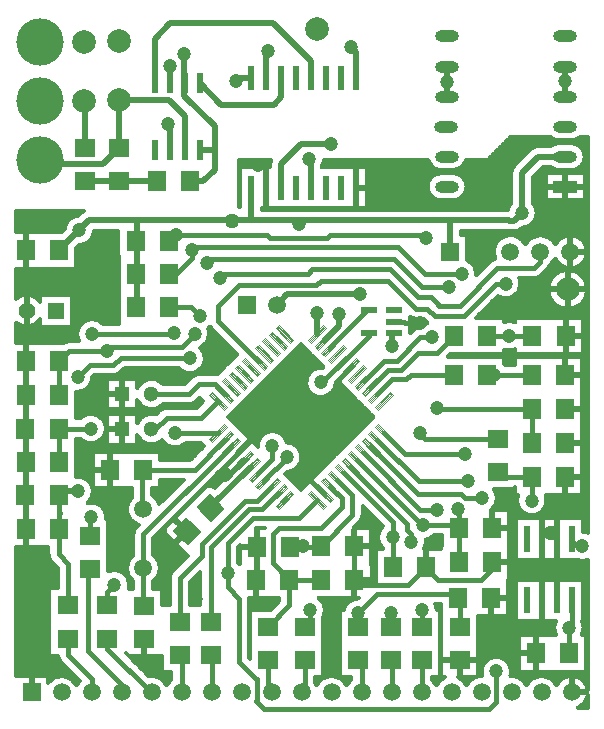
<source format=gtl>
%FSLAX43Y43*%
%MOMM*%
G71*
G01*
G75*
G04 Layer_Physical_Order=1*
%ADD10C,0.300*%
%ADD11C,0.125*%
%ADD12O,2.000X1.000*%
%ADD13R,2.000X1.000*%
%ADD14R,1.800X1.600*%
%ADD15R,1.600X1.800*%
%ADD16R,0.600X2.150*%
%ADD17R,0.600X2.150*%
%ADD18R,1.450X0.550*%
%ADD19R,1.450X0.550*%
%ADD20R,0.600X2.200*%
%ADD21R,0.600X2.200*%
%ADD22R,0.600X1.700*%
%ADD23R,0.600X1.700*%
%ADD24C,0.500*%
%ADD25C,0.400*%
%ADD26R,1.400X1.400*%
%ADD27C,1.400*%
%ADD28C,4.000*%
%ADD29C,2.000*%
%ADD30C,1.500*%
%ADD31R,1.500X1.500*%
%ADD32R,1.300X1.300*%
%ADD33C,1.300*%
%ADD34C,1.200*%
%ADD35C,1.270*%
D10*
X48935Y52465D02*
G03*
X47785Y53615I-1150J0D01*
G01*
Y51315D02*
G03*
X48935Y52465I0J1150D01*
G01*
X47785Y53840D02*
G03*
X48543Y54125I0J1150D01*
G01*
X49127Y44416D02*
G03*
X46457Y45005I-1400J0D01*
G01*
X46027Y54125D02*
G03*
X46785Y53840I758J865D01*
G01*
Y53615D02*
G03*
X46069Y53365I0J-1150D01*
G01*
Y51565D02*
G03*
X46785Y51315I716J900D01*
G01*
X45015Y53365D02*
G03*
X44379Y53101I0J-900D01*
G01*
X45015Y53365D02*
G03*
X44378Y53101I0J-900D01*
G01*
X46457Y45005D02*
G03*
X43917Y45005I-1270J-589D01*
G01*
X44875Y47700D02*
G03*
X44525Y48567I-1250J0D01*
G01*
X43648Y46450D02*
G03*
X44875Y47700I-23J1250D01*
G01*
X46457Y43826D02*
G03*
X49127Y44416I1270J589D01*
G01*
X45962Y43250D02*
G03*
X46457Y43826I-775J1166D01*
G01*
X49150Y41225D02*
G03*
X49150Y41225I-1650J0D01*
G01*
X45763Y42936D02*
G03*
X45962Y43250I-601J601D01*
G01*
X45763Y42936D02*
G03*
X45962Y43250I-601J601D01*
G01*
X44625Y42150D02*
G03*
X45226Y42399I0J850D01*
G01*
X44625Y42150D02*
G03*
X45226Y42399I0J850D01*
G01*
X42989Y51712D02*
G03*
X42725Y51075I636J-637D01*
G01*
X42989Y51711D02*
G03*
X42725Y51075I636J-636D01*
G01*
X37785Y51315D02*
G03*
X38898Y52175I0J1150D01*
G01*
X38935Y49915D02*
G03*
X37785Y51065I-1150J0D01*
G01*
X42725Y48567D02*
G03*
X42406Y47975I900J-867D01*
G01*
X37785Y48765D02*
G03*
X38935Y49915I0J1150D01*
G01*
X35672Y52175D02*
G03*
X36785Y51315I1113J290D01*
G01*
Y51065D02*
G03*
X36785Y48765I0J-1150D01*
G01*
X42975Y46150D02*
G03*
X43612Y46414I0J900D01*
G01*
X42975Y46150D02*
G03*
X43611Y46414I0J900D01*
G01*
X42289Y46175D02*
G03*
X42500Y46150I211J875D01*
G01*
X43500Y41700D02*
G03*
X43416Y42150I-1250J0D01*
G01*
X43917Y45005D02*
G03*
X41375Y43832I-1270J-589D01*
G01*
X41575Y40648D02*
G03*
X43500Y41700I675J1052D01*
G01*
X41375Y43832D02*
G03*
X40949Y43601I175J-832D01*
G01*
X41375Y43832D02*
G03*
X40949Y43601I175J-832D01*
G01*
X43062Y38434D02*
G03*
X42138Y38473I-512J-1140D01*
G01*
Y36113D02*
G03*
X43062Y36153I412J1180D01*
G01*
X39768Y42420D02*
G03*
X39775Y42550I-1243J130D01*
G01*
G03*
X38967Y43719I-1250J0D01*
G01*
X34175Y38879D02*
G03*
X34625Y38750I450J721D01*
G01*
X34175Y38879D02*
G03*
X34625Y38750I450J721D01*
G01*
X35643Y38380D02*
G03*
X35058Y38025I332J-1205D01*
G01*
X35025D02*
G03*
X34424Y37776I0J-850D01*
G01*
X35025Y38025D02*
G03*
X34424Y37776I0J-850D01*
G01*
X49200Y20631D02*
G03*
X48805Y20722I-475J-1156D01*
G01*
X45700Y23350D02*
G03*
X45623Y23782I-1250J0D01*
G01*
X43277D02*
G03*
X45700Y23350I1173J-432D01*
G01*
X48180Y18350D02*
G03*
X49200Y18319I545J1125D01*
G01*
X48850Y12575D02*
G03*
X48710Y13150I-1250J0D01*
G01*
X48693Y11968D02*
G03*
X48850Y12575I-1093J607D01*
G01*
X48340Y5800D02*
G03*
X49200Y6864I-520J1300D01*
G01*
X46490Y13150D02*
G03*
X46507Y11968I1110J-575D01*
G01*
X49200Y7336D02*
G03*
X46550Y7689I-1380J-236D01*
G01*
G03*
X44010Y7689I-1270J-589D01*
G01*
G03*
X42641Y8497I-1270J-589D01*
G01*
X41500Y23550D02*
G03*
X41241Y24312I-1250J0D01*
G01*
X41009Y22557D02*
G03*
X41500Y23550I-759J993D01*
G01*
X35485Y20043D02*
G03*
X36192Y20425I-210J1232D01*
G01*
X35500Y19850D02*
G03*
X35485Y20043I-1250J0D01*
G01*
X35336Y19232D02*
G03*
X35500Y19850I-1086J618D01*
G01*
X29876Y21543D02*
G03*
X30125Y22144I-601J601D01*
G01*
X29876Y21543D02*
G03*
X30125Y22144I-601J601D01*
G01*
X31831Y21161D02*
G03*
X31837Y19333I856J-911D01*
G01*
X42700Y8875D02*
G03*
X40258Y8499I-1250J0D01*
G01*
X42641Y8497D02*
G03*
X42700Y8875I-1191J378D01*
G01*
X40258Y8499D02*
G03*
X39907Y8469I-58J-1399D01*
G01*
G03*
X39650Y8388I293J-1369D01*
G01*
G03*
X38930Y7689I550J-1288D01*
G01*
G03*
X38210Y8388I-1270J-589D01*
G01*
X31363Y16275D02*
G03*
X31237Y16266I0J-850D01*
G01*
X31363Y16275D02*
G03*
X31237Y16266I0J-850D01*
G01*
X36400Y14087D02*
G03*
X36296Y14575I-1250J-12D01*
G01*
X31237Y16266D02*
G03*
X30893Y16133I126J-841D01*
G01*
X31237Y16266D02*
G03*
X30893Y16133I126J-841D01*
G01*
X29772Y15036D02*
G03*
X28518Y14112I-47J-1249D01*
G01*
X37110Y8388D02*
G03*
X36390Y7689I550J-1288D01*
G01*
G03*
X35970Y8212I-1270J-589D01*
G01*
X29190Y8212D02*
G03*
X28770Y7689I850J-1112D01*
G01*
X26661Y51575D02*
G03*
X26871Y52175I-1036J700D01*
G01*
X22383D02*
G03*
X22320Y51845I837J-330D01*
G01*
X22383Y52175D02*
G03*
X22320Y51845I837J-330D01*
G01*
X17220Y38057D02*
G03*
X17324Y37930I705J475D01*
G01*
X17220Y38057D02*
G03*
X17324Y37930I705J475D01*
G01*
X17053Y37934D02*
G03*
X17220Y38057I-653J1066D01*
G01*
X17150Y37450D02*
G03*
X17053Y37934I-1250J0D01*
G01*
X16373Y36293D02*
G03*
X17150Y37450I-473J1157D01*
G01*
X16775Y35375D02*
G03*
X16373Y36293I-1250J0D01*
G01*
X14544Y34600D02*
G03*
X16775Y35375I981J775D01*
G01*
X26734Y34593D02*
G03*
X27849Y33304I-134J-1243D01*
G01*
X17819Y34021D02*
G03*
X17600Y34050I-219J-821D01*
G01*
X17819Y34021D02*
G03*
X17600Y34050I-219J-821D01*
G01*
X16275D02*
G03*
X15674Y33801I0J-850D01*
G01*
X16275Y34050D02*
G03*
X15674Y33801I0J-850D01*
G01*
X13242Y33213D02*
G03*
X11058Y32863I-984J-850D01*
G01*
X15438Y31513D02*
G03*
X16039Y31762I0J850D01*
G01*
X15438Y31513D02*
G03*
X16039Y31762I0J850D01*
G01*
X11058Y31863D02*
G03*
X13242Y31513I1200J500D01*
G01*
X13575Y31225D02*
G03*
X12974Y30976I0J-850D01*
G01*
X13575Y31225D02*
G03*
X12974Y30976I0J-850D01*
G01*
X6532Y47875D02*
G03*
X6308Y47711I412J-800D01*
G01*
X6532Y47875D02*
G03*
X6307Y47711I412J-800D01*
G01*
X6117Y44975D02*
G03*
X7399Y46175I33J1250D01*
G01*
X6069Y47472D02*
G03*
X4903Y46306I81J-1247D01*
G01*
X8142Y38300D02*
G03*
X6128Y36850I-917J-850D01*
G01*
X2839Y40140D02*
G03*
X800Y40450I-1150J-707D01*
G01*
Y38417D02*
G03*
X2839Y38726I889J1016D01*
G01*
X9025Y33975D02*
G03*
X9626Y34224I0J850D01*
G01*
X9025Y33975D02*
G03*
X9626Y34224I0J850D01*
G01*
X12631Y30633D02*
G03*
X11058Y29888I-373J-1245D01*
G01*
X5273Y36850D02*
G03*
X4776Y36690I0J-850D01*
G01*
X5273Y36850D02*
G03*
X4776Y36690I0J-850D01*
G01*
X8395Y29445D02*
G03*
X6228Y30295I-1250J0D01*
G01*
X5880Y32556D02*
G03*
X7250Y33800I120J1244D01*
G01*
X23714Y28275D02*
G03*
X21251Y27922I-1214J-300D01*
G01*
X24950Y27025D02*
G03*
X23714Y28275I-1250J0D01*
G01*
X23715Y25775D02*
G03*
X24950Y27025I-15J1250D01*
G01*
X13164Y28456D02*
G03*
X15139Y28196I1086J619D01*
G01*
X26950Y14075D02*
G03*
X26412Y15103I-1250J0D01*
G01*
X26793Y13469D02*
G03*
X26950Y14075I-1093J606D01*
G01*
X28770Y7689D02*
G03*
X26230Y7689I-1270J-589D01*
G01*
G03*
X26093Y7922I-1270J-589D01*
G01*
X19682Y17974D02*
G03*
X19550Y18117I-982J-774D01*
G01*
X14056Y17389D02*
G03*
X13807Y16787I601J-601D01*
G01*
X14056Y17389D02*
G03*
X13807Y16787I601J-601D01*
G01*
X13950Y8212D02*
G03*
X13530Y7689I850J-1112D01*
G01*
G03*
X12044Y8483I-1270J-589D01*
G01*
X11058Y28888D02*
G03*
X13164Y28456I1200J500D01*
G01*
X12912Y23033D02*
G03*
X12343Y23788I-1337J-416D01*
G01*
X10643Y23662D02*
G03*
X11159Y21280I932J-1045D01*
G01*
X10974Y21095D02*
G03*
X10725Y20494I601J-601D01*
G01*
X10974Y21095D02*
G03*
X10725Y20494I601J-601D01*
G01*
X6228Y28595D02*
G03*
X8395Y29445I917J850D01*
G01*
X7300Y24125D02*
G03*
X5855Y25360I-1250J0D01*
G01*
X6836Y23153D02*
G03*
X7300Y24125I-786J972D01*
G01*
X8425Y21950D02*
G03*
X6836Y23153I-1250J0D01*
G01*
X8411Y21762D02*
G03*
X8425Y21950I-1236J188D01*
G01*
X12975Y17617D02*
G03*
X12425Y18730I-1400J0D01*
G01*
Y16505D02*
G03*
X12975Y17617I-850J1112D01*
G01*
X10725Y18730D02*
G03*
X10725Y16505I850J-1112D01*
G01*
X10375Y16225D02*
G03*
X8618Y17368I-1250J0D01*
G01*
X10329Y15888D02*
G03*
X10375Y16225I-1204J337D01*
G01*
X4321Y10212D02*
G03*
X4567Y9681I847J69D01*
G01*
X4321Y10212D02*
G03*
X4567Y9681I847J69D01*
G01*
X6174Y8074D02*
G03*
X5910Y7689I1006J-974D01*
G01*
X3538Y18787D02*
G03*
X3787Y18186I850J0D01*
G01*
X3538Y18787D02*
G03*
X3787Y18186I850J0D01*
G01*
X5910Y7689D02*
G03*
X3500Y7913I-1270J-589D01*
G01*
X15337Y19748D02*
X14277Y20809D01*
X15196Y21728D01*
X16257Y20667D01*
X15337Y19748D01*
Y20102D02*
X14630Y20809D01*
X15196Y21374D01*
X15903Y20667D01*
X15337Y20102D01*
Y20455D02*
X14984Y20809D01*
X15196Y21021D01*
X15550Y20667D01*
X15337Y20455D01*
X15267Y20720D02*
Y20756D01*
X17317Y21728D02*
X16257Y22789D01*
X17176Y23708D01*
X18237Y22647D01*
X17317Y21728D01*
Y22082D02*
X16610Y22789D01*
X17176Y23354D01*
X17883Y22647D01*
X17317Y22082D01*
Y22435D02*
X16964Y22789D01*
X17176Y23001D01*
X17529Y22647D01*
X17317Y22435D01*
X17247Y22700D02*
Y22736D01*
X48800Y53006D02*
Y54125D01*
X48670Y53200D02*
X49200D01*
X48744Y53100D02*
X49200D01*
X48700Y53162D02*
Y54125D01*
X48600Y53277D02*
Y54125D01*
X48803Y53000D02*
X49200D01*
X48850Y52900D02*
X49200D01*
X48885Y52800D02*
X49200D01*
X48900Y52748D02*
Y54125D01*
X48911Y52700D02*
X49200D01*
X48514Y54100D02*
X49200D01*
X48543Y54125D02*
X49200D01*
X48370Y54000D02*
X49200D01*
X48152Y53900D02*
X49200D01*
X47970Y53600D02*
X49200D01*
X48286Y53500D02*
X49200D01*
X48455Y53400D02*
X49200D01*
X48576Y53300D02*
X49200D01*
X48927Y52600D02*
X49200D01*
X48935Y52500D02*
X49200D01*
X48933Y52400D02*
X49200D01*
X48923Y52300D02*
X49200D01*
X48904Y52200D02*
X49200D01*
X48876Y52100D02*
X49200D01*
X48837Y52000D02*
X49200D01*
X48900Y51065D02*
Y52182D01*
X48800Y51065D02*
Y51923D01*
X48787Y51900D02*
X49200D01*
X48723Y51800D02*
X49200D01*
X48644Y51700D02*
X49200D01*
X48543Y51600D02*
X49200D01*
X48411Y51500D02*
X49200D01*
X48219Y51400D02*
X49200D01*
X48700Y51065D02*
Y51768D01*
X48600Y51065D02*
Y51653D01*
X48100Y53571D02*
Y53884D01*
X48000Y53595D02*
Y53860D01*
X47900Y53609D02*
Y53846D01*
X47800Y53615D02*
Y53840D01*
X48500Y53366D02*
Y54089D01*
X48400Y53437D02*
Y54018D01*
X48300Y53493D02*
Y53961D01*
X48200Y53537D02*
Y53917D01*
X47700Y53615D02*
Y53840D01*
X47600Y53615D02*
Y53840D01*
X46785D02*
X47785D01*
X47500Y53615D02*
Y53840D01*
X47400Y53615D02*
Y53840D01*
X47300Y53615D02*
Y53840D01*
X47200Y53615D02*
Y53840D01*
X47100Y53615D02*
Y53840D01*
X46300Y53507D02*
Y53947D01*
X47000Y53615D02*
Y53840D01*
X48500Y51065D02*
Y51564D01*
X48400Y51065D02*
Y51493D01*
X48300Y51065D02*
Y51436D01*
X48200Y51065D02*
Y51392D01*
X48100Y51065D02*
Y51359D01*
X48000Y51065D02*
Y51335D01*
X47900Y51065D02*
Y51321D01*
X47800Y51065D02*
Y51315D01*
X47700Y51065D02*
Y51315D01*
X46900Y53615D02*
Y53840D01*
X46800Y53615D02*
Y53840D01*
X46785Y53615D02*
X47785D01*
X46700Y53612D02*
Y53843D01*
X46600Y53600D02*
Y53855D01*
X46785Y51315D02*
X47785D01*
X47600Y51065D02*
Y51315D01*
X46500Y53579D02*
Y53876D01*
X46400Y53548D02*
Y53906D01*
X48935Y51000D02*
X49200D01*
X48935Y50900D02*
X49200D01*
X48935Y50800D02*
X49200D01*
X48935Y50700D02*
X49200D01*
X48935Y50600D02*
X49200D01*
X49100Y44691D02*
Y54125D01*
X48935Y50500D02*
X49200D01*
X48935Y50400D02*
X49200D01*
X49000Y44999D02*
Y54125D01*
X48935Y48765D02*
Y51065D01*
Y50300D02*
X49200D01*
X48935Y50200D02*
X49200D01*
X48935Y50100D02*
X49200D01*
X48935Y50000D02*
X49200D01*
X48935Y49900D02*
X49200D01*
X48935Y49800D02*
X49200D01*
X48935Y49700D02*
X49200D01*
X48935Y49600D02*
X49200D01*
X48935Y49500D02*
X49200D01*
X48935Y49400D02*
X49200D01*
X48935Y49300D02*
X49200D01*
X48935Y49200D02*
X49200D01*
X48935Y49100D02*
X49200D01*
X48935Y49000D02*
X49200D01*
X48935Y48900D02*
X49200D01*
X48935Y48800D02*
X49200D01*
X48900Y45180D02*
Y48765D01*
X48285Y45700D02*
X49200D01*
X47937Y45800D02*
X49200D01*
X48474Y45600D02*
X49200D01*
X48500Y45583D02*
Y48765D01*
X48400Y45643D02*
Y48765D01*
X48800Y45315D02*
Y48765D01*
X48700Y45423D02*
Y48765D01*
X48600Y45510D02*
Y48765D01*
X47500Y51065D02*
Y51315D01*
X47400Y51065D02*
Y51315D01*
X47300Y51065D02*
Y51315D01*
X47200Y51065D02*
Y51315D01*
X48300Y45693D02*
Y48765D01*
X48200Y45733D02*
Y48765D01*
X48100Y45765D02*
Y48765D01*
X47100Y51065D02*
Y51315D01*
X47000Y51065D02*
Y51315D01*
X46900Y51065D02*
Y51315D01*
X46800Y51065D02*
Y51315D01*
X46700Y51065D02*
Y51318D01*
X46500Y51065D02*
Y51351D01*
X46600Y51065D02*
Y51330D01*
X46300Y51065D02*
Y51422D01*
X46400Y51065D02*
Y51381D01*
X48000Y45789D02*
Y48765D01*
X47900Y45805D02*
Y48765D01*
X47800Y45814D02*
Y48765D01*
X47700Y45815D02*
Y48765D01*
X47600Y45810D02*
Y48765D01*
X47500Y45797D02*
Y48765D01*
X47400Y45777D02*
Y48765D01*
X47300Y45749D02*
Y48765D01*
X47200Y45712D02*
Y48765D01*
X47100Y45667D02*
Y48765D01*
X47000Y45612D02*
Y48765D01*
X46900Y45545D02*
Y48765D01*
X46800Y45464D02*
Y48765D01*
X46700Y45367D02*
Y48765D01*
X46600Y45246D02*
Y48765D01*
X46500Y45089D02*
Y48765D01*
X46400Y45115D02*
Y48765D01*
X46200Y53455D02*
Y54000D01*
X46000Y53365D02*
Y54125D01*
X46100Y53388D02*
Y54066D01*
X45900Y53365D02*
Y54125D01*
X45800Y53365D02*
Y54125D01*
X45015Y53365D02*
X46069D01*
X45700D02*
Y54125D01*
X45600Y53365D02*
Y54125D01*
X42550Y54000D02*
X46200D01*
X42450Y53900D02*
X46418D01*
X42350Y53800D02*
X49200D01*
X42650Y54100D02*
X46057D01*
X42675Y54125D02*
X46027D01*
X42250Y53700D02*
X49200D01*
X42150Y53600D02*
X46600D01*
X42050Y53500D02*
X46284D01*
X41950Y53400D02*
X46116D01*
X46100Y51065D02*
Y51541D01*
X46200Y51065D02*
Y51475D01*
X46000Y51065D02*
Y51565D01*
X45900Y51065D02*
Y51565D01*
X45635Y51065D02*
X48935D01*
X45800D02*
Y51565D01*
X45700Y51065D02*
Y51565D01*
X45223Y51400D02*
X46351D01*
X45123Y51300D02*
X49200D01*
X45023Y51200D02*
X49200D01*
X45323Y51500D02*
X46160D01*
X45388Y51565D02*
X46069D01*
X44923Y51100D02*
X49200D01*
X44823Y51000D02*
X45635D01*
X44723Y50900D02*
X45635D01*
X44623Y50800D02*
X45635D01*
X45500Y53365D02*
Y54125D01*
X45400Y53365D02*
Y54125D01*
X45300Y53365D02*
Y54125D01*
X45200Y53365D02*
Y54125D01*
X45100Y53365D02*
Y54125D01*
X45000Y53365D02*
Y54125D01*
X44900Y53357D02*
Y54125D01*
X44800Y53339D02*
Y54125D01*
X44700Y53308D02*
Y54125D01*
X44600Y53263D02*
Y54125D01*
X41850Y53300D02*
X44679D01*
X44500Y53203D02*
Y54125D01*
X44400Y53122D02*
Y54125D01*
X44300Y53022D02*
Y54125D01*
X44200Y52922D02*
Y54125D01*
X44100Y52822D02*
Y54125D01*
X44525Y50700D02*
X45635D01*
X44525Y50600D02*
X45635D01*
X44525Y50500D02*
X45635D01*
X44525Y50702D02*
X45388Y51565D01*
X44525Y50400D02*
X45635D01*
X44525Y50300D02*
X45635D01*
X44525Y50200D02*
X45635D01*
X44525Y50100D02*
X45635D01*
X44525Y50000D02*
X45635D01*
X41750Y53200D02*
X44496D01*
X41650Y53100D02*
X44377D01*
X42989Y51712D02*
X44378Y53101D01*
X41550Y53000D02*
X44277D01*
X41450Y52900D02*
X44177D01*
X44525Y49900D02*
X45635D01*
X44525Y49800D02*
X45635D01*
X44525Y49700D02*
X45635D01*
X44525Y49600D02*
X45635D01*
X44809Y48100D02*
X49200D01*
X44839Y48000D02*
X49200D01*
X44859Y47900D02*
X49200D01*
X45635Y48765D02*
X48935D01*
X44871Y47800D02*
X49200D01*
X46300Y45265D02*
Y48765D01*
X46200Y45382D02*
Y48765D01*
X44875Y47700D02*
X49200D01*
X46100Y45477D02*
Y48765D01*
X46000Y45556D02*
Y48765D01*
X44525Y48700D02*
X49200D01*
X44525Y48600D02*
X49200D01*
X44586Y48500D02*
X49200D01*
X44661Y48400D02*
X49200D01*
X44722Y48300D02*
X49200D01*
X44771Y48200D02*
X49200D01*
X44871Y47600D02*
X49200D01*
X44859Y47500D02*
X49200D01*
X44838Y47400D02*
X49200D01*
X44809Y47300D02*
X49200D01*
X44771Y47200D02*
X49200D01*
X44722Y47100D02*
X49200D01*
X44661Y47000D02*
X49200D01*
X44585Y46900D02*
X49200D01*
X44492Y46800D02*
X49200D01*
X44375Y46700D02*
X49200D01*
X45397Y45800D02*
X47518D01*
X45745Y45700D02*
X47170D01*
X44218Y46600D02*
X49200D01*
X43974Y46500D02*
X49200D01*
X43597Y46400D02*
X49200D01*
X43472Y46300D02*
X49200D01*
X43270Y46200D02*
X49200D01*
X38442Y46100D02*
X49200D01*
X38442Y46000D02*
X49200D01*
X38442Y45900D02*
X49200D01*
X45600Y45753D02*
Y51565D01*
X45300Y45811D02*
Y51477D01*
X45635Y48765D02*
Y51065D01*
X45200Y45816D02*
Y51377D01*
X45100Y45813D02*
Y51277D01*
X45500Y45780D02*
Y51565D01*
X45400Y45799D02*
Y51565D01*
X45000Y45803D02*
Y51177D01*
X44900Y45786D02*
Y51077D01*
X44525Y49500D02*
X45635D01*
X44525Y49400D02*
X45635D01*
X44525Y49300D02*
X45635D01*
X44525Y49200D02*
X45635D01*
X44525Y49100D02*
X45635D01*
X44800Y48127D02*
Y50977D01*
X44700Y48338D02*
Y50877D01*
X44600Y48482D02*
Y50777D01*
X44525Y48567D02*
Y50702D01*
Y49000D02*
X45635D01*
X44525Y48900D02*
X45635D01*
X44525Y48800D02*
X45635D01*
X44800Y45761D02*
Y47273D01*
X44700Y45728D02*
Y47062D01*
X45900Y45621D02*
Y48765D01*
X45800Y45674D02*
Y48765D01*
X45700Y45718D02*
Y48765D01*
X44600Y45686D02*
Y46918D01*
X42857Y45800D02*
X44978D01*
X44500Y45635D02*
Y46807D01*
X43205Y45700D02*
X44630D01*
X44400Y45573D02*
Y46719D01*
X44300Y45498D02*
Y46648D01*
X44200Y45408D02*
Y46590D01*
X44100Y45297D02*
Y46544D01*
X48887Y45200D02*
X49200D01*
X48949Y45100D02*
X49200D01*
X48999Y45000D02*
X49200D01*
X49041Y44900D02*
X49200D01*
X49073Y44800D02*
X49200D01*
X49098Y44700D02*
X49200D01*
X49091Y44100D02*
X49200D01*
X49064Y44000D02*
X49200D01*
X49029Y43900D02*
X49200D01*
X48985Y43800D02*
X49200D01*
X48723Y45400D02*
X49200D01*
X48613Y45500D02*
X49200D01*
X48813Y45300D02*
X49200D01*
X48930Y43700D02*
X49200D01*
X48865Y43600D02*
X49200D01*
X48786Y43500D02*
X49200D01*
X48691Y43400D02*
X49200D01*
X48573Y43300D02*
X49200D01*
X48421Y43200D02*
X49200D01*
X48899Y42100D02*
X49200D01*
X48957Y42000D02*
X49200D01*
X49005Y41900D02*
X49200D01*
X49046Y41800D02*
X49200D01*
X49080Y41700D02*
X49200D01*
X49094Y40800D02*
X49200D01*
X49064Y40700D02*
X49200D01*
X49027Y40600D02*
X49200D01*
X48982Y40500D02*
X49200D01*
X48206Y43100D02*
X49200D01*
X47992Y42800D02*
X49200D01*
X48240Y42700D02*
X49200D01*
X48412Y42600D02*
X49200D01*
X48547Y42500D02*
X49200D01*
X48658Y42400D02*
X49200D01*
X48752Y42300D02*
X49200D01*
X48831Y42200D02*
X49200D01*
X48929Y40400D02*
X49200D01*
X48700Y42357D02*
Y43409D01*
X48600Y42455D02*
Y43321D01*
X48500Y42537D02*
Y43248D01*
X48400Y42608D02*
Y43188D01*
X48300Y42668D02*
Y43138D01*
X49100Y41628D02*
Y44140D01*
X49000Y41912D02*
Y43832D01*
X48900Y42098D02*
Y43651D01*
X48800Y42241D02*
Y43516D01*
X47900Y42826D02*
Y43026D01*
X47200Y42847D02*
Y43119D01*
X47800Y42847D02*
Y43017D01*
X48200Y42719D02*
Y43098D01*
X48100Y42762D02*
Y43066D01*
X47100Y42826D02*
Y43164D01*
X48000Y42797D02*
Y43042D01*
X48866Y40300D02*
X49200D01*
X48793Y40200D02*
X49200D01*
X48707Y40100D02*
X49200D01*
X48605Y40000D02*
X49200D01*
X48483Y39900D02*
X49200D01*
X48331Y39800D02*
X49200D01*
X48129Y39700D02*
X49200D01*
X48700Y38832D02*
Y40093D01*
X48600Y38832D02*
Y39995D01*
X47700Y42863D02*
Y43016D01*
X47600Y42872D02*
Y43021D01*
X47500Y42875D02*
Y43034D01*
X47400Y42872D02*
Y43054D01*
X47300Y42863D02*
Y43082D01*
X47785Y39600D02*
X49200D01*
X48762Y38800D02*
X49200D01*
X48762Y38700D02*
X49200D01*
X48762Y38600D02*
X49200D01*
X48762Y38500D02*
X49200D01*
X48762Y38400D02*
X49200D01*
X48762Y38300D02*
X49200D01*
X48762Y38200D02*
X49200D01*
X48762Y38100D02*
X49200D01*
X48762Y38000D02*
X49200D01*
X48762Y37900D02*
X49200D01*
X48762Y37800D02*
X49200D01*
X48762Y37700D02*
X49200D01*
X48762Y37600D02*
X49200D01*
X48762Y37500D02*
X49200D01*
X48762Y37400D02*
X49200D01*
X48762Y37300D02*
X49200D01*
X48762Y37200D02*
X49200D01*
X48762Y37100D02*
X49200D01*
X48762Y37000D02*
X49200D01*
X48762Y36900D02*
X49200D01*
X48762Y36800D02*
X49200D01*
X48762Y36700D02*
X49200D01*
X48762Y36600D02*
X49200D01*
X48762Y36500D02*
X49200D01*
X48762Y36400D02*
X49200D01*
X48762Y36300D02*
X49200D01*
X48762Y36200D02*
X49200D01*
X48762Y36100D02*
X49200D01*
X48762Y36000D02*
X49200D01*
X48762Y35900D02*
X49200D01*
X48762Y35800D02*
X49200D01*
X48712Y35500D02*
X49200D01*
X48712Y35400D02*
X49200D01*
X48712Y35300D02*
X49200D01*
X48712Y35200D02*
X49200D01*
X48712Y35100D02*
X49200D01*
X48712Y35000D02*
X49200D01*
X48500Y38832D02*
Y39913D01*
X48400Y38832D02*
Y39842D01*
X48300Y38832D02*
Y39782D01*
X48200Y38832D02*
Y39731D01*
X48100Y38832D02*
Y39688D01*
X48000Y38832D02*
Y39653D01*
X48762Y35732D02*
Y38832D01*
X47900D02*
Y39624D01*
X47800Y38832D02*
Y39603D01*
X47700Y38832D02*
Y39587D01*
X47600Y38832D02*
Y39578D01*
X47500Y38832D02*
Y39575D01*
X47400Y38832D02*
Y39578D01*
X47300Y38832D02*
Y39587D01*
X47200Y38832D02*
Y39603D01*
X47100Y38832D02*
Y39624D01*
X48700Y35532D02*
Y35732D01*
X48600Y35532D02*
Y35732D01*
X48500Y35532D02*
Y35732D01*
X48400Y35532D02*
Y35732D01*
X48300Y35532D02*
Y35732D01*
X48200Y35532D02*
Y35732D01*
X48712Y34900D02*
X49200D01*
X48100Y35532D02*
Y35732D01*
X48000Y35532D02*
Y35732D01*
X47900Y35532D02*
Y35732D01*
X47800Y35532D02*
Y35732D01*
X47700Y35532D02*
Y35732D01*
X47600Y35532D02*
Y35732D01*
X47500Y35532D02*
Y35732D01*
X47400Y35532D02*
Y35732D01*
X47300Y35532D02*
Y35732D01*
X47200Y35532D02*
Y35732D01*
X46325Y43600D02*
X46589D01*
X46900Y42762D02*
Y43286D01*
X46347Y45200D02*
X46567D01*
X46390Y43700D02*
X46524D01*
X46700Y42668D02*
Y43465D01*
X46600Y42608D02*
Y43586D01*
X46800Y42719D02*
Y43367D01*
X46500Y42537D02*
Y43742D01*
X46400Y42455D02*
Y43716D01*
X46073Y45500D02*
X46842D01*
X45934Y45600D02*
X46980D01*
X46183Y45400D02*
X46732D01*
X46273Y45300D02*
X46642D01*
X46246Y43500D02*
X46668D01*
X46151Y43400D02*
X46764D01*
X46033Y43300D02*
X46882D01*
X46300Y42358D02*
Y43566D01*
X45891Y43100D02*
X47249D01*
X45821Y43000D02*
X49200D01*
X45727Y42900D02*
X49200D01*
X45942Y43200D02*
X47033D01*
X47000Y42797D02*
Y43219D01*
X45627Y42800D02*
X47008D01*
X45527Y42700D02*
X46760D01*
X45427Y42600D02*
X46588D01*
X45327Y42500D02*
X46452D01*
X40827Y39900D02*
X46517D01*
X45227Y42400D02*
X46341D01*
X40927Y40000D02*
X46395D01*
X40527Y39600D02*
X47214D01*
X40427Y39500D02*
X49200D01*
X40727Y39800D02*
X46668D01*
X40627Y39700D02*
X46870D01*
X46200Y42241D02*
Y43449D01*
X45107Y42300D02*
X46248D01*
X45226Y42399D02*
X45763Y42936D01*
X46100Y42098D02*
Y43354D01*
X44912Y42200D02*
X46169D01*
X46000Y41912D02*
Y43276D01*
X45900Y41628D02*
Y43115D01*
X43394Y45600D02*
X44440D01*
X43533Y45500D02*
X44302D01*
X43643Y45400D02*
X44192D01*
X43434Y42100D02*
X46101D01*
X43464Y42000D02*
X46043D01*
X43416Y42150D02*
X44625D01*
X43484Y41900D02*
X45994D01*
X43496Y41800D02*
X45953D01*
X43500Y41700D02*
X45920D01*
X43496Y41600D02*
X45893D01*
X43484Y41500D02*
X45873D01*
X43463Y41400D02*
X45859D01*
X43434Y41300D02*
X45852D01*
X43396Y41200D02*
X45850D01*
X43347Y41100D02*
X45855D01*
X43286Y41000D02*
X45865D01*
X43000Y40700D02*
X45936D01*
X42843Y40600D02*
X45973D01*
X42600Y40500D02*
X46018D01*
X43210Y40900D02*
X45882D01*
X43117Y40800D02*
X45906D01*
X41127Y40200D02*
X46207D01*
X41027Y40100D02*
X46293D01*
X41327Y40400D02*
X46071D01*
X41227Y40300D02*
X46134D01*
X46900Y38832D02*
Y39688D01*
X46800Y38832D02*
Y39731D01*
X47000Y38832D02*
Y39653D01*
X46700Y38832D02*
Y39782D01*
X46600Y38832D02*
Y39842D01*
X46400Y38832D02*
Y39995D01*
X46300Y38832D02*
Y40092D01*
X46500Y38832D02*
Y39913D01*
X46100Y38832D02*
Y40352D01*
X46200Y38832D02*
Y40209D01*
X40327Y39400D02*
X49200D01*
X40227Y39300D02*
X49200D01*
X40127Y39200D02*
X49200D01*
X40027Y39100D02*
X49200D01*
X39927Y39000D02*
X49200D01*
X39827Y38900D02*
X49200D01*
X45962Y38832D02*
X48762D01*
X45900Y38832D02*
Y40822D01*
X46000Y38832D02*
Y40538D01*
X47100Y35532D02*
Y35732D01*
X47000Y35532D02*
Y35732D01*
X46900Y35532D02*
Y35732D01*
X46800Y35532D02*
Y35732D01*
X46700Y35532D02*
Y35732D01*
X46600Y35532D02*
Y35732D01*
X46500Y35532D02*
Y35732D01*
X46400Y35532D02*
Y35732D01*
X46300Y35532D02*
Y35732D01*
X45862D02*
X48762D01*
X37496Y35700D02*
X49200D01*
X37396Y35600D02*
X49200D01*
X43062Y38832D02*
X45962D01*
X43062Y35732D02*
X45862D01*
X46200Y35532D02*
Y35732D01*
X45912Y35532D02*
X48712D01*
X46100D02*
Y35732D01*
X46000Y35532D02*
Y35732D01*
X45800Y38832D02*
Y42975D01*
X45700Y38832D02*
Y42873D01*
X45600Y38832D02*
Y42773D01*
X45500Y38832D02*
Y42673D01*
X45400Y38832D02*
Y42573D01*
X45300Y38832D02*
Y42473D01*
X45900Y35532D02*
Y35732D01*
X45200Y38832D02*
Y42374D01*
X45100Y38832D02*
Y42295D01*
X45000Y38832D02*
Y42237D01*
X44900Y38832D02*
Y42196D01*
X44800Y38832D02*
Y42168D01*
X44700Y38832D02*
Y42153D01*
X44600Y38832D02*
Y42150D01*
X44500Y38832D02*
Y42150D01*
X44400Y38832D02*
Y42150D01*
X44300Y38832D02*
Y42150D01*
X44200Y38832D02*
Y42150D01*
X45800Y35532D02*
Y35732D01*
X45700Y35532D02*
Y35732D01*
X45600Y35532D02*
Y35732D01*
X45500Y35532D02*
Y35732D01*
X45400Y35532D02*
Y35732D01*
X45300Y35532D02*
Y35732D01*
X45200Y35532D02*
Y35732D01*
X45100Y35532D02*
Y35732D01*
X45000Y35532D02*
Y35732D01*
X44900Y35532D02*
Y35732D01*
X44800Y35532D02*
Y35732D01*
X44700Y35532D02*
Y35732D01*
X44600Y35532D02*
Y35732D01*
X44500Y35532D02*
Y35732D01*
X44400Y35532D02*
Y35732D01*
X43012Y35532D02*
X45912D01*
X44300D02*
Y35732D01*
X44200Y35532D02*
Y35732D01*
X44000Y52722D02*
Y54125D01*
X43900Y52622D02*
Y54125D01*
X43800Y52522D02*
Y54125D01*
X43700Y52422D02*
Y54125D01*
X43600Y52322D02*
Y54125D01*
X43500Y52222D02*
Y54125D01*
X43400Y52122D02*
Y54125D01*
X43300Y52022D02*
Y54125D01*
X43200Y51922D02*
Y54125D01*
X43100Y51822D02*
Y54125D01*
X41350Y52800D02*
X44077D01*
X41250Y52700D02*
X43977D01*
X41150Y52600D02*
X43877D01*
X41050Y52500D02*
X43777D01*
X40950Y52400D02*
X43677D01*
X43000Y51722D02*
Y54125D01*
X42900Y51608D02*
Y54125D01*
X42800Y51434D02*
Y54125D01*
X40725Y52175D02*
X42675Y54125D01*
X40850Y52300D02*
X43577D01*
X40750Y52200D02*
X43477D01*
X38876Y52100D02*
X43377D01*
X38837Y52000D02*
X43277D01*
X38787Y51900D02*
X43177D01*
X38723Y51800D02*
X43077D01*
X38775Y50500D02*
X42725D01*
X38644Y51700D02*
X42977D01*
X38543Y51600D02*
X42894D01*
X38411Y51500D02*
X42832D01*
X38219Y51400D02*
X42786D01*
X38166Y51000D02*
X42725D01*
X38379Y50900D02*
X42725D01*
X38520Y50800D02*
X42725D01*
X38626Y50700D02*
X42725D01*
X38709Y50600D02*
X42725D01*
X38898Y52175D02*
X40725D01*
X38400Y50887D02*
Y51493D01*
X38300Y50943D02*
Y51436D01*
X38200Y50987D02*
Y51392D01*
X38100Y51021D02*
Y51359D01*
X38900Y50198D02*
Y52175D01*
X38800Y50456D02*
Y51924D01*
X38700Y50612D02*
Y51768D01*
X38600Y50726D02*
Y51653D01*
X38500Y50816D02*
Y51564D01*
X37900Y51059D02*
Y51321D01*
X36785Y51315D02*
X37785D01*
X37800Y51065D02*
Y51315D01*
X37700Y51065D02*
Y51315D01*
X38000Y51045D02*
Y51335D01*
X37600Y51065D02*
Y51315D01*
X37500Y51065D02*
Y51315D01*
X37400Y51065D02*
Y51315D01*
X38828Y50400D02*
X42725D01*
X38869Y50300D02*
X42725D01*
X38899Y50200D02*
X42725D01*
X38920Y50100D02*
X42725D01*
X38932Y50000D02*
X42725D01*
X38935Y49900D02*
X42725D01*
X38929Y49800D02*
X42725D01*
X38915Y49700D02*
X42725D01*
X38891Y49600D02*
X42725D01*
X37300Y51065D02*
Y51315D01*
X37200Y51065D02*
Y51315D01*
X37100Y51065D02*
Y51315D01*
X37000Y51065D02*
Y51315D01*
X36900Y51065D02*
Y51315D01*
X36785Y51065D02*
X37785D01*
X36800D02*
Y51315D01*
X36700Y51062D02*
Y51318D01*
X42700Y48541D02*
Y54125D01*
X42600Y48415D02*
Y54050D01*
X42500Y48245D02*
Y53950D01*
X42400Y47975D02*
Y53850D01*
X42300Y47975D02*
Y53750D01*
X42200Y47975D02*
Y53650D01*
X42100Y47975D02*
Y53550D01*
X42000Y47975D02*
Y53450D01*
X41900Y47975D02*
Y53350D01*
X41800Y47975D02*
Y53250D01*
X41700Y47975D02*
Y53150D01*
X41600Y47975D02*
Y53050D01*
X41500Y47975D02*
Y52950D01*
X41400Y47975D02*
Y52850D01*
X41300Y47975D02*
Y52750D01*
X41200Y47975D02*
Y52650D01*
X41100Y47975D02*
Y52550D01*
X41000Y47975D02*
Y52450D01*
X40900Y47975D02*
Y52350D01*
X42725Y48567D02*
Y51075D01*
X40800Y47975D02*
Y52250D01*
X40700Y47975D02*
Y52175D01*
X40600Y47975D02*
Y52175D01*
X40500Y47975D02*
Y52175D01*
X40400Y47975D02*
Y52175D01*
X40300Y47975D02*
Y52175D01*
X40200Y47975D02*
Y52175D01*
X38858Y49500D02*
X42725D01*
X38813Y49400D02*
X42725D01*
X38757Y49300D02*
X42725D01*
X38686Y49200D02*
X42725D01*
X38597Y49100D02*
X42725D01*
X38482Y49000D02*
X42725D01*
X38326Y48900D02*
X42725D01*
X40100Y47975D02*
Y52175D01*
X38067Y48800D02*
X42725D01*
X40000Y47975D02*
Y52175D01*
X39900Y47975D02*
Y52175D01*
X39800Y47975D02*
Y52175D01*
X39700Y47975D02*
Y52175D01*
X39600Y47975D02*
Y52175D01*
X39500Y47975D02*
Y52175D01*
X39400Y47975D02*
Y52175D01*
X39300Y47975D02*
Y52175D01*
X39200Y47975D02*
Y52175D01*
X39100Y47975D02*
Y52175D01*
X39000Y47975D02*
Y52175D01*
X38900Y47975D02*
Y49632D01*
X38800Y47975D02*
Y49374D01*
X38700Y47975D02*
Y49218D01*
X38600Y47975D02*
Y49103D01*
X38500Y47975D02*
Y49014D01*
X38400Y47975D02*
Y48943D01*
X38300Y47975D02*
Y48886D01*
X38200Y47975D02*
Y48842D01*
X38100Y47975D02*
Y48809D01*
X38000Y47975D02*
Y48785D01*
X37900Y47975D02*
Y48771D01*
X37800Y47975D02*
Y48765D01*
X37700Y47975D02*
Y48765D01*
X37600Y47975D02*
Y48765D01*
X37500Y47975D02*
Y48765D01*
X37400Y47975D02*
Y48765D01*
X36785D02*
X37785D01*
X37300Y47975D02*
Y48765D01*
X37200Y47975D02*
Y48765D01*
X37100Y47975D02*
Y48765D01*
X37000Y47975D02*
Y48765D01*
X36900Y47975D02*
Y48765D01*
X36800Y47975D02*
Y48765D01*
X36700Y47975D02*
Y48768D01*
X36500Y51029D02*
Y51351D01*
X36600Y51050D02*
Y51330D01*
X36300Y50957D02*
Y51422D01*
X36400Y50998D02*
Y51381D01*
X36100Y50838D02*
Y51541D01*
X36000Y50755D02*
Y51625D01*
X36200Y50905D02*
Y51475D01*
X35800Y50508D02*
Y51872D01*
X35900Y50649D02*
Y51731D01*
X30520Y51300D02*
X42754D01*
X30520Y51200D02*
X42734D01*
X30520Y51100D02*
X42725D01*
X30520Y51500D02*
X36160D01*
X30520Y51400D02*
X36351D01*
X30520Y51000D02*
X36404D01*
X35700Y50295D02*
Y52085D01*
X30520Y50900D02*
X36192D01*
X30520Y50800D02*
X36051D01*
X30520Y50700D02*
X35945D01*
X30520Y50600D02*
X35861D01*
X30520Y50500D02*
X35795D01*
X30520Y50400D02*
X35742D01*
X30520Y49300D02*
X35813D01*
X30520Y49200D02*
X35884D01*
X30520Y50300D02*
X35702D01*
X30520Y49500D02*
X35713D01*
X30520Y48900D02*
X36244D01*
X30520Y48800D02*
X36503D01*
X30520Y48700D02*
X42725D01*
X30520Y49100D02*
X35974D01*
X30520Y49000D02*
X36089D01*
X30520Y48600D02*
X42725D01*
X30520Y48500D02*
X42664D01*
X30520Y48400D02*
X42589D01*
X30520Y48300D02*
X42528D01*
X30500Y51575D02*
Y52175D01*
X30400Y51575D02*
Y52175D01*
X30300Y51575D02*
Y52175D01*
X30200Y51575D02*
Y52175D01*
X30100Y51575D02*
Y52175D01*
X30000Y51575D02*
Y52175D01*
X29900Y51575D02*
Y52175D01*
X29800Y51575D02*
Y52175D01*
X29700Y51575D02*
Y52175D01*
X29600Y51575D02*
Y52175D01*
X29500Y51575D02*
Y52175D01*
X29400Y51575D02*
Y52175D01*
X29300Y51575D02*
Y52175D01*
X29200Y51575D02*
Y52175D01*
X29100Y51575D02*
Y52175D01*
X29000Y51575D02*
Y52175D01*
X28900Y51575D02*
Y52175D01*
X28800Y51575D02*
Y52175D01*
X30520Y50200D02*
X35671D01*
X30520Y50100D02*
X35650D01*
X30520Y50000D02*
X35638D01*
X30520Y49900D02*
X35635D01*
X30520Y49800D02*
X35641D01*
X30520Y49700D02*
X35655D01*
X30520Y49400D02*
X35757D01*
X30520Y49600D02*
X35679D01*
X29250Y51575D02*
X30520D01*
X28620D02*
X29250D01*
X28620D02*
X29250D01*
X28700D02*
Y52175D01*
X28600Y51575D02*
Y52175D01*
X28500Y51575D02*
Y52175D01*
X28400Y51575D02*
Y52175D01*
X28300Y51575D02*
Y52175D01*
X35600Y47975D02*
Y52175D01*
X35500Y47975D02*
Y52175D01*
X35400Y47975D02*
Y52175D01*
X35300Y47975D02*
Y52175D01*
X35200Y47975D02*
Y52175D01*
X35100Y47975D02*
Y52175D01*
X35000Y47975D02*
Y52175D01*
X34900Y47975D02*
Y52175D01*
X34800Y47975D02*
Y52175D01*
X34700Y47975D02*
Y52175D01*
X34600Y47975D02*
Y52175D01*
X34500Y47975D02*
Y52175D01*
X34400Y47975D02*
Y52175D01*
X34300Y47975D02*
Y52175D01*
X34200Y47975D02*
Y52175D01*
X34100Y47975D02*
Y52175D01*
X34000Y47975D02*
Y52175D01*
X33900Y47975D02*
Y52175D01*
X33800Y47975D02*
Y52175D01*
X36600Y47975D02*
Y48780D01*
X36500Y47975D02*
Y48801D01*
X36400Y47975D02*
Y48831D01*
X36200Y47975D02*
Y48925D01*
X36300Y47975D02*
Y48872D01*
X36000Y47975D02*
Y49075D01*
X36100Y47975D02*
Y48991D01*
X35800Y47975D02*
Y49322D01*
X35900Y47975D02*
Y49181D01*
X35700Y47975D02*
Y49535D01*
X33700Y47975D02*
Y52175D01*
X30520Y48200D02*
X42479D01*
X33600Y47975D02*
Y52175D01*
X33500Y47975D02*
Y52175D01*
X33400Y47975D02*
Y52175D01*
X33300Y47975D02*
Y52175D01*
X33200Y47975D02*
Y52175D01*
X33100Y47975D02*
Y52175D01*
X33000Y47975D02*
Y52175D01*
X32900Y47975D02*
Y52175D01*
X32800Y47975D02*
Y52175D01*
X32700Y47975D02*
Y52175D01*
X32600Y47975D02*
Y52175D01*
X32500Y47975D02*
Y52175D01*
X32400Y47975D02*
Y52175D01*
X32300Y47975D02*
Y52175D01*
X32200Y47975D02*
Y52175D01*
X32100Y47975D02*
Y52175D01*
X32000Y47975D02*
Y52175D01*
X31900Y47975D02*
Y52175D01*
X31800Y47975D02*
Y52175D01*
X31700Y47975D02*
Y52175D01*
X31600Y47975D02*
Y52175D01*
X31500Y47975D02*
Y52175D01*
X31400Y47975D02*
Y52175D01*
X31300Y47975D02*
Y52175D01*
X31200Y47975D02*
Y52175D01*
X31100Y47975D02*
Y52175D01*
X31000Y47975D02*
Y52175D01*
X30900Y47975D02*
Y52175D01*
X30520Y48125D02*
Y51575D01*
X30800Y47975D02*
Y52175D01*
X30700Y47975D02*
Y52175D01*
X30600Y47975D02*
Y52175D01*
X30500Y47975D02*
Y48125D01*
X30400Y47975D02*
Y48125D01*
X29250D02*
X30520D01*
X30300Y47975D02*
Y48125D01*
X30200Y47975D02*
Y48125D01*
X30100Y47975D02*
Y48125D01*
X30000Y47975D02*
Y48125D01*
X29900Y47975D02*
Y48125D01*
X29800Y47975D02*
Y48125D01*
X43500Y45526D02*
Y46319D01*
X43400Y45596D02*
Y46257D01*
X43300Y45654D02*
Y46211D01*
X43200Y45702D02*
Y46179D01*
X43100Y45740D02*
Y46159D01*
X44000Y45157D02*
Y46508D01*
X43900Y45041D02*
Y46481D01*
X43800Y45210D02*
Y46462D01*
X43700Y45339D02*
Y46452D01*
X43600Y45442D02*
Y46402D01*
X42500Y46150D02*
X42975D01*
X42800Y45807D02*
Y46150D01*
X43000Y45770D02*
Y46150D01*
X42900Y45793D02*
Y46150D01*
X42700Y45815D02*
Y46150D01*
X42600Y45815D02*
Y46150D01*
X43807Y45200D02*
X44027D01*
X43733Y45300D02*
X44102D01*
X44100Y38832D02*
Y42150D01*
X44000Y38832D02*
Y42150D01*
X43500Y41720D02*
Y42150D01*
X43900Y38832D02*
Y42150D01*
X43800Y38832D02*
Y42150D01*
X43700Y38832D02*
Y42150D01*
X43600Y38832D02*
Y42150D01*
X42500Y45808D02*
Y46150D01*
X43500Y38832D02*
Y41680D01*
X43400Y38832D02*
Y41210D01*
X43300Y38832D02*
Y41022D01*
X43200Y38832D02*
Y40887D01*
X43100Y38832D02*
Y40783D01*
X42200Y45742D02*
Y46175D01*
X42100Y45704D02*
Y46175D01*
X42000Y45657D02*
Y46175D01*
X41900Y45599D02*
Y46175D01*
X41800Y45530D02*
Y46175D01*
X41700Y45446D02*
Y46175D01*
X41600Y45345D02*
Y46175D01*
X41500Y45218D02*
Y46175D01*
X41400Y45051D02*
Y46175D01*
X41300Y44796D02*
Y46175D01*
X41200Y43775D02*
Y46175D01*
X41100Y43721D02*
Y46175D01*
X41000Y43648D02*
Y46175D01*
X40900Y43552D02*
Y46175D01*
X40800Y43452D02*
Y46175D01*
X40700Y43352D02*
Y46175D01*
X40600Y43252D02*
Y46175D01*
X40500Y43152D02*
Y46175D01*
X42400Y45794D02*
Y46156D01*
X42300Y45772D02*
Y46173D01*
X42100Y38843D02*
Y40459D01*
X41527Y40600D02*
X41657D01*
X42000Y38843D02*
Y40475D01*
X41800Y38843D02*
Y40534D01*
X41900Y38843D02*
Y40500D01*
X41600Y38843D02*
Y40632D01*
X41700Y38843D02*
Y40578D01*
X41300Y43812D02*
Y44035D01*
X40400Y43052D02*
Y46175D01*
X40300Y42952D02*
Y46175D01*
X41500Y38843D02*
Y40573D01*
X41427Y40500D02*
X41900D01*
X40200Y42852D02*
Y46175D01*
X40100Y42752D02*
Y46175D01*
X42900Y38493D02*
Y40632D01*
X42800Y38518D02*
Y40577D01*
X42877Y38500D02*
X43062D01*
X42700Y38534D02*
Y40534D01*
X42600Y38542D02*
Y40500D01*
X43062Y38434D02*
Y38832D01*
Y35732D02*
Y36153D01*
X42921Y36100D02*
X43062D01*
X43000Y38460D02*
Y40700D01*
X42500Y38542D02*
Y40475D01*
X42138Y38800D02*
X43062D01*
X42138Y38700D02*
X43062D01*
X42138Y38600D02*
X43062D01*
X42400Y38534D02*
Y40459D01*
X42300Y38518D02*
Y40451D01*
X42138Y36000D02*
X43062D01*
X42138Y35900D02*
X43062D01*
X44100Y35532D02*
Y35732D01*
X44000Y35532D02*
Y35732D01*
X43900Y35532D02*
Y35732D01*
X43800Y35532D02*
Y35732D01*
X43700Y35532D02*
Y35732D01*
X43600Y35532D02*
Y35732D01*
X43500Y35532D02*
Y35732D01*
X43400Y35532D02*
Y35732D01*
X43300Y35532D02*
Y35732D01*
X43200Y35532D02*
Y35732D01*
X42138Y35800D02*
X43062D01*
X43100Y35532D02*
Y35732D01*
X42138Y35500D02*
X43012D01*
X42138Y35400D02*
X43012D01*
X42138Y35300D02*
X43012D01*
X42138Y35200D02*
X43012D01*
X42138Y35100D02*
X43012D01*
X42138Y35000D02*
X43012D01*
X42200Y38493D02*
Y40451D01*
X41400Y38843D02*
Y40473D01*
X41300Y38843D02*
Y40373D01*
X41200Y38843D02*
Y40273D01*
X41100Y38843D02*
Y40173D01*
X42138Y38473D02*
Y38843D01*
Y35743D02*
Y36113D01*
X42100Y35543D02*
Y35743D01*
X42000Y35543D02*
Y35743D01*
X41000Y38843D02*
Y40073D01*
X40900Y38843D02*
Y39973D01*
X40800Y38843D02*
Y39873D01*
X40700Y38843D02*
Y39773D01*
X40600Y38843D02*
Y39673D01*
X40500Y38843D02*
Y39573D01*
X40400Y38843D02*
Y39473D01*
X40300Y38843D02*
Y39373D01*
X40200Y38843D02*
Y39273D01*
X41900Y35543D02*
Y35743D01*
X41800Y35543D02*
Y35743D01*
X41700Y35543D02*
Y35743D01*
X41600Y35543D02*
Y35743D01*
X41500Y35543D02*
Y35743D01*
X41400Y35543D02*
Y35743D01*
X41300Y35543D02*
Y35743D01*
X41200Y35543D02*
Y35743D01*
X41100Y35543D02*
Y35743D01*
X41000Y35543D02*
Y35743D01*
X40900Y35543D02*
Y35743D01*
X40800Y35543D02*
Y35743D01*
X40700Y35543D02*
Y35743D01*
X40600Y35543D02*
Y35743D01*
X40500Y35543D02*
Y35743D01*
X40400Y35543D02*
Y35743D01*
X40300Y35543D02*
Y35743D01*
X40200Y35543D02*
Y35743D01*
X38967Y45800D02*
X42438D01*
X38967Y45700D02*
X42090D01*
X38967Y45600D02*
X41901D01*
X38967Y45500D02*
X41762D01*
X38967Y45400D02*
X41652D01*
X38967Y45300D02*
X41562D01*
X38967Y45200D02*
X41487D01*
X38967Y45100D02*
X41426D01*
X40000Y42652D02*
Y46175D01*
X39900Y42552D02*
Y46175D01*
X38967Y45000D02*
X41375D01*
X38442Y46175D02*
X42289D01*
X38967Y44900D02*
X41334D01*
X38967Y44800D02*
X41301D01*
X38967Y44700D02*
X41276D01*
X38967Y44600D02*
X41259D01*
X38967Y44500D02*
X41250D01*
X38967Y44400D02*
X41247D01*
X38967Y44300D02*
X41252D01*
X39593Y43200D02*
X40548D01*
X39525Y43300D02*
X40648D01*
X39648Y43100D02*
X40448D01*
X39691Y43000D02*
X40348D01*
X39725Y42900D02*
X40248D01*
X39768Y42420D02*
X40949Y43601D01*
X39750Y42800D02*
X40148D01*
X39766Y42700D02*
X40048D01*
X39774Y42600D02*
X39948D01*
X38967Y44200D02*
X41264D01*
X38967Y44100D02*
X41283D01*
X38967Y43900D02*
X41346D01*
X38967Y44000D02*
X41310D01*
X38967Y43800D02*
X41262D01*
X39015Y43700D02*
X41068D01*
X39203Y43600D02*
X40948D01*
X39338Y43500D02*
X40848D01*
X39442Y43400D02*
X40748D01*
X29700Y47975D02*
Y48125D01*
X29600Y47975D02*
Y48125D01*
X29500Y47975D02*
Y48125D01*
X29400Y47975D02*
Y48125D01*
X29300Y47975D02*
Y48125D01*
X29200Y47975D02*
Y48125D01*
X39800Y42452D02*
Y46175D01*
X29100Y47975D02*
Y48125D01*
X29000Y47975D02*
Y48125D01*
X28620D02*
X29250D01*
X28620D02*
X29250D01*
X28900Y47975D02*
Y48125D01*
X28800Y47975D02*
Y48125D01*
X28700Y47975D02*
Y48125D01*
X28600Y47975D02*
Y48125D01*
X28500Y47975D02*
Y48125D01*
X28400Y47975D02*
Y48125D01*
X28300Y47975D02*
Y48125D01*
X39400Y43443D02*
Y46175D01*
X39300Y43531D02*
Y46175D01*
X39200Y43602D02*
Y46175D01*
X39100Y43660D02*
Y46175D01*
X39000Y43706D02*
Y46175D01*
X39700Y42977D02*
Y46175D01*
X39600Y43188D02*
Y46175D01*
X39500Y43332D02*
Y46175D01*
X38900Y45816D02*
Y46175D01*
X38800Y45816D02*
Y46175D01*
X38700Y45816D02*
Y46175D01*
X38600Y45816D02*
Y46175D01*
X38500Y45816D02*
Y46175D01*
X38442Y45816D02*
X38967D01*
X38442D02*
Y46175D01*
X38967Y43719D02*
Y45816D01*
X40100Y38843D02*
Y39173D01*
X39770Y38843D02*
X41575Y40648D01*
X39770Y38843D02*
X42138D01*
X40000D02*
Y39073D01*
X39900Y38843D02*
Y38973D01*
X40100Y35543D02*
Y35743D01*
X40000Y35543D02*
Y35743D01*
X39900Y35543D02*
Y35743D01*
X39800Y35543D02*
Y35743D01*
X39700Y35543D02*
Y35743D01*
X39600Y35543D02*
Y35743D01*
X39338D02*
X42138D01*
X39500Y35543D02*
Y35743D01*
X34175Y38400D02*
X35623D01*
X37540Y35743D02*
X39238D01*
X39400Y35543D02*
Y35743D01*
X39200Y35543D02*
Y35743D01*
X39100Y35543D02*
Y35743D01*
X39000Y35543D02*
Y35743D01*
X38900Y35543D02*
Y35743D01*
X38800Y35543D02*
Y35743D01*
X39338Y35543D02*
X42138D01*
X38700D02*
Y35743D01*
X38600Y35543D02*
Y35743D01*
X38500Y35543D02*
Y35743D01*
X38400Y35543D02*
Y35743D01*
X38300Y35543D02*
Y35743D01*
X38200Y35543D02*
Y35743D01*
X38100Y35543D02*
Y35743D01*
X38000Y35543D02*
Y35743D01*
X37900Y35543D02*
Y35743D01*
X37800Y35543D02*
Y35743D01*
X37700Y35543D02*
Y35743D01*
X37600Y35543D02*
Y35743D01*
X37340Y35543D02*
X39238D01*
X37340D02*
X37540Y35743D01*
X37500Y35543D02*
Y35704D01*
X35273Y38750D02*
X35624Y38399D01*
X34625Y38750D02*
X35273D01*
X35300Y38227D02*
Y38723D01*
X35200Y38156D02*
Y38750D01*
X35100Y38068D02*
Y38750D01*
X35000Y38025D02*
Y38750D01*
X34900Y38016D02*
Y38750D01*
X34800Y37995D02*
Y38750D01*
X34700Y37960D02*
Y38750D01*
X34175Y38700D02*
X35323D01*
X34175Y38525D02*
Y38879D01*
Y38800D02*
X34338D01*
X34400Y37752D02*
Y38780D01*
X34300Y37652D02*
Y38815D01*
X34200Y37552D02*
Y38864D01*
X34175Y38525D02*
Y38879D01*
X35500Y38331D02*
Y38523D01*
X34175Y38600D02*
X35423D01*
X34600Y37911D02*
Y38750D01*
X35400Y38285D02*
Y38623D01*
X34500Y37843D02*
Y38759D01*
X34175Y37575D02*
Y38475D01*
X34175Y38300D02*
X35430D01*
X34175Y38200D02*
X35259D01*
X34175Y38100D02*
X35134D01*
X34175Y38000D02*
X34820D01*
X34175Y37900D02*
X34581D01*
X34175Y37800D02*
X34449D01*
X34175Y37700D02*
X34348D01*
X34175Y37527D02*
Y38475D01*
Y37527D02*
X34424Y37776D01*
X48712Y34800D02*
X49200D01*
X48712Y34700D02*
X49200D01*
X48712Y34600D02*
X49200D01*
X48712Y34500D02*
X49200D01*
X48712Y34400D02*
X49200D01*
X48712Y34300D02*
X49200D01*
X48712Y34200D02*
X49200D01*
X48712Y34100D02*
X49200D01*
X48712Y34000D02*
X49200D01*
X48712Y33900D02*
X49200D01*
X48712Y33800D02*
X49200D01*
X48712Y33700D02*
X49200D01*
X48712Y33600D02*
X49200D01*
X48712Y33500D02*
X49200D01*
X48712Y33400D02*
X49200D01*
X48712Y33300D02*
X49200D01*
X48712Y33200D02*
X49200D01*
X48712Y33100D02*
X49200D01*
X48712Y33000D02*
X49200D01*
X48737Y32600D02*
X49200D01*
X48737Y32500D02*
X49200D01*
X48737Y32400D02*
X49200D01*
X48737Y32300D02*
X49200D01*
X48737Y32200D02*
X49200D01*
X48737Y32100D02*
X49200D01*
X48737Y32000D02*
X49200D01*
X48737Y31900D02*
X49200D01*
X48737Y31800D02*
X49200D01*
X48712Y32900D02*
X49200D01*
X48712Y32800D02*
X49200D01*
X48712Y32700D02*
X49200D01*
X48737Y31700D02*
X49200D01*
X48737Y31600D02*
X49200D01*
X48737Y31500D02*
X49200D01*
X48737Y31400D02*
X49200D01*
X48737Y31300D02*
X49200D01*
X48737Y31200D02*
X49200D01*
X48737Y31100D02*
X49200D01*
X48737Y31000D02*
X49200D01*
X48737Y30900D02*
X49200D01*
X48737Y30800D02*
X49200D01*
X48737Y30700D02*
X49200D01*
X48737Y30600D02*
X49200D01*
X48737Y30500D02*
X49200D01*
X48737Y30400D02*
X49200D01*
X48737Y29732D02*
Y32632D01*
Y30300D02*
X49200D01*
X48737Y30200D02*
X49200D01*
X48737Y30100D02*
X49200D01*
X48737Y30000D02*
X49200D01*
X48712Y32632D02*
Y35532D01*
Y32432D02*
Y32632D01*
X48737Y29900D02*
X49200D01*
X48737Y29800D02*
X49200D01*
X48737Y29700D02*
X49200D01*
X48737Y29532D02*
Y29732D01*
Y29600D02*
X49200D01*
X48737Y29500D02*
X49200D01*
X48737Y29400D02*
X49200D01*
X48737Y29532D02*
Y29732D01*
Y29300D02*
X49200D01*
X48737Y29200D02*
X49200D01*
X48737Y29100D02*
X49200D01*
X48737Y29000D02*
X49200D01*
X48737Y28900D02*
X49200D01*
X48737Y28800D02*
X49200D01*
X48737Y28700D02*
X49200D01*
X48737Y28600D02*
X49200D01*
X48737Y28500D02*
X49200D01*
X48737Y28400D02*
X49200D01*
X48737Y28300D02*
X49200D01*
X48737Y28200D02*
X49200D01*
X48737Y28100D02*
X49200D01*
X48737Y28000D02*
X49200D01*
X48737Y27900D02*
X49200D01*
X48737Y27800D02*
X49200D01*
X48737Y27700D02*
X49200D01*
X48737Y27600D02*
X49200D01*
X48737Y27500D02*
X49200D01*
X48737Y27400D02*
X49200D01*
X48737Y27300D02*
X49200D01*
X48737Y27200D02*
X49200D01*
X48737Y27100D02*
X49200D01*
X48737Y27000D02*
X49200D01*
X48737Y26900D02*
X49200D01*
X48737Y26800D02*
X49200D01*
X48737Y26700D02*
X49200D01*
X48712Y26600D02*
X49200D01*
X48712Y26500D02*
X49200D01*
X48712Y26400D02*
X49200D01*
X48712Y26300D02*
X49200D01*
X48712Y26200D02*
X49200D01*
X48712Y26100D02*
X49200D01*
X48712Y26000D02*
X49200D01*
X48712Y25900D02*
X49200D01*
X48712Y25800D02*
X49200D01*
X48712Y25700D02*
X49200D01*
X48712Y25600D02*
X49200D01*
X48712Y25500D02*
X49200D01*
X48712Y25400D02*
X49200D01*
X48712Y25300D02*
X49200D01*
X48712Y25200D02*
X49200D01*
X48712Y25100D02*
X49200D01*
X48712Y25000D02*
X49200D01*
X48712Y24900D02*
X49200D01*
X48712Y24800D02*
X49200D01*
X48712Y24700D02*
X49200D01*
X48712Y24600D02*
X49200D01*
X48712Y24500D02*
X49200D01*
X48712Y24400D02*
X49200D01*
X48712Y24300D02*
X49200D01*
X49000Y20694D02*
Y40538D01*
X48800Y21850D02*
Y40209D01*
X48737Y26632D02*
Y29532D01*
X48712Y26632D02*
Y26882D01*
Y23782D02*
Y26632D01*
X49200Y20631D02*
Y54125D01*
X49200Y20631D02*
Y54125D01*
X49100Y20667D02*
Y40822D01*
X48900Y20713D02*
Y40352D01*
X48712Y24200D02*
X49200D01*
X48712Y24100D02*
X49200D01*
X48712Y24000D02*
X49200D01*
X48712Y23900D02*
X49200D01*
X48712Y23800D02*
X49200D01*
X48700Y21850D02*
Y23782D01*
X48600Y21850D02*
Y23782D01*
X48500Y21850D02*
Y23782D01*
X48400Y21850D02*
Y23782D01*
X48805Y21800D02*
X49200D01*
X48805Y21700D02*
X49200D01*
X48805Y21600D02*
X49200D01*
X48805Y21500D02*
X49200D01*
X48805Y21400D02*
X49200D01*
X48974Y20700D02*
X49200D01*
X49200Y7337D02*
Y18319D01*
X48805Y20722D02*
Y21850D01*
X49200Y7336D02*
Y18319D01*
X48805Y21300D02*
X49200D01*
X48805Y21200D02*
X49200D01*
X48805Y21100D02*
X49200D01*
X48300Y21850D02*
Y23782D01*
X48805Y21000D02*
X49200D01*
X48805Y20900D02*
X49200D01*
X48805Y20800D02*
X49200D01*
X48300Y16650D02*
Y18300D01*
X48200Y21850D02*
Y23782D01*
X48100Y21850D02*
Y23782D01*
X48000Y21850D02*
Y23782D01*
X47900Y21850D02*
Y23782D01*
X47800Y21850D02*
Y23782D01*
X47700Y21850D02*
Y23782D01*
X47600Y21850D02*
Y23782D01*
X47500Y21850D02*
Y23782D01*
X47400Y21850D02*
Y23782D01*
X47300Y21850D02*
Y23782D01*
X45650Y23700D02*
X49200D01*
X45675Y23600D02*
X49200D01*
X45812Y23782D02*
X48712D01*
X45691Y23500D02*
X49200D01*
X45699Y23400D02*
X49200D01*
X45699Y23300D02*
X49200D01*
X45691Y23200D02*
X49200D01*
X45675Y23100D02*
X49200D01*
X45650Y23000D02*
X49200D01*
X45616Y22900D02*
X49200D01*
X46905Y21850D02*
X48805D01*
X46905Y21850D02*
X47535D01*
X45572Y22800D02*
X49200D01*
X45518Y22700D02*
X49200D01*
X45450Y22600D02*
X49200D01*
X45366Y22500D02*
X49200D01*
X45262Y22400D02*
X49200D01*
X45128Y22300D02*
X49200D01*
X44940Y22200D02*
X49200D01*
X42537Y22100D02*
X49200D01*
X42537Y22000D02*
X49200D01*
X47200Y21850D02*
Y23782D01*
X47100Y21850D02*
Y23782D01*
X47000Y21850D02*
Y23782D01*
X46900Y21850D02*
Y23782D01*
X46800Y21850D02*
Y23782D01*
X46700Y21850D02*
Y23782D01*
X46600Y21850D02*
Y23782D01*
X46500Y21850D02*
Y23782D01*
X46400Y21850D02*
Y23782D01*
X46300Y21850D02*
Y23782D01*
X46200Y21850D02*
Y23782D01*
X45623Y23782D02*
X45812D01*
X45700Y23370D02*
Y23782D01*
X46100Y21850D02*
Y23782D01*
X46000Y21850D02*
Y23782D01*
X45900Y21850D02*
Y23782D01*
X45800Y21850D02*
Y23782D01*
X46265Y21850D02*
X46905D01*
X45635D02*
X46265D01*
X45635D02*
X46265D01*
X45700D02*
Y23330D01*
X45600Y21850D02*
Y22860D01*
X45500Y21850D02*
Y22672D01*
X45400Y21850D02*
Y22537D01*
X45300Y21850D02*
Y22433D01*
X45200Y21850D02*
Y22350D01*
X42537Y22400D02*
X43638D01*
X42537Y22300D02*
X43772D01*
X42537Y22200D02*
X43960D01*
X41062Y22600D02*
X43450D01*
X42537Y22500D02*
X43534D01*
X44995Y21850D02*
X45635D01*
X45100D02*
Y22282D01*
X45000Y21850D02*
Y22227D01*
X48200Y16650D02*
Y18341D01*
X48100Y16650D02*
Y18350D01*
X48000Y16650D02*
Y18350D01*
X47900Y16650D02*
Y18350D01*
X47800Y16650D02*
Y18350D01*
X47700Y16650D02*
Y18350D01*
X47600Y16650D02*
Y18350D01*
X47500Y16650D02*
Y18350D01*
X47400Y16650D02*
Y18350D01*
X46905D02*
X48180D01*
X42537Y21900D02*
X49200D01*
X46905Y18350D02*
X47535D01*
X42512Y18300D02*
X48299D01*
X47300Y16650D02*
Y18350D01*
X47200Y16650D02*
Y18350D01*
X47100Y16650D02*
Y18350D01*
X47000Y16650D02*
Y18350D01*
X46265Y18350D02*
X46905D01*
X46900Y16650D02*
Y18350D01*
X46800Y16650D02*
Y18350D01*
X46700Y16650D02*
Y18350D01*
X46600Y16650D02*
Y18350D01*
X46500Y16650D02*
Y18350D01*
X46400Y16650D02*
Y18350D01*
X46300Y16650D02*
Y18350D01*
X45635D02*
X46265D01*
X45635D02*
X46265D01*
X46200Y16650D02*
Y18350D01*
X46100Y16650D02*
Y18350D01*
X44995D02*
X45635D01*
X46000Y16650D02*
Y18350D01*
X45900Y16650D02*
Y18350D01*
X45800Y16650D02*
Y18350D01*
X45700Y16650D02*
Y18350D01*
X44900Y21850D02*
Y22184D01*
X44800Y21850D02*
Y22150D01*
X44700Y21850D02*
Y22125D01*
X44600Y21850D02*
Y22109D01*
X44500Y21850D02*
Y22101D01*
X44365Y21850D02*
X44995D01*
X44400D02*
Y22101D01*
X44365Y21850D02*
X44995D01*
X44200D02*
Y22125D01*
X44100Y21850D02*
Y22150D01*
X44300Y21850D02*
Y22109D01*
X43900Y21850D02*
Y22228D01*
X44000Y21850D02*
Y22184D01*
X43700Y21850D02*
Y22350D01*
X43800Y21850D02*
Y22282D01*
X43500Y21850D02*
Y22538D01*
X43600Y21850D02*
Y22434D01*
X45600Y16650D02*
Y18350D01*
X45500Y16650D02*
Y18350D01*
X45400Y16650D02*
Y18350D01*
X45300Y16650D02*
Y18350D01*
X45200Y16650D02*
Y18350D01*
X45100Y16650D02*
Y18350D01*
X45000Y16650D02*
Y18350D01*
X44900Y16650D02*
Y18350D01*
X44365D02*
X44995D01*
X44365D02*
X44995D01*
X44800Y16650D02*
Y18350D01*
X43095Y21850D02*
X44365D01*
X43095Y18350D02*
X44365D01*
X44700Y16650D02*
Y18350D01*
X44600Y16650D02*
Y18350D01*
X44500Y16650D02*
Y18350D01*
X44400Y16650D02*
Y18350D01*
X48805Y16600D02*
X49200D01*
X48805Y16500D02*
X49200D01*
X48805Y16400D02*
X49200D01*
X48805Y16300D02*
X49200D01*
X48805Y16200D02*
X49200D01*
X48805Y16100D02*
X49200D01*
X48805Y16000D02*
X49200D01*
X48805Y15900D02*
X49200D01*
X48805Y15800D02*
X49200D01*
X48805Y15700D02*
X49200D01*
X48805Y15600D02*
X49200D01*
X48805Y15500D02*
X49200D01*
X48805Y15400D02*
X49200D01*
X48805Y15300D02*
X49200D01*
X48805Y15200D02*
X49200D01*
X48805Y15100D02*
X49200D01*
X48805Y15000D02*
X49200D01*
X48805Y14900D02*
X49200D01*
X48805Y14800D02*
X49200D01*
X48805Y14700D02*
X49200D01*
X48805Y14600D02*
X49200D01*
X48805Y14500D02*
X49200D01*
X48805Y14400D02*
X49200D01*
X48805Y14300D02*
X49200D01*
X48805Y14200D02*
X49200D01*
X48805Y14100D02*
X49200D01*
X48805Y14000D02*
X49200D01*
X48805Y13900D02*
X49200D01*
X48805Y13800D02*
X49200D01*
X48805Y13700D02*
X49200D01*
X48805Y13600D02*
X49200D01*
X48805Y13500D02*
X49200D01*
X48805Y13400D02*
X49200D01*
X48805Y13300D02*
X49200D01*
X48805Y13200D02*
X49200D01*
X48734Y13100D02*
X49200D01*
X48776Y13000D02*
X49200D01*
X48807Y12900D02*
X49200D01*
X48830Y12800D02*
X49200D01*
X48844Y12700D02*
X49200D01*
X48800Y16650D02*
Y18227D01*
X48805Y13150D02*
Y16650D01*
X48850Y12600D02*
X49200D01*
X48848Y12500D02*
X49200D01*
X49000Y11968D02*
Y18256D01*
X48900Y11968D02*
Y18237D01*
X48700Y16650D02*
Y18225D01*
X48600Y16650D02*
Y18231D01*
X47535Y16650D02*
X48805D01*
X48500D02*
Y18245D01*
X48400Y16650D02*
Y18268D01*
X46905Y16650D02*
X47535D01*
X46905D02*
X47535D01*
X49063Y11900D02*
X49200D01*
X49063Y11800D02*
X49200D01*
X49063Y11700D02*
X49200D01*
X49063Y11600D02*
X49200D01*
X49063Y11500D02*
X49200D01*
X49063Y11400D02*
X49200D01*
X49063Y11300D02*
X49200D01*
X49063Y11200D02*
X49200D01*
X49063Y11100D02*
X49200D01*
X48838Y12400D02*
X49200D01*
X48819Y12300D02*
X49200D01*
X48792Y12200D02*
X49200D01*
X48800Y11968D02*
Y12224D01*
X48756Y12100D02*
X49200D01*
X48710Y12000D02*
X49200D01*
X49063Y11000D02*
X49200D01*
X48693Y11968D02*
X49063D01*
Y10900D02*
X49200D01*
X49063Y10800D02*
X49200D01*
X49063Y10700D02*
X49200D01*
X49063Y10600D02*
X49200D01*
X49063Y10500D02*
X49200D01*
X49063Y10400D02*
X49200D01*
X49063Y10300D02*
X49200D01*
X49063Y10200D02*
X49200D01*
X49063Y10100D02*
X49200D01*
X49063Y10000D02*
X49200D01*
X49063Y9900D02*
X49200D01*
X49063Y9800D02*
X49200D01*
X49063Y9700D02*
X49200D01*
X49063Y9600D02*
X49200D01*
X49063Y9500D02*
X49200D01*
X49063Y9400D02*
X49200D01*
X49063Y9300D02*
X49200D01*
X49063Y9200D02*
X49200D01*
X49063Y9100D02*
X49200D01*
X49063Y9000D02*
X49200D01*
X49063Y8900D02*
X49200D01*
X48892Y8000D02*
X49200D01*
X48969Y7900D02*
X49200D01*
X49032Y7800D02*
X49200D01*
X49085Y7700D02*
X49200D01*
X49085Y6500D02*
X49200D01*
X49032Y6400D02*
X49200D01*
X48969Y6300D02*
X49200D01*
X48892Y6200D02*
X49200D01*
X48340Y8400D02*
X49200D01*
X47835Y8500D02*
X49200D01*
X48541Y8300D02*
X49200D01*
X48686Y8200D02*
X49200D01*
X48800Y8100D02*
X49200D01*
X48800Y6100D02*
X49200D01*
X48686Y6000D02*
X49200D01*
X48541Y5900D02*
X49200D01*
X49063Y8868D02*
Y11968D01*
X48700Y8189D02*
Y8868D01*
X48600Y8263D02*
Y8868D01*
X48500Y8324D02*
Y8868D01*
X48400Y8374D02*
Y8868D01*
X49100Y7667D02*
Y18283D01*
X49000Y7854D02*
Y8868D01*
X48900Y7991D02*
Y8868D01*
X48800Y8100D02*
Y8868D01*
X48200Y8447D02*
Y8868D01*
X48100Y8472D02*
Y8868D01*
X48000Y8488D02*
Y8868D01*
X47900Y8498D02*
Y8868D01*
X47800Y8500D02*
Y8868D01*
X48300Y8415D02*
Y8868D01*
X47700Y8495D02*
Y8868D01*
X47600Y8483D02*
Y8868D01*
X47500Y8463D02*
Y8868D01*
X49200Y5800D02*
Y6863D01*
X49200Y5800D02*
Y6864D01*
X49100Y5800D02*
Y6533D01*
X49000Y5800D02*
Y6346D01*
X48900Y5800D02*
Y6209D01*
X48800Y5800D02*
Y6100D01*
X48700Y5800D02*
Y6011D01*
X48600Y5800D02*
Y5937D01*
X47400Y8435D02*
Y8868D01*
X47300Y8400D02*
Y8868D01*
X47200Y8355D02*
Y8868D01*
X47100Y8301D02*
Y8868D01*
X47000Y8235D02*
Y8868D01*
X48340Y5800D02*
X49200D01*
X46900Y8155D02*
Y8868D01*
X46800Y8059D02*
Y8868D01*
X42512Y18200D02*
X49200D01*
X42512Y18100D02*
X49200D01*
X42512Y18000D02*
X49200D01*
X42512Y17900D02*
X49200D01*
X42512Y17800D02*
X49200D01*
X42512Y17700D02*
X49200D01*
X42512Y17600D02*
X49200D01*
X46265Y16650D02*
X46905D01*
X45635D02*
X46265D01*
X45635D02*
X46265D01*
X42512Y17500D02*
X49200D01*
X42512Y17400D02*
X49200D01*
X42512Y17300D02*
X49200D01*
X42512Y17200D02*
X49200D01*
X42512Y17100D02*
X49200D01*
X42512Y17000D02*
X49200D01*
X42512Y16900D02*
X49200D01*
X42512Y16800D02*
X49200D01*
X42512Y16700D02*
X49200D01*
X46265Y13150D02*
X46490D01*
X39907Y13100D02*
X46466D01*
X45635Y13150D02*
X46265D01*
X39907Y13000D02*
X46424D01*
X46263Y11968D02*
X46507D01*
X46400Y12924D02*
Y13150D01*
Y11968D02*
Y12226D01*
X39907Y12900D02*
X46393D01*
X39907Y12800D02*
X46370D01*
X39907Y12700D02*
X46356D01*
X39907Y12600D02*
X46350D01*
X39907Y12500D02*
X46352D01*
X39907Y12400D02*
X46362D01*
X39907Y12100D02*
X46444D01*
X39907Y12300D02*
X46381D01*
X39907Y12200D02*
X46408D01*
X44995Y16650D02*
X45635D01*
X44365D02*
X44995D01*
X44300D02*
Y18350D01*
X44365Y16650D02*
X44995D01*
X45635Y13150D02*
X46265D01*
X46300Y11968D02*
Y13150D01*
X46100Y11968D02*
Y13150D01*
X44200Y16650D02*
Y18350D01*
X44100Y16650D02*
Y18350D01*
X44000Y16650D02*
Y18350D01*
X43900Y16650D02*
Y18350D01*
X43800Y16650D02*
Y18350D01*
X43700Y16650D02*
Y18350D01*
X43095Y16650D02*
X44365D01*
X43600D02*
Y18350D01*
X43500Y16650D02*
Y18350D01*
X46000Y11968D02*
Y13150D01*
X45900Y11968D02*
Y13150D01*
X45800Y11968D02*
Y13150D01*
X45700Y11968D02*
Y13150D01*
X45600Y11968D02*
Y13150D01*
X45500Y11968D02*
Y13150D01*
X45400Y11968D02*
Y13150D01*
X45300Y11968D02*
Y13150D01*
X45200Y11968D02*
Y13150D01*
X45100Y11968D02*
Y13150D01*
X44995D02*
X45635D01*
X44365D02*
X44995D01*
X44365D02*
X44995D01*
X43095D02*
X44365D01*
X45000Y11968D02*
Y13150D01*
X44900Y11968D02*
Y13150D01*
X44800Y11968D02*
Y13150D01*
X44700Y11968D02*
Y13150D01*
X46263Y8868D02*
X49063D01*
X46100Y8235D02*
Y8868D01*
X46000Y8301D02*
Y8868D01*
X45900Y8355D02*
Y8868D01*
X45800Y8400D02*
Y8868D01*
X46700Y7940D02*
Y8868D01*
X46600Y7786D02*
Y8868D01*
X46500Y7787D02*
Y8868D01*
X46400Y7940D02*
Y8868D01*
X46300Y8059D02*
Y8868D01*
X43363Y11968D02*
X46163D01*
X39907Y12000D02*
X46490D01*
X43363Y8868D02*
X46163D01*
X45700Y8436D02*
Y8868D01*
X45600Y8463D02*
Y8868D01*
X45500Y8483D02*
Y8868D01*
X45400Y8495D02*
Y8868D01*
X46001Y8300D02*
X47099D01*
X45800Y8400D02*
X47300D01*
X46146Y8200D02*
X46954D01*
X45300Y8500D02*
Y8868D01*
X46260Y8100D02*
X46840D01*
X46352Y8000D02*
X46748D01*
X46429Y7900D02*
X46671D01*
X46492Y7800D02*
X46608D01*
X42698Y8800D02*
X49200D01*
X42688Y8700D02*
X49200D01*
X42669Y8600D02*
X49200D01*
X45200Y8498D02*
Y8868D01*
X45295Y8500D02*
X47805D01*
X42755D02*
X45265D01*
X45100Y8488D02*
Y8868D01*
X45000Y8472D02*
Y8868D01*
X44600Y11968D02*
Y13150D01*
X44900Y8447D02*
Y8868D01*
X44500Y11968D02*
Y13150D01*
X44400Y11968D02*
Y13150D01*
X44800Y8415D02*
Y8868D01*
X44700Y8374D02*
Y8868D01*
X44600Y8324D02*
Y8868D01*
X44500Y8262D02*
Y8868D01*
X44300Y11968D02*
Y13150D01*
X44200Y11968D02*
Y13150D01*
X44100Y11968D02*
Y13150D01*
X44000Y11968D02*
Y13150D01*
X43900Y11968D02*
Y13150D01*
X43800Y11968D02*
Y13150D01*
X43700Y11968D02*
Y13150D01*
X43600Y11968D02*
Y13150D01*
X43500Y11968D02*
Y13150D01*
X44400Y8189D02*
Y8868D01*
X44300Y8100D02*
Y8868D01*
X44200Y7991D02*
Y8868D01*
X43900Y7884D02*
Y8868D01*
X43812Y8000D02*
X44208D01*
X44100Y7853D02*
Y8868D01*
X43889Y7900D02*
X44131D01*
X44000Y7711D02*
Y8868D01*
X43952Y7800D02*
X44068D01*
X43461Y8300D02*
X44559D01*
X43260Y8400D02*
X44760D01*
X43606Y8200D02*
X44414D01*
X43600Y8205D02*
Y8868D01*
X43500Y8276D02*
Y8868D01*
X43720Y8100D02*
X44300D01*
X43800Y8015D02*
Y8868D01*
X43700Y8119D02*
Y8868D01*
X43012Y34843D02*
Y35532D01*
X42167Y34843D02*
X43012D01*
X43012Y23782D02*
X43277D01*
X42138Y34900D02*
X43012D01*
X43012Y24312D02*
Y24482D01*
X41491Y23700D02*
X43250D01*
X41499Y23600D02*
X43225D01*
X41499Y23500D02*
X43209D01*
X43200Y21850D02*
Y23782D01*
X43100Y21850D02*
Y23782D01*
X41491Y23400D02*
X43201D01*
X41250Y24300D02*
X43012D01*
X41475Y23300D02*
X43201D01*
X41241Y24312D02*
X43012D01*
X41318Y24200D02*
X43012D01*
X41450Y23200D02*
X43209D01*
X41318Y22900D02*
X43284D01*
X41416Y23100D02*
X43225D01*
X41372Y23000D02*
X43250D01*
X43400Y21850D02*
Y22672D01*
X43300Y21850D02*
Y22860D01*
X42537Y21800D02*
X43095D01*
X42537Y21700D02*
X43095D01*
X42537Y21600D02*
X43095D01*
X42537Y21500D02*
X43095D01*
X42537Y21400D02*
X43095D01*
X42537Y21300D02*
X43095D01*
X42537Y21200D02*
X43095D01*
X41250Y22800D02*
X43328D01*
X41166Y22700D02*
X43382D01*
X42537Y21100D02*
X43095D01*
X42537Y21000D02*
X43095D01*
X42537Y20900D02*
X43095D01*
X42537Y20800D02*
X43095D01*
X42537Y20700D02*
X43095D01*
X42537Y20600D02*
X43095D01*
X42537Y20500D02*
X43095D01*
X43000Y34843D02*
Y36127D01*
X42900Y34843D02*
Y36093D01*
X42800Y34843D02*
Y36069D01*
X42700Y34843D02*
Y36052D01*
X42600Y34843D02*
Y36044D01*
X43012Y23782D02*
Y24312D01*
X42500Y34843D02*
Y36044D01*
Y22557D02*
Y24312D01*
X42400Y34843D02*
Y36052D01*
Y22557D02*
Y24312D01*
X42300Y34843D02*
Y36069D01*
X42200Y34843D02*
Y36093D01*
X42300Y22557D02*
Y24312D01*
X42138Y34873D02*
Y35543D01*
X42200Y22557D02*
Y24312D01*
X42100Y22557D02*
Y24312D01*
X42000Y22557D02*
Y24312D01*
X41900Y22557D02*
Y24312D01*
X41800Y22557D02*
Y24312D01*
X41416Y24000D02*
X43012D01*
X41450Y23900D02*
X43012D01*
X41475Y23800D02*
X43012D01*
X41500Y23570D02*
Y24312D01*
X41400Y24040D02*
Y24312D01*
X41700Y22557D02*
Y24312D01*
X41600Y22557D02*
Y24312D01*
X41500Y22557D02*
Y23530D01*
X41400Y22557D02*
Y23060D01*
X41373Y24100D02*
X43012D01*
X41300Y22557D02*
Y22872D01*
X41200Y22557D02*
Y22737D01*
X41009Y22557D02*
X42537D01*
X36192Y20425D02*
X36837D01*
X42537Y20400D02*
X43095D01*
X42537Y20300D02*
X43095D01*
X42537Y20200D02*
X43095D01*
X42537Y19457D02*
Y22557D01*
X43095Y18350D02*
Y21850D01*
X43000Y8476D02*
Y24312D01*
X42900Y8491D02*
Y24312D01*
X42800Y8499D02*
Y24312D01*
X42700Y8895D02*
Y24312D01*
X42600Y9365D02*
Y24312D01*
X42537Y20100D02*
X43095D01*
X42537Y20000D02*
X43095D01*
X42537Y19900D02*
X43095D01*
X36168Y20400D02*
X36837D01*
X36057Y20300D02*
X36837D01*
X42537Y19800D02*
X43095D01*
X42537Y19700D02*
X43095D01*
X42512Y19457D02*
Y19732D01*
X42537Y19600D02*
X43095D01*
X42537Y19500D02*
X43095D01*
X42512Y19400D02*
X43095D01*
X43400Y16650D02*
Y18350D01*
X42512Y19300D02*
X43095D01*
X42512Y19200D02*
X43095D01*
X43300Y16650D02*
Y18350D01*
X43200Y16650D02*
Y18350D01*
X42512Y16632D02*
Y19457D01*
X43100Y16650D02*
Y18350D01*
X42512Y19100D02*
X43095D01*
X42512Y19000D02*
X43095D01*
X42512Y18900D02*
X43095D01*
X42512Y18800D02*
X43095D01*
X42512Y18700D02*
X43095D01*
X42512Y18600D02*
X43095D01*
X42512Y18500D02*
X43095D01*
X42512Y18400D02*
X43095D01*
X36837Y19732D02*
Y20425D01*
X36800Y19232D02*
Y20425D01*
X36700Y19232D02*
Y20425D01*
X36600Y19232D02*
Y20425D01*
X36500Y19232D02*
Y20425D01*
X36400Y19232D02*
Y20425D01*
X36300Y19232D02*
Y20425D01*
X36200Y19232D02*
Y20425D01*
X36100Y19232D02*
Y20336D01*
X35913Y20200D02*
X36837D01*
X35701Y20100D02*
X36837D01*
X36000Y19232D02*
Y20257D01*
X35500Y19869D02*
Y20045D01*
X35900Y19232D02*
Y20192D01*
X35800Y19232D02*
Y20141D01*
X35700Y19232D02*
Y20099D01*
X35600Y19232D02*
Y20068D01*
X35491Y20000D02*
X36837D01*
X35499Y19900D02*
X36837D01*
X35499Y19800D02*
X36837D01*
X35491Y19700D02*
X36812D01*
X36837Y19457D02*
Y19732D01*
X35475Y19600D02*
X36812D01*
X35500Y19232D02*
Y19831D01*
X36812Y19232D02*
Y19732D01*
X35450Y19500D02*
X36812D01*
X35416Y19400D02*
X36812D01*
X35372Y19300D02*
X36812D01*
X35400Y19232D02*
Y19360D01*
X35336Y19232D02*
X36812D01*
X31837Y19232D02*
Y19333D01*
X31800Y19232D02*
Y19370D01*
X30875Y30602D02*
X31052Y30425D01*
X30309Y31167D02*
X30875Y30602D01*
X31000Y30373D02*
Y30477D01*
X30309Y31167D02*
X30875Y30602D01*
X30900Y30273D02*
Y30577D01*
X30700Y30073D02*
Y30777D01*
X30600Y29973D02*
Y30877D01*
X30800Y30173D02*
Y30677D01*
X30400Y29773D02*
Y31077D01*
X30500Y29873D02*
Y30977D01*
X30168Y31309D02*
X30309Y31167D01*
X30168Y31309D02*
X30309Y31167D01*
X30168Y31309D02*
X30309Y31167D01*
X29744Y31733D02*
X30168Y31309D01*
X29744Y31733D02*
X30168Y31309D01*
X30309Y29683D02*
X31052Y30425D01*
X30309Y29683D02*
X30875Y30248D01*
X30200Y29573D02*
Y31277D01*
X30300Y29673D02*
Y31177D01*
X30168Y29541D02*
X30309Y29683D01*
X30125Y22600D02*
X30392D01*
X30125Y22500D02*
X30492D01*
X30168Y29541D02*
X30309Y29683D01*
X30125Y22700D02*
X30292D01*
X30125Y22300D02*
X30692D01*
X30125Y22200D02*
X30792D01*
X30125Y22144D02*
Y22867D01*
Y22400D02*
X30592D01*
X30113Y22000D02*
X30992D01*
X30089Y21900D02*
X31092D01*
X30052Y21800D02*
X31192D01*
X29037Y28410D02*
X30309Y29683D01*
X30124Y22100D02*
X30892D01*
X29928Y21600D02*
X31392D01*
X29833Y21500D02*
X31492D01*
X30000Y21700D02*
X31292D01*
X29178Y32299D02*
X29602Y31875D01*
X29037Y32440D02*
X29178Y32299D01*
X29602Y31875D01*
X29037Y32440D02*
X29178Y32299D01*
X29037Y32440D02*
X29178Y32299D01*
X29000Y28373D02*
Y32477D01*
X29100Y28473D02*
Y32377D01*
X28800Y28173D02*
Y32677D01*
X28900Y28273D02*
Y32577D01*
X28471Y33006D02*
X29037Y32440D01*
X28471Y33006D02*
X29037Y32440D01*
X28700Y28073D02*
Y32777D01*
X28471Y33006D02*
X28612Y32865D01*
X28600Y27973D02*
Y32877D01*
X28400Y27773D02*
Y33077D01*
X28500Y27873D02*
Y32977D01*
X28200Y27573D02*
Y33277D01*
X28300Y27673D02*
Y33177D01*
X30000Y29373D02*
Y31477D01*
X29602Y31875D02*
X29744Y31733D01*
X30100Y29473D02*
Y31377D01*
X29602Y31875D02*
X29744Y31733D01*
X29602Y31875D02*
X29744Y31733D01*
X29900Y29273D02*
Y31577D01*
X29700Y29073D02*
Y31777D01*
X29800Y29173D02*
Y31677D01*
X29500Y28873D02*
Y31977D01*
X29400Y28773D02*
Y32077D01*
X29600Y28973D02*
Y31877D01*
X29200Y28573D02*
Y32277D01*
X29300Y28673D02*
Y32177D01*
X29037Y28410D02*
X29178Y28551D01*
X29037Y28410D02*
X29178Y28551D01*
X28612Y27985D02*
X29037Y28410D01*
X28471Y27844D02*
X28612Y27985D01*
X31700Y21016D02*
Y21292D01*
X30862Y21000D02*
X31687D01*
X30862Y20900D02*
X31620D01*
X31600Y20866D02*
Y21392D01*
X30862Y20800D02*
X31565D01*
X31500Y20640D02*
Y21492D01*
X30862Y20700D02*
X31521D01*
X31300Y19232D02*
Y21692D01*
X31400Y19232D02*
Y21592D01*
X30125Y22867D02*
X31831Y21161D01*
X29533Y21200D02*
X31792D01*
X29433Y21100D02*
X31771D01*
X29733Y21400D02*
X31592D01*
X29633Y21300D02*
X31692D01*
X30862Y20600D02*
X31487D01*
X30862Y20500D02*
X31463D01*
X30862Y20400D02*
X31446D01*
X30862Y20300D02*
X31438D01*
X30862Y20200D02*
X31438D01*
X30862Y20100D02*
X31446D01*
X30862Y19800D02*
X31521D01*
X30862Y20000D02*
X31463D01*
X30862Y19900D02*
X31487D01*
X31700Y19232D02*
Y19484D01*
X31237Y19232D02*
X31837D01*
X31500D02*
Y19860D01*
X31600Y19232D02*
Y19634D01*
X30862Y19500D02*
X31687D01*
X30862Y19400D02*
X31771D01*
X30862Y19300D02*
X31837D01*
X30862Y19700D02*
X31565D01*
X30862Y19600D02*
X31620D01*
X30862Y19200D02*
X31237D01*
X30862Y19100D02*
X31237D01*
X30862Y19000D02*
X31237D01*
X30862Y18900D02*
X31237D01*
X30700Y21032D02*
Y22292D01*
X30600Y21032D02*
Y22392D01*
X30800Y21032D02*
Y22192D01*
X30400Y21032D02*
Y22592D01*
X30500Y21032D02*
Y22492D01*
X31100Y16233D02*
Y21892D01*
X31200Y16259D02*
Y21792D01*
X30900Y16138D02*
Y22092D01*
X31000Y16193D02*
Y21992D01*
X30300Y21032D02*
Y22692D01*
X30200Y21032D02*
Y22792D01*
X30100Y21032D02*
Y21939D01*
X30000Y21032D02*
Y21700D01*
X29900Y21032D02*
Y21568D01*
X29364Y21032D02*
X29876Y21543D01*
X29800Y21032D02*
Y21467D01*
X29700Y21032D02*
Y21367D01*
X29600Y21032D02*
Y21267D01*
X30862Y18800D02*
X31237D01*
X30862Y18700D02*
X31237D01*
X30862Y18600D02*
X31237D01*
X30862Y18500D02*
X31237D01*
X30862Y18400D02*
X31237D01*
X30862Y18300D02*
X31237D01*
X30893Y18200D02*
X31237D01*
X30862Y18203D02*
Y21032D01*
X31237Y16266D02*
Y19232D01*
X29364Y21032D02*
X30862D01*
X30893Y18100D02*
X31237D01*
X29500Y21032D02*
Y21167D01*
X30893Y18000D02*
X31237D01*
X30893Y17900D02*
X31237D01*
X30862Y17932D02*
Y18203D01*
X30893Y16133D02*
Y18203D01*
X42462Y16600D02*
X43095D01*
X42462Y16500D02*
X43095D01*
X42462Y16400D02*
X43095D01*
X42462Y16300D02*
X43095D01*
X42462Y16200D02*
X43095D01*
X42462Y16100D02*
X43095D01*
X42462Y16000D02*
X43095D01*
X43400Y11968D02*
Y13150D01*
X42462Y15900D02*
X43095D01*
X42462Y15800D02*
X43095D01*
X42462Y15700D02*
X43095D01*
X42462Y15600D02*
X43095D01*
X42462Y15500D02*
X43095D01*
X42462Y15400D02*
X43095D01*
X42462Y15300D02*
X43095D01*
X42462Y15200D02*
X43095D01*
X42462Y15100D02*
X43095D01*
X42462Y15000D02*
X43095D01*
X42462Y14900D02*
X43095D01*
X39907Y11900D02*
X43363D01*
X39907Y11800D02*
X43363D01*
X39907Y11700D02*
X43363D01*
X39907Y11600D02*
X43363D01*
X39907Y11500D02*
X43363D01*
X39907Y11400D02*
X43363D01*
X39907Y11300D02*
X43363D01*
X39907Y11100D02*
X43363D01*
X41699Y10100D02*
X43363D01*
X39907Y11000D02*
X43363D01*
X39907Y10900D02*
X43363D01*
X39907Y10800D02*
X43363D01*
X39907Y10700D02*
X43363D01*
X39907Y10600D02*
X43363D01*
X39907Y10500D02*
X43363D01*
X39907Y10400D02*
X43363D01*
X39907Y10300D02*
X43363D01*
X39907Y10200D02*
X43363D01*
X42462Y14800D02*
X43095D01*
X42462Y14700D02*
X43095D01*
X42462Y14600D02*
X43095D01*
X42462Y14500D02*
X43095D01*
X42462Y14400D02*
X43095D01*
X42462Y14300D02*
X43095D01*
X42462Y14200D02*
X43095D01*
Y13150D02*
Y16650D01*
X42462Y13557D02*
Y16632D01*
Y14100D02*
X43095D01*
X42462Y14000D02*
X43095D01*
X42462Y13900D02*
X43095D01*
X42462Y13800D02*
X43095D01*
X42462Y13700D02*
X43095D01*
X42462Y13600D02*
X43095D01*
X39907Y13557D02*
X42462D01*
X41900Y10041D02*
Y13557D01*
X41600Y10116D02*
Y13557D01*
X41500Y10124D02*
Y13557D01*
X41400Y10124D02*
Y13557D01*
X41300Y10116D02*
Y13557D01*
X42100Y9943D02*
Y13557D01*
X42000Y9998D02*
Y13557D01*
X41800Y10075D02*
Y13557D01*
X41700Y10100D02*
Y13557D01*
X39907Y13500D02*
X43095D01*
X39907Y13400D02*
X43095D01*
X39907Y13300D02*
X43095D01*
X39907Y11288D02*
Y13557D01*
Y13200D02*
X43095D01*
X41200Y10100D02*
Y13557D01*
X39907Y10100D02*
X41201D01*
X41100Y10075D02*
Y13557D01*
X41000Y10041D02*
Y13557D01*
X42300Y9792D02*
Y13557D01*
X41995Y10000D02*
X43363D01*
X42166Y9900D02*
X43363D01*
X42200Y9875D02*
Y13557D01*
X40900Y9997D02*
Y13557D01*
X43300Y8383D02*
Y13150D01*
X43200Y8422D02*
Y13150D01*
X43363Y8868D02*
Y11968D01*
X42400Y9688D02*
Y13557D01*
X43100Y8453D02*
Y13150D01*
X40800Y9943D02*
Y13557D01*
X40700Y9875D02*
Y13557D01*
X39907Y10000D02*
X40905D01*
X40600Y9791D02*
Y13557D01*
X39907Y9900D02*
X40734D01*
X40500Y9687D02*
Y13557D01*
X40400Y9553D02*
Y13557D01*
X40300Y9365D02*
Y13557D01*
X42584Y9400D02*
X43363D01*
X42626Y9300D02*
X43363D01*
X42657Y9200D02*
X43363D01*
X42680Y9100D02*
X43363D01*
X42694Y9000D02*
X43363D01*
X42700Y8900D02*
X43363D01*
X43400Y8335D02*
Y8868D01*
X42700Y8499D02*
Y8855D01*
X42389Y9700D02*
X43363D01*
X42291Y9800D02*
X43363D01*
X42468Y9600D02*
X43363D01*
X39907Y9800D02*
X40609D01*
X39907Y9700D02*
X40511D01*
X39907Y9600D02*
X40432D01*
X42533Y9500D02*
X43363D01*
X39907D02*
X40367D01*
X39907Y9400D02*
X40316D01*
X39907Y9300D02*
X40274D01*
X39907Y9200D02*
X40243D01*
X39907Y9100D02*
X40220D01*
X39907Y9000D02*
X40206D01*
X39907Y8900D02*
X40200D01*
X40200Y8500D02*
Y13557D01*
X40100Y8496D02*
Y13557D01*
X40000Y8486D02*
Y13557D01*
X39907Y8469D02*
Y11188D01*
Y8800D02*
X40202D01*
X39907Y8700D02*
X40212D01*
X39907Y8600D02*
X40231D01*
X39907Y8500D02*
X40185D01*
X38210Y8388D02*
X39650D01*
X39400Y8249D02*
Y8388D01*
X39300Y8172D02*
Y8388D01*
X39200Y8080D02*
Y8388D01*
X39100Y7966D02*
Y8388D01*
X38800Y7913D02*
Y8388D01*
X39000Y7821D02*
Y8388D01*
X38900Y7750D02*
Y8388D01*
X38872Y7800D02*
X38988D01*
X38700Y8037D02*
Y8388D01*
X38381Y8300D02*
X39479D01*
X38526Y8200D02*
X39334D01*
X38600Y8138D02*
Y8388D01*
X38500Y8220D02*
Y8388D01*
X38640Y8100D02*
X39220D01*
X38732Y8000D02*
X39128D01*
X38809Y7900D02*
X39051D01*
X36762Y13557D02*
Y14575D01*
X36600Y14087D02*
Y14575D01*
X36400Y14100D02*
X36762D01*
X36500Y14087D02*
Y14575D01*
X36400Y14094D02*
Y14575D01*
X36693Y13500D02*
X36807D01*
X36693Y13400D02*
X36807D01*
X36693Y13300D02*
X36807D01*
Y11288D02*
Y13557D01*
X36693Y13200D02*
X36807D01*
X36326Y14500D02*
X36762D01*
X36296Y14575D02*
X36762D01*
X36357Y14400D02*
X36762D01*
X36380Y14300D02*
X36762D01*
X36394Y14200D02*
X36762D01*
X36400Y14087D02*
X36693D01*
Y13100D02*
X36807D01*
X36693Y13000D02*
X36807D01*
X36693Y12900D02*
X36807D01*
X36693Y12800D02*
X36807D01*
X36693Y12700D02*
X36807D01*
X36693Y12600D02*
X36807D01*
X36693Y12500D02*
X36807D01*
X36693Y12400D02*
X36807D01*
X36693Y12300D02*
X36807D01*
X36693Y12200D02*
X36807D01*
X36693Y12100D02*
X36807D01*
X36693Y12000D02*
X36807D01*
X36693Y11900D02*
X36807D01*
X36693Y11800D02*
X36807D01*
X36693Y11700D02*
X36807D01*
X36693Y11600D02*
X36807D01*
X36693Y11500D02*
X36807D01*
X36693Y11400D02*
X36807D01*
X30893Y17800D02*
X31237D01*
X30893Y17700D02*
X31237D01*
X30893Y17600D02*
X31237D01*
X30893Y17500D02*
X31237D01*
X30893Y17400D02*
X31237D01*
X30893Y17300D02*
X31237D01*
X30893Y17200D02*
X31237D01*
X30893Y17100D02*
X31237D01*
X30893Y17000D02*
X31237D01*
X30893Y16900D02*
X31237D01*
X30893Y16800D02*
X31237D01*
X30893Y16700D02*
X31237D01*
X30893Y16600D02*
X31237D01*
X30893Y16500D02*
X31237D01*
X30893Y16400D02*
X31237D01*
X30893Y16300D02*
X31237D01*
X30893Y16200D02*
X31014D01*
X29400Y14994D02*
Y15103D01*
X29300Y14962D02*
Y15103D01*
X29200Y14921D02*
Y15103D01*
X29100Y14869D02*
Y15103D01*
X29000Y14805D02*
Y15103D01*
X28900Y14726D02*
Y15103D01*
X28800Y14627D02*
Y15103D01*
X28700Y14502D02*
Y15103D01*
X28600Y14331D02*
Y15103D01*
X28500Y14112D02*
Y15103D01*
X28400Y14112D02*
Y15103D01*
X28193Y14112D02*
X28518D01*
X28300D02*
Y15103D01*
X28200Y14112D02*
Y15103D01*
X36693Y11300D02*
X36807D01*
X36693Y11100D02*
X36807D01*
X36693Y11000D02*
X36807D01*
X36693Y11187D02*
Y14087D01*
X36693Y10900D02*
X36807D01*
X36693Y10800D02*
X36807D01*
X36693Y10700D02*
X36807D01*
Y8388D02*
Y11188D01*
X36693Y10600D02*
X36807D01*
X36693Y10500D02*
X36807D01*
X36693Y10400D02*
X36807D01*
X36693Y10300D02*
X36807D01*
X36693Y10200D02*
X36807D01*
X36693Y10100D02*
X36807D01*
X36693Y10000D02*
X36807D01*
X36693Y9900D02*
X36807D01*
X36693Y9800D02*
X36807D01*
X36693Y9700D02*
X36807D01*
X36693Y9600D02*
X36807D01*
X36693Y9500D02*
X36807D01*
X36693Y9400D02*
X36807D01*
X36693Y9300D02*
X36807D01*
X36693Y9200D02*
X36807D01*
Y8388D02*
X37110D01*
X36900Y8276D02*
Y8388D01*
X36693Y9100D02*
X36807D01*
X36693Y9000D02*
X36807D01*
X36693Y8900D02*
X36807D01*
X36693Y8800D02*
X36807D01*
X36693Y8700D02*
X36807D01*
X36693Y8600D02*
X36807D01*
X36693Y8500D02*
X36807D01*
X35970Y8300D02*
X36939D01*
X36693Y8400D02*
X36807D01*
X35986Y8200D02*
X36794D01*
X36700Y8119D02*
Y14575D01*
X36693Y8387D02*
Y11187D01*
X36600Y8014D02*
Y8387D01*
X36100Y8100D02*
Y8387D01*
X36000Y8189D02*
Y8387D01*
X36500Y7884D02*
Y8387D01*
X36400Y7710D02*
Y8387D01*
X36300Y7854D02*
Y8387D01*
X36200Y7991D02*
Y8387D01*
X35970D02*
X36693D01*
X35970Y8212D02*
Y8387D01*
X28193Y8412D02*
X29190D01*
X28193Y11312D02*
Y14112D01*
X28193Y8412D02*
Y11312D01*
X29190Y8212D02*
Y8412D01*
X29100Y8137D02*
Y8412D01*
X29000Y8037D02*
Y8412D01*
X28900Y7912D02*
Y8412D01*
X36192Y8000D02*
X36588D01*
X36100Y8100D02*
X36680D01*
X36269Y7900D02*
X36511D01*
X28700Y7821D02*
Y8412D01*
X36332Y7800D02*
X36448D01*
X28800Y7750D02*
Y8412D01*
X28712Y7800D02*
X28828D01*
X28500Y8080D02*
Y8412D01*
X28221Y8300D02*
X29190D01*
X28366Y8200D02*
X29174D01*
X28400Y8172D02*
Y8412D01*
X28300Y8249D02*
Y8412D01*
X28480Y8100D02*
X29060D01*
X28572Y8000D02*
X28968D01*
X28600Y7966D02*
Y8412D01*
X28649Y7900D02*
X28891D01*
X28200Y51575D02*
Y52175D01*
X28100Y51575D02*
Y52175D01*
X27980Y51575D02*
X28620D01*
X28000D02*
Y52175D01*
X27900Y51575D02*
Y52175D01*
X27800Y51575D02*
Y52175D01*
X27700Y51575D02*
Y52175D01*
X27600Y51575D02*
Y52175D01*
X27500Y51575D02*
Y52175D01*
X27400Y51575D02*
Y52175D01*
X26863Y52100D02*
X35695D01*
X26817Y51900D02*
X35784D01*
X26781Y51800D02*
X35847D01*
X26871Y52175D02*
X35672D01*
X26844Y52000D02*
X35733D01*
X26735Y51700D02*
X35927D01*
X26677Y51600D02*
X36027D01*
X27300Y51575D02*
Y52175D01*
X27200Y51575D02*
Y52175D01*
X28200Y47975D02*
Y48125D01*
X27980D02*
X28620D01*
X28100Y47975D02*
Y48125D01*
X28000Y47975D02*
Y48125D01*
X27900Y47975D02*
Y48125D01*
X27800Y47975D02*
Y48125D01*
X27700Y47975D02*
Y48125D01*
X27600Y47975D02*
Y48125D01*
X27500Y47975D02*
Y48125D01*
X27350Y51575D02*
X27980D01*
X27350D02*
X27980D01*
X27350Y48125D02*
X27980D01*
X26710Y51575D02*
X27350D01*
Y48125D02*
X27980D01*
X27400Y47975D02*
Y48125D01*
X26710D02*
X27350D01*
X27300Y47975D02*
Y48125D01*
X27200Y47975D02*
Y48125D01*
X27100Y51575D02*
Y52175D01*
X27000Y51575D02*
Y52175D01*
X26900Y51575D02*
Y52175D01*
X26800Y51575D02*
Y51848D01*
X27100Y47975D02*
Y48125D01*
X27000Y47975D02*
Y48125D01*
X26900Y47975D02*
Y48125D01*
X26800Y47975D02*
Y48125D01*
X26700Y47975D02*
Y48125D01*
X26080D02*
X26710D01*
X26080D02*
X26710D01*
X26600Y47975D02*
Y48125D01*
X26500Y47975D02*
Y48125D01*
X25440D02*
X26080D01*
X26400Y47975D02*
Y48125D01*
X26300Y47975D02*
Y48125D01*
X26200Y47975D02*
Y48125D01*
X26100Y47975D02*
Y48125D01*
X26000Y47975D02*
Y48125D01*
X25900Y47975D02*
Y48125D01*
X25800Y47975D02*
Y48125D01*
X25700Y47975D02*
Y48125D01*
X25600Y47975D02*
Y48125D01*
X25500Y47975D02*
Y48125D01*
X25400Y47975D02*
Y48125D01*
X25300Y47975D02*
Y48125D01*
X25200Y47975D02*
Y48125D01*
X24810D02*
X25440D01*
X24810D02*
X25440D01*
X24170D02*
X24810D01*
X23540D02*
X24170D01*
X23540D02*
X24170D01*
X25100Y47975D02*
Y48125D01*
X25000Y47975D02*
Y48125D01*
X24900Y47975D02*
Y48125D01*
X24800Y47975D02*
Y48125D01*
X25784Y35693D02*
X26208Y35269D01*
X25642Y35834D02*
X25784Y35693D01*
X26208Y35269D01*
X25642Y35834D02*
X25784Y35693D01*
X25642Y35834D02*
X25784Y35693D01*
X25800Y34310D02*
Y35677D01*
X25700Y34217D02*
Y35777D01*
X25900Y34385D02*
Y35577D01*
X25500Y33943D02*
Y35977D01*
X25600Y34100D02*
Y35877D01*
X25077Y36400D02*
X25642Y35834D01*
X24750Y47975D02*
X42406D01*
X25077Y36400D02*
X25642Y35834D01*
X24323Y36000D02*
X25477D01*
X24223Y35900D02*
X25577D01*
X23923Y35600D02*
X25877D01*
X23823Y35500D02*
X25977D01*
X24123Y35800D02*
X25677D01*
X24023Y35700D02*
X25777D01*
X26350Y35127D02*
X26809Y34668D01*
X26350Y35127D02*
X26809Y34668D01*
X26600Y34600D02*
Y34877D01*
X26208Y35269D02*
X26350Y35127D01*
X26208Y35269D02*
X26350Y35127D01*
X26400Y34584D02*
Y35077D01*
X26500Y34596D02*
Y34977D01*
X26200Y34534D02*
Y35277D01*
X26300Y34563D02*
Y35177D01*
X26208Y35269D02*
X26350Y35127D01*
X23523Y35200D02*
X26277D01*
X23423Y35100D02*
X26377D01*
X23723Y35400D02*
X26077D01*
X23623Y35300D02*
X26177D01*
X23323Y35000D02*
X26477D01*
X23223Y34900D02*
X26577D01*
X26000Y34446D02*
Y35477D01*
X26100Y34496D02*
Y35377D01*
X24700Y47975D02*
Y48125D01*
X24600Y47975D02*
Y48125D01*
X24500Y47975D02*
Y48125D01*
X24400Y47975D02*
Y48125D01*
X24300Y47975D02*
Y48125D01*
X24900Y36577D02*
X25077Y36400D01*
X24723Y36400D02*
X24900Y36577D01*
X24200Y47975D02*
Y48125D01*
X24100Y47975D02*
Y48125D01*
X24000Y47975D02*
Y48125D01*
X23900Y47975D02*
Y48125D01*
X23800Y47975D02*
Y48125D01*
X23700Y47975D02*
Y48125D01*
X23600Y47975D02*
Y48125D01*
X23500Y47975D02*
Y48125D01*
X23400Y47975D02*
Y48125D01*
X23300Y47975D02*
Y48125D01*
X23200Y47975D02*
Y48125D01*
X24623Y36300D02*
X25177D01*
X24523Y36200D02*
X25277D01*
X24423Y36100D02*
X25377D01*
X24823Y36500D02*
X24977D01*
X24723Y36400D02*
X25077D01*
X24158Y35834D02*
X24723Y36400D01*
X25400Y33699D02*
Y36077D01*
X24016Y35693D02*
X24158Y35834D01*
X23900Y28259D02*
Y35577D01*
X23592Y35269D02*
X24723Y36400D01*
X23592Y35269D02*
X24158Y35834D01*
X23450Y35127D02*
X23592Y35269D01*
X23450Y35127D02*
X23592Y35269D01*
X23450Y35127D02*
X23592Y35269D01*
X23600Y28569D02*
Y35277D01*
X23500Y28725D02*
Y35177D01*
X23400Y28843D02*
Y35077D01*
X23300Y28936D02*
Y34977D01*
X22320Y51575D02*
Y51845D01*
X22200Y51575D02*
Y52175D01*
X22100Y51575D02*
Y52175D01*
X22900Y48125D02*
X23540D01*
X22000Y51575D02*
Y52175D01*
X21900Y51575D02*
Y52175D01*
X19700D02*
X22383D01*
X19700Y52100D02*
X22357D01*
X19700Y52000D02*
X22333D01*
X19700Y51900D02*
X22322D01*
X19700Y51800D02*
X22320D01*
X19700Y51700D02*
X22320D01*
X21580Y48100D02*
X42441D01*
X19700Y51600D02*
X22320D01*
X21630Y51575D02*
X22270D01*
X23100Y47975D02*
Y48125D01*
X23000Y47975D02*
Y48125D01*
X22270D02*
X22900D01*
X22900Y47975D02*
Y48125D01*
X22800Y47975D02*
Y48125D01*
X22700Y47975D02*
Y48125D01*
X22600Y47975D02*
Y48125D01*
X22500Y47975D02*
Y48125D01*
X22400Y47975D02*
Y48125D01*
X22270D02*
X22900D01*
X22300Y47975D02*
Y48125D01*
X21630D02*
X22270D01*
X22200Y47975D02*
Y48125D01*
X22100Y47975D02*
Y48125D01*
X21580Y48000D02*
X42411D01*
X21580Y47975D02*
X24750D01*
X22000D02*
Y48125D01*
X21900Y47975D02*
Y48125D01*
X21800Y51575D02*
Y52175D01*
X21700Y51575D02*
Y52175D01*
X21600Y51575D02*
Y52175D01*
X21500Y51575D02*
Y52175D01*
X21400Y51575D02*
Y52175D01*
X21300Y51575D02*
Y52175D01*
X21200Y51575D02*
Y52175D01*
X21100Y51575D02*
Y52175D01*
X21000Y51575D02*
Y52175D01*
X20900Y51575D02*
Y52175D01*
X20800Y51575D02*
Y52175D01*
X20700Y51575D02*
Y52175D01*
X20600Y51575D02*
Y52175D01*
X20500Y51575D02*
Y52175D01*
X20400Y51575D02*
Y52175D01*
X20300Y51575D02*
Y52175D01*
X20200Y51575D02*
Y52175D01*
X20100Y51575D02*
Y52175D01*
X21000Y51575D02*
X21630D01*
X20000D02*
Y52175D01*
X21000Y51575D02*
X21630D01*
X19900D02*
Y52175D01*
X19800Y51575D02*
Y52175D01*
X21800Y47975D02*
Y48125D01*
X21700Y47975D02*
Y48125D01*
X19700Y48186D02*
Y52175D01*
X21580Y47975D02*
Y48125D01*
X19730Y51575D02*
X21000D01*
X19730Y48170D02*
Y51575D01*
X17150Y38000D02*
X17262D01*
X17066Y37900D02*
X17354D01*
X17100Y37800D02*
X17454D01*
X17100Y37800D02*
Y37964D01*
X19300Y35502D02*
Y35954D01*
X17324Y37930D02*
X19526Y35728D01*
X19400Y35602D02*
Y35854D01*
X19100Y35302D02*
Y36154D01*
X19200Y35402D02*
Y36054D01*
X18900Y35102D02*
Y36354D01*
X18800Y35002D02*
Y36454D01*
X19000Y35202D02*
Y36254D01*
X18600Y34802D02*
Y36654D01*
X18700Y34902D02*
Y36554D01*
X16712Y36500D02*
X18754D01*
X16578Y36400D02*
X18854D01*
X16390Y36300D02*
X18954D01*
X16900Y36700D02*
X18554D01*
X16816Y36600D02*
X18654D01*
X16608Y36000D02*
X19254D01*
X16659Y35900D02*
X19354D01*
X16464Y36200D02*
X19054D01*
X16543Y36100D02*
X19154D01*
X19066Y35269D02*
X19491Y35693D01*
X18925Y35127D02*
X19526Y35728D01*
X23026Y34703D02*
X23450Y35127D01*
X18925D02*
X19066Y35269D01*
X18925Y35127D02*
X19066Y35269D01*
X23026Y34703D02*
X23450Y35127D01*
X23200Y29011D02*
Y34877D01*
X18501Y34703D02*
X18925Y35127D01*
X18501Y34703D02*
X18925Y35127D01*
X16701Y35800D02*
X19454D01*
X16732Y35700D02*
X19498D01*
X16755Y35600D02*
X19398D01*
X16769Y35500D02*
X19298D01*
X16775Y35400D02*
X19198D01*
X16773Y35300D02*
X19098D01*
X16763Y35200D02*
X18998D01*
X16744Y35100D02*
X18898D01*
X16717Y35000D02*
X18798D01*
X18000Y34202D02*
Y37254D01*
X17900Y34102D02*
Y37354D01*
X18100Y34302D02*
Y37154D01*
X17700Y34044D02*
Y37554D01*
X17800Y34026D02*
Y37454D01*
X17500Y34050D02*
Y37754D01*
X17600Y34050D02*
Y37654D01*
X17300Y34050D02*
Y37955D01*
X17400Y34050D02*
Y37854D01*
X17141Y37600D02*
X17654D01*
X17149Y37500D02*
X17754D01*
X17149Y37400D02*
X17854D01*
X17125Y37700D02*
X17554D01*
X17141Y37300D02*
X17954D01*
X17125Y37200D02*
X18054D01*
X17200Y34050D02*
Y38039D01*
X18400Y34602D02*
Y36854D01*
X17022Y36900D02*
X18354D01*
X18500Y34702D02*
Y36754D01*
X17100Y37100D02*
X18154D01*
X17066Y37000D02*
X18254D01*
X18200Y34402D02*
Y37054D01*
X18300Y34502D02*
Y36954D01*
X17100Y34050D02*
Y37100D01*
X17000Y34050D02*
Y36856D01*
X16968Y36800D02*
X18454D01*
X16700Y35802D02*
Y36489D01*
X16600Y36013D02*
Y36414D01*
X16500Y36157D02*
Y36353D01*
X16900Y34050D02*
Y36700D01*
X16800Y34050D02*
Y36582D01*
X16700Y34050D02*
Y34948D01*
X27946Y33400D02*
X28077D01*
X27849Y33304D02*
X28011Y33466D01*
X27849Y33300D02*
X28177D01*
X26700Y34596D02*
Y34777D01*
X26734Y34593D02*
X26809Y34668D01*
X28011Y33466D02*
X28471Y33006D01*
X28047Y33430D02*
X28471Y33006D01*
X27800Y33000D02*
X28477D01*
X27841Y33200D02*
X28277D01*
X27825Y33100D02*
X28377D01*
X23123Y34800D02*
X26677D01*
X23023Y34700D02*
X26777D01*
X26618Y34600D02*
X26741D01*
X22923D02*
X26582D01*
X22823Y34500D02*
X26110D01*
X22723Y34400D02*
X25922D01*
X22623Y34300D02*
X25788D01*
X22523Y34200D02*
X25683D01*
X27668Y32700D02*
X28777D01*
X27600Y32600D02*
X28877D01*
X27517Y32500D02*
X28977D01*
X27766Y32900D02*
X28577D01*
X27723Y32800D02*
X28677D01*
X27278Y32300D02*
X29177D01*
X27090Y32200D02*
X29277D01*
X20823Y32500D02*
X25684D01*
X27412Y32400D02*
X29077D01*
X20523Y32200D02*
X26111D01*
X20423Y32100D02*
X29377D01*
X20323Y32000D02*
X29477D01*
X20723Y32400D02*
X25788D01*
X20623Y32300D02*
X25922D01*
X20023Y31700D02*
X29777D01*
X19923Y31600D02*
X29877D01*
X20223Y31900D02*
X29577D01*
X20123Y31800D02*
X29677D01*
X22885Y34562D02*
X23026Y34703D01*
X22319Y33996D02*
X23026Y34703D01*
X22423Y34100D02*
X25600D01*
X22319Y33996D02*
X23026Y34703D01*
X22319Y33996D02*
X22460Y34137D01*
X22323Y34000D02*
X25532D01*
X22223Y33900D02*
X25478D01*
X22123Y33800D02*
X25434D01*
X22023Y33700D02*
X25400D01*
X21923Y33600D02*
X25375D01*
X21895Y33572D02*
X22319Y33996D01*
X21823Y33500D02*
X25359D01*
X21895Y33572D02*
X22319Y33996D01*
X21753Y33430D02*
X21895Y33572D01*
X21753Y33430D02*
X21895Y33572D01*
X21723Y33400D02*
X25351D01*
X21753Y33430D02*
X21895Y33572D01*
X21329Y33006D02*
X21753Y33430D01*
X21523Y33200D02*
X25359D01*
X21423Y33100D02*
X25375D01*
X21323Y33000D02*
X25400D01*
X21329Y33006D02*
X21753Y33430D01*
X21623Y33300D02*
X25351D01*
X21123Y32800D02*
X25478D01*
X21023Y32700D02*
X25532D01*
X21188Y32865D02*
X21329Y33006D01*
X21223Y32900D02*
X25434D01*
X20622Y32299D02*
X21329Y33006D01*
X20622Y32299D02*
X21329Y33006D01*
X20923Y32600D02*
X25600D01*
X20622Y32299D02*
X20763Y32440D01*
X20198Y31875D02*
X20622Y32299D01*
X20198Y31875D02*
X20622Y32299D01*
X20056Y31733D02*
X20198Y31875D01*
X20056Y31733D02*
X20198Y31875D01*
X20056Y31733D02*
X20198Y31875D01*
X22800Y29188D02*
Y34477D01*
X22700Y29209D02*
Y34377D01*
X22600Y29221D02*
Y34277D01*
X22500Y29225D02*
Y34177D01*
X22400Y29221D02*
Y34077D01*
X23100Y29072D02*
Y34777D01*
X23000Y29121D02*
Y34677D01*
X22900Y29159D02*
Y34577D01*
X22300Y29209D02*
Y33977D01*
X22200Y29188D02*
Y33877D01*
X19623Y31300D02*
X30177D01*
X19523Y31200D02*
X30277D01*
X19423Y31100D02*
X30377D01*
X19823Y31500D02*
X29977D01*
X19723Y31400D02*
X30077D01*
X22100Y29159D02*
Y33777D01*
X22000Y29121D02*
Y33677D01*
X21900Y29072D02*
Y33577D01*
X21800Y29011D02*
Y33477D01*
X23045Y29100D02*
X29727D01*
X22749Y29200D02*
X29827D01*
X23216Y29000D02*
X29627D01*
X23341Y28900D02*
X29527D01*
X23439Y28800D02*
X29427D01*
X23518Y28700D02*
X29327D01*
X23583Y28600D02*
X29227D01*
X23634Y28500D02*
X29127D01*
X23676Y28400D02*
X29027D01*
X19373Y29800D02*
X30427D01*
X19323Y31000D02*
X30477D01*
X19473Y29700D02*
X30327D01*
X19573Y29600D02*
X30227D01*
X19673Y29500D02*
X30127D01*
X19773Y29400D02*
X30027D01*
X19873Y29300D02*
X29927D01*
X19973Y29200D02*
X22251D01*
X20073Y29100D02*
X21955D01*
X21700Y28935D02*
Y33377D01*
X21600Y28842D02*
Y33277D01*
X21500Y28725D02*
Y33177D01*
X20500Y28673D02*
Y32177D01*
X20400Y28773D02*
Y32077D01*
X21400Y28569D02*
Y33077D01*
X20800Y28373D02*
Y32477D01*
X20700Y28473D02*
Y32377D01*
X20600Y28573D02*
Y32277D01*
X19900Y29273D02*
Y31577D01*
X19491Y31167D02*
X20056Y31733D01*
X19800Y29373D02*
Y31477D01*
X19700Y29473D02*
Y31377D01*
X19491Y31167D02*
X19632Y31309D01*
X20300Y28873D02*
Y31977D01*
X20200Y28973D02*
Y31877D01*
X20100Y29073D02*
Y31777D01*
X20000Y29173D02*
Y31677D01*
X20273Y28900D02*
X21659D01*
X20173Y29000D02*
X21784D01*
X20373Y28800D02*
X21561D01*
X20056Y29117D02*
X20198Y28975D01*
X20056Y29117D02*
X20198Y28975D01*
X20473Y28700D02*
X21482D01*
X20573Y28600D02*
X21417D01*
X20673Y28500D02*
X21366D01*
X20773Y28400D02*
X21324D01*
X19600Y29573D02*
Y31277D01*
X19500Y29673D02*
Y31177D01*
X19491Y29683D02*
X19632Y29541D01*
X19400Y29773D02*
Y31077D01*
X19300Y29873D02*
Y30977D01*
X19632Y29541D02*
X20056Y29117D01*
X19632Y29541D02*
X20056Y29117D01*
X19491Y29683D02*
X19632Y29541D01*
X19491Y29683D02*
X19632Y29541D01*
X16681Y34900D02*
X18698D01*
X16635Y34800D02*
X18598D01*
X16577Y34700D02*
X18498D01*
X18359Y34562D02*
X18501Y34703D01*
X16506Y34600D02*
X18398D01*
X18359Y34562D02*
X18501Y34703D01*
X17819Y34021D02*
X18501Y34703D01*
X17935Y34137D02*
X18359Y34562D01*
X16600Y34050D02*
Y34737D01*
X16500Y34050D02*
Y34593D01*
X16418Y34500D02*
X18298D01*
X16307Y34400D02*
X18198D01*
X16163Y34300D02*
X18098D01*
X16400Y34050D02*
Y34482D01*
X15951Y34200D02*
X17998D01*
X16300Y34050D02*
Y34394D01*
X16200Y34047D02*
Y34323D01*
X16100Y34032D02*
Y34265D01*
X16000Y34004D02*
Y34219D01*
X17819Y34021D02*
X17935Y34137D01*
X17819Y34021D02*
X17935Y34137D01*
X16275Y34050D02*
X17600D01*
X15900Y33963D02*
Y34183D01*
X16277Y32000D02*
X16396D01*
X15800Y33905D02*
Y34156D01*
X15700Y33826D02*
Y34137D01*
X9468Y34100D02*
X17898D01*
X9229Y34000D02*
X15987D01*
X7327Y33900D02*
X15793D01*
X7250Y33800D02*
X15673D01*
X15086Y33213D02*
X15674Y33801D01*
X15600Y33727D02*
Y34127D01*
X7246Y33700D02*
X15573D01*
X14600Y33213D02*
Y34534D01*
X14500Y33213D02*
Y34600D01*
X14400Y33213D02*
Y34600D01*
X14300Y33213D02*
Y34600D01*
X14200Y33213D02*
Y34600D01*
X14100Y33213D02*
Y34600D01*
X14000Y33213D02*
Y34600D01*
X13900Y33213D02*
Y34600D01*
X13800Y33213D02*
Y34600D01*
X10002Y34600D02*
X14544D01*
X10002Y34600D02*
X14544D01*
X9902Y34500D02*
X14632D01*
X13700Y33213D02*
Y34600D01*
X13200Y33259D02*
Y34600D01*
X13600Y33213D02*
Y34600D01*
X13500Y33213D02*
Y34600D01*
X13400Y33213D02*
Y34600D01*
X13300Y33213D02*
Y34600D01*
X15500Y33627D02*
Y34125D01*
X15400Y33527D02*
Y34131D01*
X15300Y33427D02*
Y34145D01*
X15100Y33227D02*
Y34200D01*
X15200Y33327D02*
Y34168D01*
X14900Y33213D02*
Y34293D01*
X15000Y33213D02*
Y34241D01*
X14800Y33213D02*
Y34357D01*
X14700Y33213D02*
Y34436D01*
X12659Y33600D02*
X15473D01*
X9601Y34200D02*
X15099D01*
X12889Y33500D02*
X15373D01*
X9802Y34400D02*
X14743D01*
X9702Y34300D02*
X14887D01*
X13042Y33400D02*
X15273D01*
X13159Y33300D02*
X15173D01*
X13242Y33213D02*
X15086D01*
X16336Y32059D02*
X16627Y31769D01*
X16177Y31900D02*
X16496D01*
X16500Y31642D02*
Y31896D01*
X16400Y31542D02*
Y31996D01*
X16300Y31442D02*
Y32023D01*
X18925Y30602D02*
X20056Y31733D01*
X18925Y30602D02*
X19491Y31167D01*
X19223Y30900D02*
X30577D01*
X16200Y31342D02*
Y31923D01*
X19200Y29973D02*
Y30877D01*
X16077Y31800D02*
X16596D01*
X15970Y31700D02*
X16558D01*
X15812Y31600D02*
X16458D01*
X16039Y31762D02*
X16336Y32059D01*
X16083Y31225D02*
X16627Y31769D01*
X13230Y31500D02*
X16358D01*
X13131Y31400D02*
X16258D01*
X13006Y31300D02*
X16158D01*
X19023Y30700D02*
X30777D01*
X18923Y30600D02*
X30877D01*
X18973Y30200D02*
X30827D01*
X19123Y30800D02*
X30677D01*
X19000Y30173D02*
Y30677D01*
X19073Y30100D02*
X30727D01*
X19173Y30000D02*
X30627D01*
X19100Y30073D02*
Y30777D01*
X19273Y29900D02*
X30527D01*
X18823Y30500D02*
X30977D01*
X18748Y30425D02*
X18925Y30602D01*
X18773Y30400D02*
X31027D01*
X18900Y30273D02*
Y30577D01*
X18800Y30373D02*
Y30477D01*
X18873Y30300D02*
X30927D01*
X18925Y30248D02*
X19491Y29683D01*
X18748Y30425D02*
X18925Y30248D01*
X19491Y29683D01*
X16100Y31242D02*
Y31823D01*
X16000Y31225D02*
Y31725D01*
X15900Y31225D02*
Y31650D01*
X15800Y31225D02*
Y31594D01*
X15700Y31225D02*
Y31554D01*
X15600Y31225D02*
Y31529D01*
X15500Y31225D02*
Y31515D01*
X15400Y31225D02*
Y31513D01*
X15300Y31225D02*
Y31513D01*
X13242D02*
X15438D01*
X15200Y31225D02*
Y31513D01*
X15100Y31225D02*
Y31513D01*
X15000Y31225D02*
Y31513D01*
X14900Y31225D02*
Y31513D01*
X14800Y31225D02*
Y31513D01*
X14700Y31225D02*
Y31513D01*
X14600Y31225D02*
Y31513D01*
X14500Y31225D02*
Y31513D01*
X14400Y31225D02*
Y31513D01*
X14300Y31225D02*
Y31513D01*
X14200Y31225D02*
Y31513D01*
X14100Y31225D02*
Y31513D01*
X14000Y31225D02*
Y31513D01*
X13900Y31225D02*
Y31513D01*
X13800Y31225D02*
Y31513D01*
X13700Y31225D02*
Y31513D01*
X13600Y31225D02*
Y31513D01*
X13575Y31225D02*
X16083D01*
X13500Y31222D02*
Y31513D01*
X13400Y31207D02*
Y31513D01*
X13300Y31179D02*
Y31513D01*
X12838Y31200D02*
X13370D01*
X7399Y46175D02*
X9463D01*
X7394Y46100D02*
X9463D01*
X7380Y46000D02*
X9463D01*
X7357Y45900D02*
X9463D01*
X7325Y45800D02*
X9463D01*
X7284Y45700D02*
X9463D01*
X7232Y45600D02*
X9463D01*
X7168Y45500D02*
X9463D01*
Y43768D02*
Y46175D01*
X7089Y45400D02*
X9463D01*
X6991Y45300D02*
X9463D01*
X6865Y45200D02*
X9463D01*
X6695Y45100D02*
X9463D01*
X6398Y45000D02*
X9463D01*
X6042Y44900D02*
X9463D01*
X5942Y44800D02*
X9463D01*
X5863Y44700D02*
X9463D01*
X5863Y44600D02*
X9463D01*
X5863Y44500D02*
X9463D01*
X5863Y44400D02*
X9463D01*
X5863Y44300D02*
X9463D01*
X5863Y44200D02*
X9463D01*
X5863Y44100D02*
X9463D01*
X5863Y44000D02*
X9463D01*
X9488Y43768D02*
Y44068D01*
X5863Y43900D02*
X9463D01*
X9488Y40968D02*
Y43768D01*
X9513Y40968D02*
Y41318D01*
X5863Y43800D02*
X9463D01*
X5863Y43700D02*
X9488D01*
X5863Y43600D02*
X9488D01*
X5863Y43500D02*
X9488D01*
X5863Y43400D02*
X9488D01*
X5863Y43300D02*
X9488D01*
X5863Y43200D02*
X9488D01*
X5863Y43100D02*
X9488D01*
X5863Y43000D02*
X9488D01*
X6300Y47704D02*
Y47875D01*
X6200Y47604D02*
Y47875D01*
X6100Y47504D02*
Y47875D01*
X6000Y47466D02*
Y47875D01*
X5900Y47450D02*
Y47875D01*
X5800Y47425D02*
Y47875D01*
X5700Y47391D02*
Y47875D01*
X5600Y47347D02*
Y47875D01*
X5500Y47293D02*
Y47875D01*
X5400Y47225D02*
Y47875D01*
X5300Y47141D02*
Y47875D01*
X5200Y47037D02*
Y47875D01*
X5100Y46903D02*
Y47875D01*
X5000Y46715D02*
Y47875D01*
X4900Y46304D02*
Y47875D01*
X4800Y46204D02*
Y47875D01*
X4700Y46104D02*
Y47875D01*
X6069Y47472D02*
X6307Y47711D01*
X5863Y44721D02*
X6117Y44975D01*
X5863Y42993D02*
Y44721D01*
X5500Y40783D02*
Y42993D01*
X5400Y40783D02*
Y42993D01*
X5300Y40783D02*
Y42993D01*
X5200Y40783D02*
Y42993D01*
X5100Y40783D02*
Y42993D01*
X4690Y46093D02*
X4903Y46306D01*
X5000Y40783D02*
Y42993D01*
X4600Y46093D02*
Y47875D01*
X4500Y46093D02*
Y47875D01*
X4900Y40783D02*
Y42993D01*
X4800Y40783D02*
Y42993D01*
X4700Y40783D02*
Y42993D01*
X4600Y40783D02*
Y42993D01*
X9400Y38300D02*
Y46175D01*
X9300Y38300D02*
Y46175D01*
X9513Y38300D02*
Y40968D01*
X9200Y38300D02*
Y46175D01*
X9100Y38300D02*
Y46175D01*
X9000Y38300D02*
Y46175D01*
X8900Y38300D02*
Y46175D01*
X8800Y38300D02*
Y46175D01*
X8700Y38300D02*
Y46175D01*
X8600Y38300D02*
Y46175D01*
X5539Y40700D02*
X9513D01*
X5539Y40600D02*
X9513D01*
X5539Y40500D02*
X9513D01*
X5539Y40400D02*
X9513D01*
X5539Y40300D02*
X9513D01*
X5539Y40200D02*
X9513D01*
X5539Y40100D02*
X9513D01*
X8500Y38300D02*
Y46175D01*
X8400Y38300D02*
Y46175D01*
X5539Y40000D02*
X9513D01*
X5539Y39900D02*
X9513D01*
X5539Y39800D02*
X9513D01*
X5539Y39700D02*
X9513D01*
X7244Y38700D02*
X9513D01*
X7715Y38600D02*
X9513D01*
X7903Y38500D02*
X9513D01*
X8038Y38400D02*
X9513D01*
X8142Y38300D02*
X9513D01*
X5539Y39600D02*
X9513D01*
X5539Y39500D02*
X9513D01*
X5539Y39400D02*
X9513D01*
X5539Y39300D02*
X9513D01*
X5539Y39200D02*
X9513D01*
X5539Y39100D02*
X9513D01*
X5539Y39000D02*
X9513D01*
X5539Y38900D02*
X9513D01*
X5539Y38800D02*
X9513D01*
X7900Y38502D02*
Y46175D01*
X7800Y38560D02*
Y46175D01*
X7700Y38606D02*
Y46175D01*
X7600Y38642D02*
Y46175D01*
X7500Y38669D02*
Y46175D01*
X8300Y38300D02*
Y46175D01*
X8200Y38300D02*
Y46175D01*
X8100Y38343D02*
Y46175D01*
X8000Y38431D02*
Y46175D01*
X7400Y38688D02*
Y46175D01*
X7300Y38698D02*
Y45735D01*
X7200Y38700D02*
Y45547D01*
X7100Y38694D02*
Y45412D01*
X7000Y38680D02*
Y45308D01*
X6900Y38657D02*
Y45225D01*
X6800Y38625D02*
Y45157D01*
X6700Y38584D02*
Y45102D01*
X6600Y38532D02*
Y45059D01*
X6500Y38468D02*
Y45025D01*
X6400Y38389D02*
Y45000D01*
X6300Y38291D02*
Y44984D01*
X6200Y38165D02*
Y44976D01*
X6100Y37995D02*
Y44958D01*
X6000Y37698D02*
Y44858D01*
X5900Y36850D02*
Y44758D01*
X5800Y36850D02*
Y42993D01*
X5539Y38700D02*
X7206D01*
X5539Y38600D02*
X6735D01*
X5539Y38500D02*
X6547D01*
X4500Y40783D02*
Y42993D01*
X5539Y38400D02*
X6412D01*
X5700Y36850D02*
Y42993D01*
X5539Y38300D02*
X6308D01*
X5600Y36850D02*
Y42993D01*
X5539Y38083D02*
Y40783D01*
X800Y47875D02*
X6532D01*
X800Y47800D02*
X6411D01*
X800Y47700D02*
X6296D01*
X800Y47600D02*
X6196D01*
X800Y47500D02*
X6096D01*
X4400Y46093D02*
Y47875D01*
X4300Y46093D02*
Y47875D01*
X4200Y46093D02*
Y47875D01*
X4100Y46093D02*
Y47875D01*
X4000Y46093D02*
Y47875D01*
X800Y47400D02*
X5723D01*
X800Y47300D02*
X5512D01*
X800Y47200D02*
X5368D01*
X800Y47100D02*
X5257D01*
X800Y47000D02*
X5169D01*
X800Y46900D02*
X5098D01*
X800Y46800D02*
X5040D01*
X800Y46700D02*
X4994D01*
X800Y46600D02*
X4958D01*
X800Y46500D02*
X4931D01*
X800Y46400D02*
X4912D01*
X800Y46300D02*
X4896D01*
X800Y46200D02*
X4796D01*
X3063Y46093D02*
X4690D01*
X800Y42900D02*
X9488D01*
X800Y42800D02*
X9488D01*
X800Y46100D02*
X4696D01*
X2963Y42993D02*
X5863D01*
X800Y42700D02*
X9488D01*
X800Y42600D02*
X9488D01*
X800Y42500D02*
X9488D01*
X800Y42400D02*
X9488D01*
X800Y42300D02*
X9488D01*
X800Y42200D02*
X9488D01*
X800Y42100D02*
X9488D01*
X800Y42000D02*
X9488D01*
X800Y41900D02*
X9488D01*
X3900Y46093D02*
Y47875D01*
X3800Y46093D02*
Y47875D01*
X3700Y46093D02*
Y47875D01*
X3600Y46093D02*
Y47875D01*
X3500Y46093D02*
Y47875D01*
X3400Y46093D02*
Y47875D01*
X3300Y46093D02*
Y47875D01*
X3200Y46093D02*
Y47875D01*
X3100Y46093D02*
Y47875D01*
X3000Y46093D02*
Y47875D01*
X2900Y46093D02*
Y47875D01*
X2800Y46093D02*
Y47875D01*
X2700Y46093D02*
Y47875D01*
X2600Y46093D02*
Y47875D01*
X2500Y46093D02*
Y47875D01*
X2400Y46093D02*
Y47875D01*
X2300Y46093D02*
Y47875D01*
X2200Y46093D02*
Y47875D01*
X2100Y46093D02*
Y47875D01*
X2000Y46093D02*
Y47875D01*
X1900Y46093D02*
Y47875D01*
X1800Y46093D02*
Y47875D01*
X1700Y46093D02*
Y47875D01*
X1600Y46093D02*
Y47875D01*
X1500Y46093D02*
Y47875D01*
X1400Y46093D02*
Y47875D01*
X1300Y46093D02*
Y47875D01*
X1200Y46093D02*
Y47875D01*
X1100Y46093D02*
Y47875D01*
X1000Y46093D02*
Y47875D01*
X800Y46093D02*
X3063D01*
X800Y42993D02*
X2963D01*
X900Y46093D02*
Y47875D01*
X800Y46093D02*
Y47875D01*
X4400Y40783D02*
Y42993D01*
X4300Y40783D02*
Y42993D01*
X4200Y40783D02*
Y42993D01*
X4100Y40783D02*
Y42993D01*
X4000Y40783D02*
Y42993D01*
X3900Y40783D02*
Y42993D01*
X3800Y40783D02*
Y42993D01*
X3700Y40783D02*
Y42993D01*
X3600Y40783D02*
Y42993D01*
X3500Y40783D02*
Y42993D01*
X800Y41800D02*
X9488D01*
X800Y41700D02*
X9488D01*
X800Y41600D02*
X9488D01*
X3400Y40783D02*
Y42993D01*
X3300Y40783D02*
Y42993D01*
X3200Y40783D02*
Y42993D01*
X3100Y40783D02*
Y42993D01*
X3000Y40783D02*
Y42993D01*
X2900Y40783D02*
Y42993D01*
X2839Y40783D02*
X5539D01*
X2156Y40700D02*
X2839D01*
X2368Y40600D02*
X2839D01*
X2516Y40500D02*
X2839D01*
X2631Y40400D02*
X2839D01*
Y40140D02*
Y40783D01*
X2724Y40300D02*
X2839D01*
X2664Y38500D02*
X2839D01*
X2557Y38400D02*
X2839D01*
X800Y41500D02*
X9488D01*
X800Y41400D02*
X9488D01*
X800Y41300D02*
X9488D01*
X800Y41200D02*
X9488D01*
X800Y41100D02*
X9488D01*
X800Y41000D02*
X9488D01*
X800Y40900D02*
X9513D01*
X800Y40800D02*
X9513D01*
X2400Y40581D02*
Y42993D01*
X2300Y40637D02*
Y42993D01*
X2200Y40683D02*
Y42993D01*
X2100Y40719D02*
Y42993D01*
X2000Y40747D02*
Y42993D01*
X2800Y40200D02*
Y42993D01*
X2700Y40327D02*
Y42993D01*
X2600Y40429D02*
Y42993D01*
X2500Y40512D02*
Y42993D01*
X1900Y40767D02*
Y42993D01*
X1800Y40779D02*
Y42993D01*
X1700Y40783D02*
Y42993D01*
X1600Y40780D02*
Y42993D01*
X1500Y40770D02*
Y42993D01*
X1400Y40752D02*
Y42993D01*
X1300Y40726D02*
Y42993D01*
X1200Y40692D02*
Y42993D01*
X1100Y40648D02*
Y42993D01*
X2839Y38083D02*
Y38726D01*
X2800Y36690D02*
Y38667D01*
X2422Y38300D02*
X2839D01*
X2700Y36690D02*
Y38539D01*
X2600Y36690D02*
Y38437D01*
X2500Y36690D02*
Y38354D01*
X2400Y36690D02*
Y38286D01*
X1000Y40594D02*
Y42993D01*
X800Y40700D02*
X1222D01*
X800Y40600D02*
X1009D01*
X900Y40529D02*
Y42993D01*
X800Y40450D02*
Y42993D01*
X1000Y36690D02*
Y38272D01*
X800Y36690D02*
Y38417D01*
Y38300D02*
X955D01*
X12700Y33586D02*
Y34600D01*
X12600Y33617D02*
Y34600D01*
X12400Y33655D02*
Y34600D01*
X12300Y33663D02*
Y34600D01*
X12200Y33662D02*
Y34600D01*
X13100Y33354D02*
Y34600D01*
X13000Y33431D02*
Y34600D01*
X12900Y33494D02*
Y34600D01*
X12800Y33545D02*
Y34600D01*
X12500Y33640D02*
Y34600D01*
X12100Y33654D02*
Y34600D01*
X12000Y33637D02*
Y34600D01*
X11900Y33613D02*
Y34600D01*
X11800Y33580D02*
Y34600D01*
X11700Y33537D02*
Y34600D01*
X11600Y33484D02*
Y34600D01*
X11500Y33419D02*
Y34600D01*
X11400Y33340D02*
Y34600D01*
X11300Y33242D02*
Y34600D01*
X11058Y33600D02*
X11857D01*
X11058Y33500D02*
X11627D01*
X11058Y33400D02*
X11474D01*
X11200Y33118D02*
Y34600D01*
X11058Y33300D02*
X11357D01*
X13200Y31138D02*
Y31467D01*
X12565Y31100D02*
X13131D01*
X13100Y31080D02*
Y31373D01*
X13000Y31001D02*
Y31296D01*
X11058Y33200D02*
X11263D01*
X11058Y33100D02*
X11187D01*
X11058Y31500D02*
X11286D01*
X8458Y33663D02*
X11058D01*
Y31600D02*
X11206D01*
X11058Y31200D02*
X11678D01*
X11058Y31100D02*
X11951D01*
X11058Y31400D02*
X11385D01*
X11058Y31300D02*
X11510D01*
X11000Y33663D02*
Y34600D01*
X10900Y33663D02*
Y34600D01*
X10800Y33663D02*
Y34600D01*
X10700Y33663D02*
Y34600D01*
X10600Y33663D02*
Y34600D01*
X11100Y32954D02*
Y34600D01*
X10500Y33663D02*
Y34600D01*
X10400Y33663D02*
Y34600D01*
X10300Y33663D02*
Y34600D01*
X10200Y33663D02*
Y34600D01*
X10100Y33663D02*
Y34600D01*
X9626Y34224D02*
X10002Y34600D01*
X10000Y33663D02*
Y34598D01*
X9900Y33663D02*
Y34498D01*
X9800Y33663D02*
Y34398D01*
X9700Y33663D02*
Y34298D01*
X9600Y33663D02*
Y34199D01*
X9500Y33663D02*
Y34120D01*
X9400Y33663D02*
Y34062D01*
X9300Y33663D02*
Y34021D01*
X9200Y33663D02*
Y33993D01*
X11058Y32863D02*
Y33663D01*
Y31063D02*
Y31863D01*
X9100Y33663D02*
Y33978D01*
X9000Y33663D02*
Y33975D01*
X8900Y33663D02*
Y33975D01*
X8800Y33663D02*
Y33975D01*
X8700Y33663D02*
Y33975D01*
X8600Y33663D02*
Y33975D01*
X8500Y33663D02*
Y33975D01*
X8458Y31063D02*
Y33663D01*
X12900Y30902D02*
Y31233D01*
X12800Y30802D02*
Y31182D01*
X12700Y30702D02*
Y31141D01*
X12500Y30666D02*
Y31086D01*
X12400Y30680D02*
Y31071D01*
X12600Y30642D02*
Y31109D01*
X12300Y30688D02*
Y31064D01*
X12200Y30687D02*
Y31065D01*
X12100Y30679D02*
Y31073D01*
X12000Y30662D02*
Y31089D01*
X11900Y30638D02*
Y31113D01*
X11800Y30605D02*
Y31147D01*
X11700Y30562D02*
Y31189D01*
X11500Y30444D02*
Y31307D01*
X11600Y30509D02*
Y31242D01*
X11300Y30267D02*
Y31485D01*
X11400Y30365D02*
Y31387D01*
X11100Y29979D02*
Y31773D01*
X11200Y30143D02*
Y31608D01*
X12631Y30633D02*
X12974Y30976D01*
X11058Y30600D02*
X11787D01*
X11058Y30500D02*
X11584D01*
X11058Y30400D02*
X11442D01*
X11058Y30300D02*
X11331D01*
X11058Y30200D02*
X11243D01*
X11058Y29888D02*
Y30688D01*
Y30100D02*
X11170D01*
X11000Y30688D02*
Y31063D01*
X8458D02*
X11058D01*
X10900Y30688D02*
Y31063D01*
X10800Y30688D02*
Y31063D01*
X10700Y30688D02*
Y31063D01*
X11058Y28500D02*
X11309D01*
X11058Y28400D02*
X11413D01*
X8458Y30688D02*
X11058D01*
Y28600D02*
X11224D01*
X10600Y30688D02*
Y31063D01*
X10500Y30688D02*
Y31063D01*
X10400Y30688D02*
Y31063D01*
X10300Y30688D02*
Y31063D01*
X10200Y30688D02*
Y31063D01*
X10100Y30688D02*
Y31063D01*
X10000Y30688D02*
Y31063D01*
X9900Y30688D02*
Y31063D01*
X9800Y30688D02*
Y31063D01*
X9700Y30688D02*
Y31063D01*
X9600Y30688D02*
Y31063D01*
X9500Y30688D02*
Y31063D01*
X9400Y30688D02*
Y31063D01*
X9300Y30688D02*
Y31063D01*
X8300Y29923D02*
Y33975D01*
X9200Y30688D02*
Y31063D01*
X8200Y30116D02*
Y33975D01*
X8100Y30252D02*
Y33975D01*
X9100Y30688D02*
Y31063D01*
X9000Y30688D02*
Y31063D01*
X8900Y30688D02*
Y31063D01*
X8800Y30688D02*
Y31063D01*
X8700Y30688D02*
Y31063D01*
X8600Y30688D02*
Y31063D01*
X8500Y30688D02*
Y31063D01*
X8210Y30100D02*
X8458D01*
X8141Y30200D02*
X8458D01*
X8265Y30000D02*
X8458D01*
X8309Y29900D02*
X8458D01*
X8344Y29800D02*
X8458D01*
X8346Y29100D02*
X8458D01*
X8313Y29000D02*
X8458D01*
X8270Y28900D02*
X8458D01*
X8216Y28800D02*
X8458D01*
X5539Y38200D02*
X6225D01*
X5539Y38100D02*
X6157D01*
X5500Y36850D02*
Y38083D01*
X5400Y36850D02*
Y38083D01*
X5300Y36850D02*
Y38083D01*
X5200Y36847D02*
Y38083D01*
X5100Y36832D02*
Y38083D01*
X5000Y36805D02*
Y38083D01*
X4900Y36764D02*
Y38083D01*
X4800Y36706D02*
Y38083D01*
X800Y38000D02*
X6102D01*
X800Y37900D02*
X6059D01*
X800Y37800D02*
X6025D01*
X2839Y38083D02*
X5539D01*
X4700Y36690D02*
Y38083D01*
X4600Y36690D02*
Y38083D01*
X4500Y36690D02*
Y38083D01*
X4400Y36690D02*
Y38083D01*
X4300Y36690D02*
Y38083D01*
X800Y37700D02*
X6000D01*
X800Y37600D02*
X5984D01*
X5273Y36850D02*
X6128D01*
X6000D02*
Y37202D01*
X7402Y33975D02*
X9025D01*
X7250Y33823D02*
X7402Y33975D01*
X3063Y36690D02*
X4776D01*
X800Y37500D02*
X5976D01*
X800Y37400D02*
X5976D01*
X800Y37300D02*
X5984D01*
X800Y37200D02*
X6000D01*
X800Y37100D02*
X6025D01*
X800Y37000D02*
X6059D01*
X800Y36900D02*
X6103D01*
X800Y36800D02*
X4985D01*
X800Y36700D02*
X4790D01*
X4200Y36690D02*
Y38083D01*
X4100Y36690D02*
Y38083D01*
X4000Y36690D02*
Y38083D01*
X2238Y38200D02*
X2839D01*
X3900Y36690D02*
Y38083D01*
X2300Y36690D02*
Y38230D01*
X2200Y36690D02*
Y38184D01*
X2100Y36690D02*
Y38147D01*
X2000Y36690D02*
Y38120D01*
X1900Y38100D02*
X2839D01*
X1900Y36690D02*
Y38100D01*
X800Y38100D02*
X1477D01*
X800Y38200D02*
X1140D01*
X1400Y36690D02*
Y38114D01*
X1300Y36690D02*
Y38140D01*
X1200Y36690D02*
Y38175D01*
X900Y36690D02*
Y38338D01*
X1100Y36690D02*
Y38218D01*
X3800Y36690D02*
Y38083D01*
X3700Y36690D02*
Y38083D01*
X3600Y36690D02*
Y38083D01*
X3500Y36690D02*
Y38083D01*
X3400Y36690D02*
Y38083D01*
X3300Y36690D02*
Y38083D01*
X3200Y36690D02*
Y38083D01*
X3100Y36690D02*
Y38083D01*
X3000Y36690D02*
Y38083D01*
X2963Y36690D02*
X3063D01*
X2900D02*
Y38083D01*
X2963Y36690D02*
X3063D01*
X1800D02*
Y38088D01*
X1700Y36690D02*
Y38083D01*
X800Y36690D02*
X2963D01*
X1600D02*
Y38086D01*
X1500Y36690D02*
Y38096D01*
X7234Y33600D02*
X8458D01*
X7213Y33500D02*
X8458D01*
X7184Y33400D02*
X8458D01*
X7146Y33300D02*
X8458D01*
X7097Y33200D02*
X8458D01*
X7036Y33100D02*
X8458D01*
X6960Y33000D02*
X8458D01*
X6867Y32900D02*
X8458D01*
X6750Y32800D02*
X8458D01*
X6593Y32700D02*
X8458D01*
X6350Y32600D02*
X8458D01*
X5880Y32500D02*
X8458D01*
X5880Y32400D02*
X8458D01*
X5880Y32300D02*
X8458D01*
X5880Y32200D02*
X8458D01*
X5880Y32100D02*
X8458D01*
X5880Y32000D02*
X8458D01*
X5880Y31900D02*
X8458D01*
X5880Y31800D02*
X8458D01*
X5880Y31700D02*
X8458D01*
X5880Y31600D02*
X8458D01*
X7623Y30600D02*
X8458D01*
X7816Y30500D02*
X8458D01*
X7952Y30400D02*
X8458D01*
X8057Y30300D02*
X8458D01*
X8149Y28700D02*
X8458D01*
X8066Y28600D02*
X8458D01*
X5880Y31500D02*
X8458D01*
X5880Y31400D02*
X8458D01*
X5880Y31300D02*
X8458D01*
X5880Y31200D02*
X8458D01*
X5880Y31100D02*
X8458D01*
X5880Y31000D02*
X12999D01*
X5880Y30900D02*
X12898D01*
X5880Y30800D02*
X12798D01*
X5838Y30700D02*
X12698D01*
X7600Y30609D02*
Y33975D01*
X7500Y30644D02*
Y33975D01*
X7400Y30669D02*
Y33973D01*
X7300Y30685D02*
Y33873D01*
X7200Y30694D02*
Y33450D01*
X8000Y30357D02*
Y33975D01*
X7900Y30441D02*
Y33975D01*
X7800Y30510D02*
Y33975D01*
X7700Y30565D02*
Y33975D01*
X7100Y30694D02*
Y33206D01*
X7000Y30687D02*
Y33050D01*
X6900Y30671D02*
Y32932D01*
X6800Y30646D02*
Y32839D01*
X6700Y30613D02*
Y32764D01*
X6600Y30570D02*
Y32703D01*
X6500Y30516D02*
Y32654D01*
X6400Y30449D02*
Y32616D01*
X6300Y30366D02*
Y32587D01*
X6200Y30295D02*
Y32566D01*
X6100Y30295D02*
Y32554D01*
X5880Y30759D02*
Y32556D01*
X5838Y30759D02*
Y30995D01*
X7963Y28500D02*
X8458D01*
X7831Y28400D02*
X8458D01*
X6000Y30295D02*
Y32550D01*
X5900Y30295D02*
Y32554D01*
X5838Y30600D02*
X6667D01*
X5838Y30500D02*
X6474D01*
X5838Y30400D02*
X6338D01*
X5838Y30295D02*
Y30759D01*
Y30300D02*
X6233D01*
X5838Y28500D02*
X6327D01*
X5838Y28400D02*
X6459D01*
X5838Y30295D02*
X6228D01*
X5838Y28595D02*
X6228D01*
X28100Y27473D02*
Y33377D01*
X28047Y27420D02*
X29037Y28410D01*
X28047Y27420D02*
X28612Y27985D01*
X28000Y27373D02*
Y33454D01*
X27900Y27273D02*
Y33354D01*
X27800Y27173D02*
Y32999D01*
X27700Y27073D02*
Y32756D01*
X27600Y26973D02*
Y32600D01*
X27500Y26873D02*
Y32482D01*
X27400Y26773D02*
Y32389D01*
X24127Y28200D02*
X28827D01*
X23707Y28300D02*
X28927D01*
X24338Y28100D02*
X28727D01*
X24482Y28000D02*
X28627D01*
X24593Y27900D02*
X28527D01*
X24681Y27800D02*
X28427D01*
X24752Y27700D02*
X28327D01*
X27300Y26673D02*
Y32314D01*
X27200Y26573D02*
Y32253D01*
X27905Y27278D02*
X28047Y27420D01*
X27905Y27278D02*
X28047Y27420D01*
X27905Y27278D02*
X28047Y27420D01*
X24919Y27300D02*
X27927D01*
X24938Y27200D02*
X27827D01*
X27340Y26713D02*
X27905Y27278D01*
X26915Y26288D02*
X27905Y27278D01*
X27340Y26713D02*
X27481Y26854D01*
X26915Y26288D02*
X27340Y26713D01*
X24856Y27500D02*
X28127D01*
X24810Y27600D02*
X28227D01*
X24892Y27400D02*
X28027D01*
X24948Y27100D02*
X27727D01*
X24950Y27000D02*
X27627D01*
X24944Y26900D02*
X27527D01*
X24930Y26800D02*
X27427D01*
X24907Y26700D02*
X27327D01*
X24876Y26600D02*
X27227D01*
X24600Y27892D02*
Y36277D01*
X24500Y27985D02*
Y36177D01*
X24400Y28061D02*
Y36077D01*
X24300Y28122D02*
Y35977D01*
X24200Y28171D02*
Y35877D01*
X27100Y26473D02*
Y32204D01*
X24900Y27375D02*
Y36577D01*
X27000Y26373D02*
Y32166D01*
X24800Y27619D02*
Y36477D01*
X24700Y27775D02*
Y36377D01*
X24100Y28209D02*
Y35777D01*
X23800Y28271D02*
Y35477D01*
X23700Y28325D02*
Y35377D01*
X21300Y28325D02*
Y32977D01*
X20900Y28273D02*
Y32577D01*
X24000Y28238D02*
Y35677D01*
X21200Y27973D02*
Y32877D01*
X21100Y28073D02*
Y32777D01*
X21000Y28173D02*
Y32677D01*
X26900Y26273D02*
Y32136D01*
X24834Y26500D02*
X27127D01*
X24783Y26400D02*
X27027D01*
X26800Y26173D02*
Y32116D01*
X24718Y26300D02*
X26927D01*
X26774Y26147D02*
X26915Y26288D01*
X26774Y26147D02*
X26915Y26288D01*
X26700Y26073D02*
Y32104D01*
X26600Y25973D02*
Y32100D01*
X20873Y28300D02*
X21293D01*
X20973Y28200D02*
X21270D01*
X20056Y29117D02*
X21251Y27922D01*
X21073Y28100D02*
X21256D01*
X24639Y26200D02*
X26827D01*
X24541Y26100D02*
X26727D01*
X24415Y26000D02*
X26627D01*
X26400Y25773D02*
Y32116D01*
X26300Y25673D02*
Y32137D01*
X26500Y25873D02*
Y32104D01*
X26100Y25473D02*
Y32204D01*
X26200Y25573D02*
Y32166D01*
X25900Y25273D02*
Y32315D01*
X25800Y25173D02*
Y32390D01*
X26000Y25373D02*
Y32254D01*
X25600Y24973D02*
Y32600D01*
X25700Y25073D02*
Y32483D01*
X25642Y25016D02*
X26915Y26288D01*
X24245Y25900D02*
X26527D01*
X23949Y25800D02*
X26427D01*
X25500Y24873D02*
Y32757D01*
X25300Y24673D02*
Y36177D01*
X25400Y24773D02*
Y33001D01*
X25100Y24473D02*
Y36377D01*
X25200Y24573D02*
Y36277D01*
X25642Y25016D02*
X25784Y25157D01*
X25642Y25016D02*
X25784Y25157D01*
X24373Y24800D02*
X25427D01*
X24473Y24700D02*
X25327D01*
X24573Y24600D02*
X25227D01*
X25077Y24450D02*
X25642Y25016D01*
X24900Y24273D02*
X25642Y25016D01*
X24673Y24500D02*
X25127D01*
X24773Y24400D02*
X25027D01*
X23640Y25700D02*
X26327D01*
X23573Y25600D02*
X26227D01*
X23673Y25500D02*
X26127D01*
X23773Y25400D02*
X26027D01*
X23873Y25300D02*
X25927D01*
X23973Y25200D02*
X25827D01*
X24073Y25100D02*
X25727D01*
X24173Y25000D02*
X25627D01*
X24273Y24900D02*
X25527D01*
X24600Y24573D02*
Y26157D01*
X24500Y24673D02*
Y26064D01*
X24400Y24773D02*
Y25989D01*
X24300Y24873D02*
Y25928D01*
X24200Y24973D02*
Y25879D01*
X25000Y24373D02*
Y36477D01*
X24900Y24273D02*
Y26674D01*
X24800Y24373D02*
Y26431D01*
X24700Y24473D02*
Y26275D01*
X23900Y25273D02*
Y25791D01*
X18465Y26182D02*
X18925Y25723D01*
X18800Y25598D02*
Y25848D01*
X18600Y25398D02*
Y26048D01*
X18700Y25498D02*
Y25948D01*
X24100Y25073D02*
Y25841D01*
X24000Y25173D02*
Y25811D01*
X18500Y25298D02*
Y26148D01*
X18400Y25198D02*
Y26117D01*
X23800Y25373D02*
Y25779D01*
X23557Y25617D02*
X24158Y25016D01*
X24016Y25157D02*
X24158Y25016D01*
X23557Y25617D02*
X23715Y25775D01*
X23700Y25473D02*
Y25760D01*
X24158Y25016D02*
X24723Y24450D01*
X24723Y24450D02*
X24900Y24273D01*
X23557Y25617D02*
X24158Y25016D01*
X24158Y25016D02*
X24723Y24450D01*
X21177Y21025D02*
X21838D01*
X21145Y20993D02*
X21816D01*
X19550Y19398D02*
X19713Y19561D01*
Y18172D02*
Y19561D01*
X19552Y19400D02*
X19713D01*
X19550Y18117D02*
Y19398D01*
X19600Y18068D02*
Y19448D01*
X16452Y28196D02*
X16662Y27985D01*
X16500Y27752D02*
Y28148D01*
X16600Y27852D02*
Y28048D01*
X16400Y27652D02*
Y28196D01*
X16300Y27552D02*
Y28196D01*
X16200Y27452D02*
Y28196D01*
X16100Y27352D02*
Y28196D01*
X15560Y26812D02*
X16698Y27950D01*
X16000Y27252D02*
Y28196D01*
X15900Y27152D02*
Y28196D01*
X15032Y28100D02*
X16548D01*
X14888Y28000D02*
X16648D01*
X14676Y27900D02*
X16647D01*
X15139Y28196D02*
X16452D01*
X5855Y27800D02*
X16547D01*
X5855Y27700D02*
X16447D01*
X5855Y27600D02*
X16347D01*
X5855Y27500D02*
X16247D01*
X13013Y27400D02*
X16147D01*
X18183Y25900D02*
X18748D01*
X18083Y25800D02*
X18848D01*
X17983Y25700D02*
X18902D01*
X18383Y26100D02*
X18548D01*
X18283Y26000D02*
X18648D01*
X18300Y25098D02*
Y26017D01*
X17883Y25600D02*
X18802D01*
X18200Y24998D02*
Y25917D01*
X18100Y24898D02*
Y25817D01*
X17783Y25500D02*
X18702D01*
X13013Y27300D02*
X16047D01*
X17683Y25400D02*
X18602D01*
X13013Y27200D02*
X15947D01*
X13013Y27100D02*
X15847D01*
X17583Y25300D02*
X18502D01*
X17483Y25200D02*
X18402D01*
X17383Y25100D02*
X18302D01*
X17283Y25000D02*
X18202D01*
X15800Y27052D02*
Y28196D01*
X15700Y26952D02*
Y28196D01*
X15600Y26852D02*
Y28196D01*
X15500Y26812D02*
Y28196D01*
X15400Y26812D02*
Y28196D01*
X15300Y26812D02*
Y28196D01*
X15200Y26812D02*
Y28196D01*
X15100Y26812D02*
Y28158D01*
X15000Y26812D02*
Y28075D01*
X14900Y26812D02*
Y28007D01*
X14800Y26812D02*
Y27952D01*
X12432Y28100D02*
X13468D01*
X5855Y28000D02*
X13612D01*
X13700Y26812D02*
Y27953D01*
X13600Y26812D02*
Y28007D01*
X13400Y26812D02*
Y28159D01*
X13500Y26812D02*
Y28075D01*
X14700Y26812D02*
Y27909D01*
X14600Y26812D02*
Y27875D01*
X14500Y26812D02*
Y27850D01*
X14400Y26812D02*
Y27834D01*
X14300Y26812D02*
Y27826D01*
X14200Y26812D02*
Y27826D01*
X14800Y24921D02*
Y25112D01*
X14100Y26812D02*
Y27834D01*
X14000Y26812D02*
Y27850D01*
X13900Y26812D02*
Y27875D01*
X13013Y27000D02*
X15747D01*
X13013Y26900D02*
X15647D01*
X5855Y27900D02*
X13824D01*
X13800Y26812D02*
Y27909D01*
X13013Y26812D02*
X15560D01*
X13013Y25100D02*
X14979D01*
X13013Y25112D02*
X14991D01*
X13013Y25000D02*
X14879D01*
X18000Y24798D02*
Y25717D01*
X17900Y24698D02*
Y25617D01*
X17183Y24900D02*
X18102D01*
X17800Y24598D02*
Y25517D01*
X17300Y24715D02*
Y25017D01*
X17700Y24498D02*
Y25417D01*
X17609Y24406D02*
X18925Y25723D01*
X17600Y24415D02*
Y25317D01*
X17500Y24515D02*
Y25217D01*
X17400Y24615D02*
Y25117D01*
X17200Y24815D02*
Y24917D01*
X13013Y24900D02*
X14779D01*
X17215Y24800D02*
X18002D01*
X14700Y24821D02*
Y25112D01*
X14600Y24721D02*
Y25112D01*
X12425Y20142D02*
X18465Y26182D01*
X12912Y23033D02*
X14991Y25112D01*
X14500Y24621D02*
Y25112D01*
X14400Y24521D02*
Y25112D01*
X17415Y24600D02*
X17802D01*
X17315Y24700D02*
X17902D01*
X17515Y24500D02*
X17702D01*
X17037Y24700D02*
X17315D01*
X16937Y24600D02*
X17415D01*
X17176Y24839D02*
X17609Y24406D01*
X15196Y22859D02*
X17176Y24839D01*
X14400Y17733D02*
Y19554D01*
X13013Y24800D02*
X14679D01*
X13013Y24700D02*
X14579D01*
X13145Y20809D02*
X15125Y22789D01*
X13013Y24600D02*
X14479D01*
X13013Y24500D02*
X14379D01*
X13145Y20809D02*
X15311Y18644D01*
X12425Y19500D02*
X14454D01*
X12425Y19400D02*
X14554D01*
X14300Y24421D02*
Y25112D01*
X14200Y24321D02*
Y25112D01*
X14100Y24221D02*
Y25112D01*
X14000Y24121D02*
Y25112D01*
X13900Y24021D02*
Y25112D01*
X13800Y23921D02*
Y25112D01*
X13700Y23821D02*
Y25112D01*
X13600Y23721D02*
Y25112D01*
X13500Y23621D02*
Y25112D01*
X13013Y24400D02*
X14279D01*
X12343Y24300D02*
X14179D01*
X12343Y24200D02*
X14079D01*
X12343Y24100D02*
X13979D01*
X12343Y24000D02*
X13879D01*
X12343Y23900D02*
X13779D01*
X12343Y23800D02*
X13679D01*
X12463Y23700D02*
X13579D01*
X12572Y23600D02*
X13479D01*
X14200Y17533D02*
Y19754D01*
X14100Y17433D02*
Y19854D01*
X14300Y17633D02*
Y19654D01*
X13900Y17175D02*
Y20054D01*
X14000Y17327D02*
Y19954D01*
X13700Y14538D02*
Y20254D01*
X13800Y14538D02*
Y20154D01*
X13500Y14538D02*
Y20454D01*
X13600Y14538D02*
Y20354D01*
X12483Y20200D02*
X13754D01*
X12425Y20100D02*
X13854D01*
X12425Y20000D02*
X13954D01*
X12683Y20400D02*
X13554D01*
X12583Y20300D02*
X13654D01*
X12425Y19700D02*
X14254D01*
X12425Y19600D02*
X14354D01*
X12425Y19900D02*
X14054D01*
X12425Y19800D02*
X14154D01*
X28093Y15103D02*
X29839D01*
X26834Y14600D02*
X28776D01*
X26876Y14500D02*
X28698D01*
X26900Y14425D02*
Y15103D01*
X26800Y14669D02*
Y15103D01*
X26930Y14300D02*
X28585D01*
X26907Y14400D02*
X28636D01*
X26944Y14200D02*
X28545D01*
X26950Y14100D02*
X28193D01*
X26948Y14000D02*
X28193D01*
X26541Y15000D02*
X29424D01*
X26412Y15103D02*
X27993D01*
X26639Y14900D02*
X29156D01*
X26700Y14825D02*
Y15103D01*
X26600Y14943D02*
Y15103D01*
X26718Y14800D02*
X28993D01*
X26783Y14700D02*
X28871D01*
X26938Y13900D02*
X28193D01*
X26919Y13800D02*
X28193D01*
X26892Y13700D02*
X28193D01*
X26856Y13600D02*
X28193D01*
X26810Y13500D02*
X28193D01*
X26793Y13400D02*
X28193D01*
X26793Y13300D02*
X28193D01*
X26793Y13200D02*
X28193D01*
X26793Y13100D02*
X28193D01*
X26793Y13000D02*
X28193D01*
X26793Y12900D02*
X28193D01*
X26793Y12800D02*
X28193D01*
X26793Y12700D02*
X28193D01*
X26793Y12600D02*
X28193D01*
X26793Y12500D02*
X28193D01*
X26793Y12400D02*
X28193D01*
X26793Y12300D02*
X28193D01*
X26793Y12200D02*
X28193D01*
X23082Y14830D02*
Y15072D01*
X22582D02*
X23082D01*
X23000Y14748D02*
Y15072D01*
X22900Y14648D02*
Y15072D01*
X22800Y14548D02*
Y15072D01*
X22700Y14448D02*
Y15072D01*
X22600Y14348D02*
Y15072D01*
X22400Y14148D02*
Y15072D01*
X22300Y14118D02*
Y15072D01*
X22200Y14118D02*
Y15072D01*
X20500D02*
X22482D01*
X22100Y14118D02*
Y15072D01*
X22000Y14118D02*
Y15072D01*
X21900Y14118D02*
Y15072D01*
X21800Y14118D02*
Y15072D01*
X21700Y14118D02*
Y15072D01*
X21600Y14118D02*
Y15072D01*
X21500Y14118D02*
Y15072D01*
X21400Y14118D02*
Y15072D01*
X22370Y14118D02*
X23082Y14830D01*
X21300Y14118D02*
Y15072D01*
X21200Y14118D02*
Y15072D01*
X21100Y14118D02*
Y15072D01*
X21000Y14118D02*
Y15072D01*
X20900Y14118D02*
Y15072D01*
X20800Y14118D02*
Y15072D01*
X20500Y15000D02*
X23082D01*
X20500Y14900D02*
X23082D01*
X20500Y14800D02*
X23052D01*
X20500Y14700D02*
X22952D01*
X20500Y14600D02*
X22852D01*
X20500Y14500D02*
X22752D01*
X20500Y14400D02*
X22652D01*
X20700Y14118D02*
Y15072D01*
X20600Y14118D02*
Y15072D01*
X26793Y12100D02*
X28193D01*
X26793Y12000D02*
X28193D01*
X26793Y11900D02*
X28193D01*
X26793Y11800D02*
X28193D01*
X26793Y11700D02*
X28193D01*
X26793Y11600D02*
X28193D01*
X26793Y11500D02*
X28193D01*
X26793Y11400D02*
X28193D01*
X26793Y11300D02*
X28193D01*
X26793Y11200D02*
X28193D01*
X26793Y11100D02*
X28193D01*
X26793Y11000D02*
X28193D01*
X26793Y10900D02*
X28193D01*
X26793Y10800D02*
X28193D01*
X26793Y10700D02*
X28193D01*
X26793Y10600D02*
X28193D01*
X26793Y10500D02*
X28193D01*
X26793Y10400D02*
X28193D01*
X26793Y10300D02*
X28193D01*
X26793Y10200D02*
X28193D01*
X26793Y10100D02*
X28193D01*
X26793Y10000D02*
X28193D01*
X26793Y9900D02*
X28193D01*
X26793Y9800D02*
X28193D01*
X26793Y9700D02*
X28193D01*
X28020Y8400D02*
X29190D01*
X26793Y9600D02*
X28193D01*
X26793Y9500D02*
X28193D01*
X26793Y9400D02*
X28193D01*
X26793Y9300D02*
X28193D01*
X26793Y9200D02*
X28193D01*
X26793Y9100D02*
X28193D01*
X26793Y9000D02*
X28193D01*
X26793Y8900D02*
X28193D01*
X26793Y8800D02*
X28193D01*
X26793Y8700D02*
X28193D01*
X27900Y8442D02*
Y15103D01*
X27800Y8468D02*
Y15103D01*
X27700Y8486D02*
Y15103D01*
X27600Y8496D02*
Y15103D01*
X27500Y8500D02*
Y15103D01*
X28100Y8365D02*
Y15103D01*
X27515Y8500D02*
X28193D01*
X27400Y8496D02*
Y15103D01*
X27300Y8486D02*
Y15103D01*
X27200Y8467D02*
Y15103D01*
X27100Y8442D02*
Y15103D01*
X26793Y8600D02*
X28193D01*
X20500Y10002D02*
Y15050D01*
X26793Y11187D02*
Y13469D01*
X27000Y8408D02*
Y15103D01*
X26900Y8365D02*
Y13725D01*
X26800Y8312D02*
Y13481D01*
X26793Y8387D02*
Y11187D01*
Y8500D02*
X27485D01*
X26793Y8400D02*
X26980D01*
X26700Y8249D02*
Y8387D01*
X26600Y8172D02*
Y8387D01*
X26500Y8080D02*
Y8387D01*
X26400Y7966D02*
Y8387D01*
X26300Y7821D02*
Y8387D01*
X26200Y7750D02*
Y8387D01*
X26172Y7800D02*
X26288D01*
X26093Y8387D02*
X26793D01*
X26093Y8300D02*
X26779D01*
X26093Y8200D02*
X26634D01*
X26093Y8100D02*
X26520D01*
X26093Y8000D02*
X26428D01*
X26109Y7900D02*
X26351D01*
X26100Y7913D02*
Y8387D01*
X26093Y7922D02*
Y8387D01*
X19550Y19300D02*
X19713D01*
X19550Y19200D02*
X19713D01*
X19550Y19100D02*
X19713D01*
X19550Y19000D02*
X19713D01*
X19550Y18900D02*
X19713D01*
X19550Y18800D02*
X19713D01*
X19550Y18700D02*
X19713D01*
X19550Y18600D02*
X19713D01*
X19550Y18500D02*
X19713D01*
X19550Y18400D02*
X19713D01*
X12425Y18800D02*
X15154D01*
X12463Y18700D02*
X15254D01*
X12572Y18600D02*
X15267D01*
X12425Y18900D02*
X15054D01*
X15200Y18533D02*
Y18754D01*
X14056Y17389D02*
X15311Y18644D01*
X19550Y18300D02*
X19713D01*
X15100Y18433D02*
Y18854D01*
X12662Y18500D02*
X15167D01*
X19713Y17933D02*
Y18172D01*
X19550Y18200D02*
X19713D01*
X19568Y18100D02*
X19682D01*
Y17974D02*
Y18172D01*
X16271Y17200D02*
X16407D01*
X16171Y17100D02*
X16407D01*
X16071Y17000D02*
X16407D01*
X15971Y16900D02*
X16407D01*
X15871Y16800D02*
X16407D01*
X15771Y16700D02*
X16407D01*
X15671Y16600D02*
X16407D01*
X15507Y16435D02*
X16407Y17335D01*
X15571Y16500D02*
X16407D01*
X15507Y16400D02*
X16407D01*
X15507Y16300D02*
X16407D01*
X15507Y16200D02*
X16407D01*
X15507Y16100D02*
X16407D01*
X14900Y18233D02*
Y19054D01*
X14800Y18133D02*
Y19154D01*
X15000Y18333D02*
Y18954D01*
X14600Y17933D02*
Y19354D01*
X14700Y18033D02*
Y19254D01*
X14500Y17833D02*
Y19454D01*
X12946Y17900D02*
X14567D01*
X12963Y17800D02*
X14467D01*
X12973Y17700D02*
X14367D01*
X12425Y19100D02*
X14854D01*
X12425Y19000D02*
X14954D01*
X12736Y18400D02*
X15067D01*
X12425Y19300D02*
X14654D01*
X12425Y19200D02*
X14754D01*
X12797Y18300D02*
X14967D01*
X12848Y18200D02*
X14867D01*
X12889Y18100D02*
X14767D01*
X12922Y18000D02*
X14667D01*
X12975Y17600D02*
X14267D01*
X12970Y17500D02*
X14167D01*
X12958Y17400D02*
X14067D01*
X12939Y17300D02*
X13978D01*
X12912Y17200D02*
X13913D01*
X12876Y17100D02*
X13866D01*
X12832Y17000D02*
X13834D01*
X12777Y16900D02*
X13814D01*
X12712Y16800D02*
X13807D01*
X12633Y16700D02*
X13807D01*
X12537Y16600D02*
X13807D01*
X12425Y16500D02*
X13807D01*
X12425Y16400D02*
X13807D01*
X12425Y16300D02*
X13807D01*
X12425Y16200D02*
X13807D01*
X12425Y16100D02*
X13807D01*
X16400Y14538D02*
Y17329D01*
X16407Y14538D02*
Y17335D01*
X16300Y14538D02*
Y17229D01*
X16200Y14538D02*
Y17129D01*
X16100Y14538D02*
Y17029D01*
X16000Y14538D02*
Y16929D01*
X15900Y14538D02*
Y16829D01*
X15800Y14538D02*
Y16729D01*
X15700Y14538D02*
Y16629D01*
X15600Y14538D02*
Y16529D01*
X15507Y16000D02*
X16407D01*
X15507Y15900D02*
X16407D01*
X15507Y15800D02*
X16407D01*
X15507Y15700D02*
X16407D01*
X15507Y15600D02*
X16407D01*
X15507Y15500D02*
X16407D01*
X15507Y15400D02*
X16407D01*
X15507Y14538D02*
Y16435D01*
Y15300D02*
X16407D01*
X20500Y14300D02*
X22552D01*
X16207Y14538D02*
X16407D01*
X20500Y14200D02*
X22452D01*
X15707Y14538D02*
X16207D01*
X15707D02*
X16207D01*
X20572Y14118D02*
X22370D01*
X20572Y11318D02*
Y14118D01*
Y9930D02*
Y11218D01*
X20500Y10002D02*
X20572Y9930D01*
X15507Y15200D02*
X16407D01*
X15507Y15100D02*
X16407D01*
X15507Y15000D02*
X16407D01*
X15507Y14900D02*
X16407D01*
X15507Y14800D02*
X16407D01*
X15507Y14700D02*
X16407D01*
X15507Y14600D02*
X16407D01*
X15507Y14538D02*
X15707D01*
X13107Y8838D02*
X13950D01*
X13132Y15800D02*
X13807D01*
X13132Y15700D02*
X13807D01*
X13132Y15600D02*
X13807D01*
X13132Y15500D02*
X13807D01*
X13132Y15400D02*
X13807D01*
X13132Y15300D02*
X13807D01*
X13950Y8212D02*
Y8838D01*
X13807Y14538D02*
Y16787D01*
X13132Y15200D02*
X13807D01*
X12425Y16000D02*
X13807D01*
X12425Y15900D02*
X13807D01*
X13132Y15100D02*
X13807D01*
X13132Y15000D02*
X13807D01*
X13132Y14900D02*
X13807D01*
X13132Y14800D02*
X13807D01*
X13132Y14700D02*
X13807D01*
X13132Y14600D02*
X13807D01*
X13132Y14538D02*
X13807D01*
X13900Y8172D02*
Y8838D01*
X13800Y8080D02*
Y8838D01*
X13332Y8000D02*
X13728D01*
X13700Y7966D02*
Y8838D01*
X13409Y7900D02*
X13651D01*
X13600Y7821D02*
Y8838D01*
X13500Y7750D02*
Y8838D01*
X13472Y7800D02*
X13588D01*
X11827Y8700D02*
X13950D01*
X11727Y8800D02*
X13950D01*
X11927Y8600D02*
X13950D01*
X12275Y8500D02*
X13950D01*
X12780Y8400D02*
X13950D01*
X12981Y8300D02*
X13950D01*
X13126Y8200D02*
X13934D01*
X13240Y8100D02*
X13820D01*
X12969Y28300D02*
X13269D01*
X13000Y27493D02*
Y28321D01*
X12785Y28200D02*
X13357D01*
X12900Y27493D02*
Y28258D01*
X12800Y27493D02*
Y28207D01*
X13200Y26812D02*
Y28397D01*
X13100Y26812D02*
Y28398D01*
X13300Y26812D02*
Y28263D01*
X12700Y27493D02*
Y28166D01*
X12600Y27493D02*
Y28134D01*
X12000Y27493D02*
Y28114D01*
X11900Y27493D02*
Y28138D01*
X11058Y28300D02*
X11547D01*
X11058Y28200D02*
X11731D01*
X11700Y27493D02*
Y28214D01*
X11600Y27493D02*
Y28267D01*
X11400Y27493D02*
Y28412D01*
X11500Y27493D02*
Y28332D01*
X13013Y26812D02*
Y27493D01*
X12500D02*
Y28111D01*
X13013Y24393D02*
Y25112D01*
X12400Y27493D02*
Y28096D01*
X12500Y23668D02*
Y24393D01*
X13400Y23521D02*
Y25112D01*
X13300Y23421D02*
Y25112D01*
X12700Y23451D02*
Y24393D01*
X12600Y23571D02*
Y24393D01*
X12300Y27493D02*
Y28089D01*
X12200Y27493D02*
Y28090D01*
X11058Y28100D02*
X12084D01*
X11800Y27493D02*
Y28172D01*
X12100Y27493D02*
Y28098D01*
X10213Y27493D02*
X13013D01*
X12343Y24393D02*
X13013D01*
X12400Y23749D02*
Y24393D01*
X12343Y23788D02*
Y24393D01*
X11200Y27493D02*
Y28633D01*
X11058Y28088D02*
Y28888D01*
X11300Y27493D02*
Y28510D01*
X11100Y27493D02*
Y28798D01*
X11000Y27493D02*
Y28088D01*
X10900Y27493D02*
Y28088D01*
X10800Y27493D02*
Y28088D01*
X10700Y27493D02*
Y28088D01*
X10600Y27493D02*
Y28088D01*
X10500Y27493D02*
Y28088D01*
X10400Y27493D02*
Y28088D01*
X10300Y27493D02*
Y28088D01*
X10200Y27493D02*
Y28088D01*
X10100Y27493D02*
Y28088D01*
X10000Y27493D02*
Y28088D01*
X9900Y27493D02*
Y28088D01*
X9800Y27493D02*
Y28088D01*
X9700Y27493D02*
Y28088D01*
X9600Y27493D02*
Y28088D01*
X9500Y27493D02*
Y28088D01*
X9400Y27493D02*
Y28088D01*
X9300Y27493D02*
Y28088D01*
X10113Y24393D02*
X10643D01*
Y23662D02*
Y24393D01*
X10600Y23622D02*
Y24393D01*
X10500Y23514D02*
Y24393D01*
X9200Y27493D02*
Y28088D01*
X9100Y27493D02*
Y28088D01*
X9000Y27493D02*
Y28088D01*
X8900Y27493D02*
Y28088D01*
X8800Y27493D02*
Y28088D01*
X8700Y27493D02*
Y28088D01*
X8600Y27493D02*
Y28088D01*
X13200Y23321D02*
Y25112D01*
X12662Y23500D02*
X13379D01*
X12736Y23400D02*
X13279D01*
X12800Y23296D02*
Y24393D01*
X12797Y23300D02*
X13179D01*
X13100Y23221D02*
Y25112D01*
X12848Y23200D02*
X13079D01*
X13400Y20554D02*
Y21063D01*
X13000Y23121D02*
Y24393D01*
X12900Y23070D02*
Y24393D01*
X8618Y21300D02*
X11101D01*
X8618Y21400D02*
X10884D01*
X8618Y21200D02*
X11079D01*
X11000Y21121D02*
Y21341D01*
X10974Y21095D02*
X11159Y21280D01*
X10900Y21011D02*
Y21391D01*
X8618Y21100D02*
X10979D01*
X13300Y20654D02*
Y20963D01*
X12983Y20700D02*
X13254D01*
X12883Y20600D02*
X13354D01*
X13200Y20754D02*
Y20863D01*
X13100Y15888D02*
Y20817D01*
X13300Y14538D02*
Y20654D01*
X13400Y14538D02*
Y20554D01*
X13200Y14538D02*
Y20754D01*
X13000Y15888D02*
Y20717D01*
X12783Y20500D02*
X13454D01*
X12500Y18668D02*
Y20217D01*
X12425Y18730D02*
Y20142D01*
X12900Y18070D02*
Y20617D01*
X12800Y18296D02*
Y20517D01*
X12700Y18451D02*
Y20417D01*
X12600Y18571D02*
Y20317D01*
X10400Y23378D02*
Y24393D01*
X10300Y23195D02*
Y24393D01*
X10200Y22879D02*
Y24393D01*
X9800Y17277D02*
Y24393D01*
X9600Y17381D02*
Y24393D01*
X10100Y17007D02*
Y24393D01*
X10000Y17118D02*
Y24393D01*
X9900Y17206D02*
Y24393D01*
X9700Y17335D02*
Y24393D01*
X9400Y17444D02*
Y24393D01*
X9300Y17463D02*
Y24393D01*
X9200Y17473D02*
Y24393D01*
X9100Y17475D02*
Y24393D01*
X9000Y17469D02*
Y24393D01*
X9500Y17417D02*
Y24393D01*
X8900Y17455D02*
Y24393D01*
X8800Y17432D02*
Y24393D01*
X8700Y17400D02*
Y24393D01*
X10800Y20843D02*
Y21451D01*
X10700Y18710D02*
Y21525D01*
X10725Y18730D02*
Y20494D01*
X8600Y21762D02*
Y24393D01*
X10600Y18622D02*
Y21613D01*
X10400Y18378D02*
Y21856D01*
X10500Y18514D02*
Y21721D01*
X10200Y17879D02*
Y22355D01*
X10300Y18195D02*
Y22040D01*
X8618Y21500D02*
X10732D01*
X8618Y21000D02*
X10892D01*
X8618Y20900D02*
X10828D01*
X8618Y21700D02*
X10518D01*
X8618Y21600D02*
X10613D01*
X8618Y20800D02*
X10782D01*
X8618Y20700D02*
X10750D01*
X8618Y18862D02*
Y21762D01*
Y20600D02*
X10732D01*
X8458Y28088D02*
Y30688D01*
Y28088D02*
X11058D01*
X8500Y27493D02*
Y28088D01*
X8400Y27493D02*
Y33975D01*
X8300Y27493D02*
Y28967D01*
X8200Y27493D02*
Y28774D01*
X8100Y27493D02*
Y28638D01*
X8000Y27493D02*
Y28533D01*
X7900Y27493D02*
Y28449D01*
X7800Y27493D02*
Y28380D01*
X7646Y28300D02*
X8458D01*
X7255Y28200D02*
X8458D01*
X7700Y27493D02*
Y28325D01*
X5855Y28100D02*
X8458D01*
X7600Y27493D02*
Y28281D01*
X7313Y27493D02*
X10213D01*
X7500D02*
Y28246D01*
X7400Y27493D02*
Y28221D01*
X5855Y27400D02*
X7313D01*
X5855Y27300D02*
X7313D01*
X5855Y27200D02*
X7313D01*
X5855Y27100D02*
X7313D01*
X5855Y27000D02*
X7313D01*
X7288Y24300D02*
X10643D01*
X7298Y24200D02*
X10643D01*
X7313Y24393D02*
X10113D01*
X5855Y26900D02*
X7313D01*
X5855Y26800D02*
X7313D01*
X5855Y26700D02*
X7313D01*
X5855Y26600D02*
X7313D01*
X5855Y26500D02*
X7313D01*
X5855Y26400D02*
X7313D01*
X5855Y26300D02*
X7313D01*
X5855Y26200D02*
X7313D01*
X5855Y26100D02*
X7313D01*
X6900Y25042D02*
Y28219D01*
X6800Y25125D02*
Y28244D01*
X6700Y25193D02*
Y28277D01*
X6500Y25291D02*
Y28374D01*
X6600Y25248D02*
Y28320D01*
X7300Y24140D02*
Y28205D01*
X7200Y24615D02*
Y28196D01*
X7100Y24803D02*
Y28196D01*
X7000Y24938D02*
Y28203D01*
X6300Y25350D02*
Y28524D01*
X5838Y28300D02*
X6644D01*
X5838Y28200D02*
X7035D01*
X6200Y25366D02*
Y28595D01*
X5838Y28164D02*
Y28595D01*
X6100Y25374D02*
Y28595D01*
X6400Y25325D02*
Y28441D01*
X6000Y25374D02*
Y28595D01*
X5900Y25366D02*
Y28595D01*
X6688Y25200D02*
X7313D01*
X6477Y25300D02*
X7313D01*
X6832Y25100D02*
X7313D01*
X6943Y25000D02*
X7313D01*
X7031Y24900D02*
X7313D01*
X7102Y24800D02*
X7313D01*
X7160Y24700D02*
X7313D01*
Y24393D02*
Y27493D01*
X7206Y24600D02*
X7313D01*
X5855Y26000D02*
X7313D01*
X5855Y25900D02*
X7313D01*
X5855Y25800D02*
X7313D01*
X5838Y27895D02*
Y28164D01*
X5855Y25700D02*
X7313D01*
X5855Y25600D02*
X7313D01*
X5855Y25500D02*
X7313D01*
X5855Y25360D02*
Y28164D01*
Y25400D02*
X7313D01*
X7665Y23100D02*
X10261D01*
X7300Y24100D02*
X10643D01*
X7853Y23000D02*
X10229D01*
X7988Y22900D02*
X10204D01*
X8092Y22800D02*
X10187D01*
X8243Y22600D02*
X10175D01*
X8175Y22700D02*
X10178D01*
X8375Y22300D02*
X10212D01*
X8298Y22500D02*
X10180D01*
X8341Y22400D02*
X10192D01*
X7294Y24000D02*
X10643D01*
X7280Y23900D02*
X10643D01*
X7257Y23800D02*
X10643D01*
X7225Y23700D02*
X10643D01*
X7184Y23600D02*
X10578D01*
X7132Y23500D02*
X10489D01*
X7068Y23400D02*
X10414D01*
X6989Y23300D02*
X10353D01*
X7191Y23200D02*
X10302D01*
X8618Y20500D02*
X10725D01*
X8618Y20400D02*
X10725D01*
X8618Y20300D02*
X10725D01*
X8618Y20200D02*
X10725D01*
X8618Y20100D02*
X10725D01*
X8618Y20000D02*
X10725D01*
X8618Y19900D02*
X10725D01*
X8618Y19800D02*
X10725D01*
X8618Y19700D02*
X10725D01*
X8424Y22000D02*
X10319D01*
X8424Y21900D02*
X10373D01*
X8416Y21800D02*
X10439D01*
X8400Y22200D02*
X10239D01*
X8416Y22100D02*
X10274D01*
X8618Y19600D02*
X10725D01*
X8618Y19500D02*
X10725D01*
X8411Y21762D02*
X8618D01*
Y19400D02*
X10725D01*
X8100Y22791D02*
Y24393D01*
X8000Y22889D02*
Y24393D01*
X7900Y22968D02*
Y24393D01*
X7800Y23033D02*
Y24393D01*
X7700Y23084D02*
Y24393D01*
X8500Y21762D02*
Y24393D01*
X8400Y22199D02*
Y24393D01*
X8300Y22495D02*
Y24393D01*
X8200Y22666D02*
Y24393D01*
X7400Y23180D02*
Y24393D01*
X7300Y23194D02*
Y24110D01*
X7200Y23200D02*
Y23635D01*
X7100Y23198D02*
Y23447D01*
X7600Y23126D02*
Y24393D01*
X7500Y23157D02*
Y24393D01*
X7000Y23188D02*
Y23312D01*
X6891Y23200D02*
X7159D01*
X3055Y19394D02*
X3538D01*
Y18787D02*
Y19394D01*
X3500Y8500D02*
Y19394D01*
X3400Y8500D02*
Y19394D01*
X3300Y8500D02*
Y19394D01*
X3200Y8500D02*
Y19394D01*
X3100Y8500D02*
Y19394D01*
X800D02*
X2955D01*
X2900Y8500D02*
Y19394D01*
X2800Y8500D02*
Y19394D01*
X2700Y8500D02*
Y19394D01*
X2600Y8500D02*
Y19394D01*
X2500Y8500D02*
Y19394D01*
X2400Y8500D02*
Y19394D01*
X12900Y15888D02*
Y17164D01*
X10317Y16600D02*
X10613D01*
X10344Y16500D02*
X10725D01*
X12800Y15888D02*
Y16939D01*
X12700Y15888D02*
Y16784D01*
X12600Y15888D02*
Y16663D01*
X12500Y15888D02*
Y16566D01*
X12425Y15888D02*
Y16505D01*
X8618Y19300D02*
X10725D01*
X8618Y19200D02*
X10725D01*
X8618Y19100D02*
X10725D01*
X8618Y19000D02*
X10725D01*
X8618Y18900D02*
X10725D01*
X8618Y18800D02*
X10725D01*
X8618Y18700D02*
X10688D01*
X8618Y18600D02*
X10578D01*
X13132Y14538D02*
Y15888D01*
X12425D02*
X13132D01*
X10725D02*
Y16505D01*
X10700Y15888D02*
Y16525D01*
X10527Y10000D02*
X13107D01*
X10627Y9900D02*
X13107D01*
X10700Y9827D02*
Y10188D01*
X10727Y9800D02*
X13107D01*
X10363Y16400D02*
X10725D01*
X10373Y16300D02*
X10725D01*
X10375Y16200D02*
X10725D01*
X10369Y16100D02*
X10725D01*
X10355Y16000D02*
X10725D01*
X10339Y10188D02*
X13107D01*
X10427Y10100D02*
X13107D01*
X10332Y15900D02*
X10725D01*
X10329Y15888D02*
X10725D01*
X8618Y18500D02*
X10489D01*
X8618Y18400D02*
X10414D01*
X8618Y18300D02*
X10353D01*
X8618Y18200D02*
X10302D01*
X8618Y18100D02*
X10261D01*
X8618Y18000D02*
X10229D01*
X8618Y17900D02*
X10204D01*
X8618Y17368D02*
Y18862D01*
Y17800D02*
X10187D01*
X8618Y17700D02*
X10178D01*
X8618Y17600D02*
X10175D01*
X4318Y15912D02*
Y17655D01*
X4300Y15912D02*
Y17673D01*
X4100Y15912D02*
Y17873D01*
X4200Y15912D02*
Y17773D01*
X3900Y15912D02*
Y18073D01*
X4000Y15912D02*
Y17973D01*
X10500Y15888D02*
Y16721D01*
X10281Y16700D02*
X10518D01*
X10600Y15888D02*
Y16613D01*
X10200Y16863D02*
Y17355D01*
X10300Y16652D02*
Y17040D01*
X10600Y9927D02*
Y10188D01*
X10500Y10027D02*
Y10188D01*
X10400Y15888D02*
Y16856D01*
X9907Y17200D02*
X10239D01*
X9763Y17300D02*
X10212D01*
X10018Y17100D02*
X10274D01*
X8618Y17500D02*
X10180D01*
X9552Y17400D02*
X10192D01*
X10106Y17000D02*
X10319D01*
X10235Y16800D02*
X10439D01*
X10177Y16900D02*
X10373D01*
X10068Y10459D02*
X10339Y10188D01*
X13107Y8838D02*
Y10188D01*
X12600Y8458D02*
Y10188D01*
X12500Y8479D02*
Y10188D01*
X12400Y8493D02*
Y10188D01*
X12300Y8499D02*
Y10188D01*
X13100Y8220D02*
Y10188D01*
X13000Y8289D02*
Y10188D01*
X12900Y8345D02*
Y10188D01*
X12800Y8392D02*
Y10188D01*
X12700Y8429D02*
Y10188D01*
X11900Y8627D02*
Y10188D01*
X11800Y8727D02*
Y10188D01*
X11700Y8827D02*
Y10188D01*
X11600Y8927D02*
Y10188D01*
X11500Y9027D02*
Y10188D01*
X12200Y8499D02*
Y10188D01*
X12100Y8491D02*
Y10188D01*
X10339D02*
X12044Y8483D01*
X12000Y8527D02*
Y10188D01*
X11527Y9000D02*
X13107D01*
X11427Y9100D02*
X13107D01*
X11627Y8900D02*
X13107D01*
X11400Y9127D02*
Y10188D01*
X11300Y9227D02*
Y10188D01*
X13400Y7913D02*
Y8838D01*
X13300Y8037D02*
Y8838D01*
X13200Y8138D02*
Y8838D01*
X12027Y8500D02*
X12245D01*
X10927Y9600D02*
X13107D01*
X10827Y9700D02*
X13107D01*
X11027Y9500D02*
X13107D01*
X11100Y9427D02*
Y10188D01*
X11000Y9527D02*
Y10188D01*
X11127Y9400D02*
X13107D01*
X11227Y9300D02*
X13107D01*
X11200Y9327D02*
Y10188D01*
X11327Y9200D02*
X13107D01*
X10900Y9627D02*
Y10188D01*
X10800Y9727D02*
Y10188D01*
X5000Y8453D02*
Y9248D01*
X4800Y8491D02*
Y9448D01*
X4900Y8476D02*
Y9348D01*
X4567Y9681D02*
X6174Y8074D01*
X5200Y8383D02*
Y9048D01*
X4700Y8499D02*
Y9548D01*
X5100Y8422D02*
Y9148D01*
X4600Y8499D02*
Y9648D01*
X4400Y8479D02*
Y9918D01*
X4500Y8493D02*
Y9757D01*
X4300Y8458D02*
Y10212D01*
X4200Y8429D02*
Y10212D01*
X4100Y8392D02*
Y10212D01*
X4000Y8345D02*
Y10212D01*
X6100Y7991D02*
Y8148D01*
X5712Y8000D02*
X6108D01*
X5789Y7900D02*
X6031D01*
X5700Y8015D02*
Y8548D01*
X5800Y7884D02*
Y8448D01*
X6000Y7853D02*
Y8248D01*
X5900Y7710D02*
Y8348D01*
X5852Y7800D02*
X5968D01*
X5160Y8400D02*
X5848D01*
X4655Y8500D02*
X5748D01*
X5361Y8300D02*
X5948D01*
X5300Y8335D02*
Y8948D01*
X5400Y8276D02*
Y8848D01*
X5506Y8200D02*
X6048D01*
X5620Y8100D02*
X6148D01*
X5500Y8205D02*
Y8748D01*
X5600Y8119D02*
Y8648D01*
X800Y18600D02*
X3559D01*
X800Y18300D02*
X3691D01*
X800Y18500D02*
X3588D01*
X800Y18400D02*
X3631D01*
X3787Y18186D02*
X4318Y17655D01*
X800Y18200D02*
X3773D01*
X3700Y15912D02*
Y18288D01*
X3800Y15912D02*
Y18173D01*
X800Y17900D02*
X4073D01*
X800Y17800D02*
X4173D01*
X800Y17700D02*
X4273D01*
X800Y18100D02*
X3873D01*
X800Y18000D02*
X3973D01*
X800Y17600D02*
X4318D01*
X800Y17500D02*
X4318D01*
X800Y17400D02*
X4318D01*
X800Y17300D02*
X4318D01*
X800Y17200D02*
X4318D01*
X800Y17100D02*
X4318D01*
X800Y17000D02*
X4318D01*
X800Y16900D02*
X4318D01*
X800Y16800D02*
X4318D01*
X800Y16700D02*
X4318D01*
X800Y16600D02*
X4318D01*
X800Y16500D02*
X4318D01*
X3618Y15912D02*
X4318D01*
X800Y16400D02*
X4318D01*
X800Y16300D02*
X4318D01*
X800Y16200D02*
X4318D01*
X800Y16100D02*
X4318D01*
X800Y16000D02*
X4318D01*
X800Y15900D02*
X3618D01*
X800Y15800D02*
X3618D01*
X800Y15700D02*
X3618D01*
X800Y15600D02*
X3618D01*
X800Y19300D02*
X3538D01*
X800Y19200D02*
X3538D01*
X800Y19100D02*
X3538D01*
X800Y19000D02*
X3538D01*
X800Y18900D02*
X3538D01*
X3618Y13112D02*
Y15912D01*
X800Y15500D02*
X3618D01*
X800Y18800D02*
X3538D01*
X800Y18700D02*
X3542D01*
X800Y15400D02*
X3618D01*
X800Y15300D02*
X3618D01*
X800Y15200D02*
X3618D01*
X800Y15100D02*
X3618D01*
X800Y15000D02*
X3618D01*
X800Y14900D02*
X3618D01*
X800Y14800D02*
X3618D01*
X800Y14700D02*
X3618D01*
X800Y14600D02*
X3618D01*
X800Y14500D02*
X3618D01*
X800Y14400D02*
X3618D01*
X800Y14300D02*
X3618D01*
X800Y14200D02*
X3618D01*
X800Y14100D02*
X3618D01*
X800Y14000D02*
X3618D01*
X800Y13900D02*
X3618D01*
X800Y13800D02*
X3618D01*
X800Y13700D02*
X3618D01*
X800Y13600D02*
X3618D01*
X800Y13500D02*
X3618D01*
X800Y13400D02*
X3618D01*
X800Y13300D02*
X3618D01*
X800Y13200D02*
X3618D01*
X800Y13100D02*
X3618D01*
X800Y13000D02*
X3618D01*
X800Y12900D02*
X3618D01*
X800Y12800D02*
X3618D01*
X800Y12700D02*
X3618D01*
X800Y12600D02*
X3618D01*
X800Y12500D02*
X3618D01*
X800Y12400D02*
X3618D01*
X800Y12300D02*
X3618D01*
X3900Y8288D02*
Y10212D01*
X3618D02*
X4321D01*
X3800Y8220D02*
Y10212D01*
X800Y12200D02*
X3618D01*
X3700Y8137D02*
Y10212D01*
X800Y12100D02*
X3618D01*
X800Y12000D02*
X3618D01*
X800Y10200D02*
X4322D01*
X800Y11900D02*
X3618D01*
X800Y11800D02*
X3618D01*
X800Y9900D02*
X4409D01*
X800Y9800D02*
X4468D01*
X800Y10100D02*
X4338D01*
X800Y10000D02*
X4366D01*
X800Y9600D02*
X4648D01*
X800Y9500D02*
X4748D01*
X3500Y8500D02*
X4625D01*
X800Y9700D02*
X4549D01*
X3500Y8400D02*
X4120D01*
X3500Y8300D02*
X3919D01*
X3500Y8200D02*
X3774D01*
X3500Y8100D02*
X3660D01*
X800Y9200D02*
X5048D01*
X800Y9100D02*
X5148D01*
X800Y9000D02*
X5248D01*
X800Y9400D02*
X4848D01*
X800Y9300D02*
X4948D01*
X800Y8700D02*
X5548D01*
X800Y8600D02*
X5648D01*
X800Y8900D02*
X5348D01*
X800Y8800D02*
X5448D01*
X2300Y8500D02*
Y19394D01*
X2200Y8500D02*
Y19394D01*
X3618Y10212D02*
Y13112D01*
X2100Y8500D02*
Y19394D01*
X2000Y8500D02*
Y19394D01*
X1900Y8500D02*
Y19394D01*
X3600Y8037D02*
Y18468D01*
X1800Y8500D02*
Y19394D01*
X1700Y8500D02*
Y19394D01*
X1600Y8500D02*
Y19394D01*
X1500Y8500D02*
Y19394D01*
X1400Y8500D02*
Y19394D01*
X1300Y8500D02*
Y19394D01*
X1200Y8500D02*
Y19394D01*
X1100Y8500D02*
Y19394D01*
X1000Y8500D02*
Y19394D01*
X900Y8500D02*
Y19394D01*
X800Y8500D02*
Y19394D01*
Y11700D02*
X3618D01*
X800Y11600D02*
X3618D01*
X800Y11500D02*
X3618D01*
X800Y11400D02*
X3618D01*
X800Y11300D02*
X3618D01*
X800Y11200D02*
X3618D01*
X800Y11100D02*
X3618D01*
X3500Y7913D02*
Y8500D01*
X800Y11000D02*
X3618D01*
X800Y10900D02*
X3618D01*
X800Y10800D02*
X3618D01*
X800Y10700D02*
X3618D01*
X800Y10600D02*
X3618D01*
X800Y10500D02*
X3618D01*
X800Y10400D02*
X3618D01*
X800Y10300D02*
X3618D01*
X800Y8500D02*
X3500D01*
D11*
X29744Y32741D02*
X29479Y33006D01*
X30734Y34261D01*
X30999Y33996D01*
X29744Y32741D01*
Y32888D02*
X29626Y33006D01*
X30734Y34114D01*
X30851Y33996D01*
X29744Y32888D01*
X29767Y33012D02*
X30710Y33990D01*
X17369Y28286D02*
X17104Y28551D01*
X18359Y29806D01*
X18624Y29541D01*
X17369Y28286D01*
Y28433D02*
X17251Y28551D01*
X18359Y29659D01*
X18477Y29541D01*
X17369Y28433D01*
X17393Y28557D02*
X18336Y29535D01*
X17935Y27720D02*
X17670Y27985D01*
X18925Y29241D01*
X19190Y28975D01*
X17935Y27720D01*
Y27868D02*
X17817Y27985D01*
X18925Y29093D01*
X19043Y28975D01*
X17935Y27868D01*
X17959Y27991D02*
X18901Y28970D01*
X18501Y27155D02*
X18236Y27420D01*
X19491Y28675D01*
X19756Y28410D01*
X18501Y27155D01*
Y27302D02*
X18383Y27420D01*
X19491Y28528D01*
X19608Y28410D01*
X18501Y27302D01*
X18524Y27426D02*
X19467Y28404D01*
X19066Y26589D02*
X18801Y26854D01*
X20056Y28109D01*
X20322Y27844D01*
X19066Y26589D01*
Y26736D02*
X18949Y26854D01*
X20056Y27962D01*
X20174Y27844D01*
X19066Y26736D01*
X19090Y26860D02*
X20033Y27838D01*
X19632Y26023D02*
X19367Y26288D01*
X20622Y27544D01*
X20887Y27278D01*
X19632Y26023D01*
Y26171D02*
X19514Y26288D01*
X20622Y27396D01*
X20740Y27278D01*
X19632Y26171D01*
X19656Y26294D02*
X20598Y27273D01*
X20198Y25458D02*
X19933Y25723D01*
X21188Y26978D01*
X21453Y26713D01*
X20198Y25458D01*
Y25605D02*
X20080Y25723D01*
X21188Y26831D01*
X21306Y26713D01*
X20198Y25605D01*
X20221Y25728D02*
X21164Y26707D01*
X20763Y24892D02*
X20498Y25157D01*
X21753Y26412D01*
X22019Y26147D01*
X20763Y24892D01*
Y25039D02*
X20646Y25157D01*
X21753Y26265D01*
X21871Y26147D01*
X20763Y25039D01*
X20787Y25163D02*
X21730Y26141D01*
X21329Y24326D02*
X21064Y24591D01*
X22319Y25846D01*
X22584Y25581D01*
X21329Y24326D01*
Y24473D02*
X21211Y24591D01*
X22319Y25699D01*
X22437Y25581D01*
X21329Y24473D01*
X21353Y24597D02*
X22295Y25576D01*
X21895Y23761D02*
X21630Y24026D01*
X22885Y25281D01*
X23150Y25016D01*
X21895Y23761D01*
Y23908D02*
X21777Y24026D01*
X22885Y25133D01*
X23003Y25016D01*
X21895Y23908D01*
X21919Y24031D02*
X22861Y25010D01*
X22461Y23195D02*
X22195Y23460D01*
X23450Y24715D01*
X23716Y24450D01*
X22461Y23195D01*
Y23342D02*
X22343Y23460D01*
X23450Y24568D01*
X23568Y24450D01*
X22461Y23342D01*
X22484Y23466D02*
X23427Y24444D01*
X23026Y22629D02*
X22761Y22894D01*
X24016Y24149D01*
X24281Y23884D01*
X23026Y22629D01*
Y22776D02*
X22908Y22894D01*
X24016Y24002D01*
X24134Y23884D01*
X23026Y22776D01*
X23050Y22900D02*
X23992Y23879D01*
X27039Y22894D02*
X26774Y22629D01*
X25519Y23884D01*
X25784Y24149D01*
X27039Y22894D01*
X26892D02*
X26774Y22776D01*
X25666Y23884D01*
X25784Y24002D01*
X26892Y22894D01*
X26768Y22918D02*
X25790Y23861D01*
X27605Y23460D02*
X27340Y23195D01*
X26084Y24450D01*
X26350Y24715D01*
X27605Y23460D01*
X27457D02*
X27340Y23342D01*
X26232Y24450D01*
X26350Y24568D01*
X27457Y23460D01*
X27334Y23484D02*
X26355Y24426D01*
X28170Y24026D02*
X27905Y23761D01*
X26650Y25016D01*
X26915Y25281D01*
X28170Y24026D01*
X28023D02*
X27905Y23908D01*
X26797Y25016D01*
X26915Y25134D01*
X28023Y24026D01*
X27899Y24049D02*
X26921Y24992D01*
X28736Y24591D02*
X28471Y24326D01*
X27216Y25581D01*
X27481Y25846D01*
X28736Y24591D01*
X28589D02*
X28471Y24473D01*
X27363Y25581D01*
X27481Y25699D01*
X28589Y24591D01*
X28465Y24615D02*
X27487Y25558D01*
X30999Y26854D02*
X30734Y26589D01*
X29479Y27844D01*
X29744Y28109D01*
X30999Y26854D01*
X30852D02*
X30734Y26736D01*
X29626Y27844D01*
X29744Y27962D01*
X30852Y26854D01*
X30728Y26878D02*
X29749Y27820D01*
X31564Y27420D02*
X31299Y27155D01*
X30044Y28410D01*
X30309Y28675D01*
X31564Y27420D01*
X31417D02*
X31299Y27302D01*
X30191Y28410D01*
X30309Y28528D01*
X31417Y27420D01*
X31294Y27444D02*
X30315Y28386D01*
X32130Y27985D02*
X31865Y27720D01*
X30610Y28975D01*
X30875Y29241D01*
X32130Y27985D01*
X31983D02*
X31865Y27868D01*
X30757Y28975D01*
X30875Y29093D01*
X31983Y27985D01*
X31859Y28009D02*
X30881Y28952D01*
X32696Y28551D02*
X32431Y28286D01*
X31176Y29541D01*
X31441Y29806D01*
X32696Y28551D01*
X32549D02*
X32431Y28433D01*
X31323Y29541D01*
X31441Y29659D01*
X32549Y28551D01*
X32425Y28575D02*
X31446Y29517D01*
X25784Y36701D02*
X25519Y36966D01*
X26774Y38221D01*
X27039Y37956D01*
X25784Y36701D01*
Y36848D02*
X25666Y36966D01*
X26774Y38074D01*
X26892Y37956D01*
X25784Y36848D01*
X25808Y36971D02*
X26750Y37950D01*
X26350Y36135D02*
X26084Y36400D01*
X27340Y37655D01*
X27605Y37390D01*
X26350Y36135D01*
Y36282D02*
X26232Y36400D01*
X27340Y37508D01*
X27457Y37390D01*
X26350Y36282D01*
X26373Y36406D02*
X27316Y37384D01*
X26915Y35569D02*
X26650Y35834D01*
X27905Y37089D01*
X28170Y36824D01*
X26915Y35569D01*
Y35717D02*
X26797Y35834D01*
X27905Y36942D01*
X28023Y36824D01*
X26915Y35717D01*
X26939Y35840D02*
X27882Y36819D01*
X27481Y35004D02*
X27216Y35269D01*
X28471Y36524D01*
X28736Y36259D01*
X27481Y35004D01*
Y35151D02*
X27363Y35269D01*
X28471Y36376D01*
X28589Y36259D01*
X27481Y35151D01*
X27505Y35274D02*
X28447Y36253D01*
X28047Y34438D02*
X27781Y34703D01*
X29037Y35958D01*
X29302Y35693D01*
X28047Y34438D01*
Y34585D02*
X27929Y34703D01*
X29037Y35811D01*
X29154Y35693D01*
X28047Y34585D01*
X28070Y34709D02*
X29013Y35687D01*
X28612Y33872D02*
X28347Y34137D01*
X29602Y35392D01*
X29867Y35127D01*
X28612Y33872D01*
Y34019D02*
X28494Y34137D01*
X29602Y35245D01*
X29720Y35127D01*
X28612Y34019D01*
X28636Y34143D02*
X29579Y35122D01*
X29178Y33306D02*
X28913Y33572D01*
X30168Y34827D01*
X30433Y34562D01*
X29178Y33306D01*
Y33454D02*
X29060Y33572D01*
X30168Y34679D01*
X30286Y34562D01*
X29178Y33454D01*
X29202Y33577D02*
X30144Y34556D01*
X30309Y32175D02*
X30044Y32440D01*
X31299Y33695D01*
X31565Y33430D01*
X30309Y32175D01*
Y32322D02*
X30192Y32440D01*
X31299Y33548D01*
X31417Y33430D01*
X30309Y32322D01*
X30333Y32446D02*
X31276Y33424D01*
X30875Y31609D02*
X30610Y31875D01*
X31865Y33130D01*
X32130Y32865D01*
X30875Y31609D01*
Y31757D02*
X30757Y31875D01*
X31865Y32982D01*
X31983Y32865D01*
X30875Y31757D01*
X30899Y31880D02*
X31841Y32859D01*
X31441Y31044D02*
X31176Y31309D01*
X32431Y32564D01*
X32696Y32299D01*
X31441Y31044D01*
Y31191D02*
X31323Y31309D01*
X32431Y32417D01*
X32549Y32299D01*
X31441Y31191D01*
X31464Y31315D02*
X32407Y32293D01*
X18624Y31309D02*
X18359Y31044D01*
X17104Y32299D01*
X17369Y32564D01*
X18624Y31309D01*
X18477D02*
X18359Y31191D01*
X17251Y32299D01*
X17369Y32417D01*
X18477Y31309D01*
X18354Y31333D02*
X17375Y32275D01*
X19190Y31875D02*
X18925Y31609D01*
X17670Y32865D01*
X17935Y33130D01*
X19190Y31875D01*
X19043D02*
X18925Y31757D01*
X17817Y32865D01*
X17935Y32982D01*
X19043Y31875D01*
X18919Y31898D02*
X17941Y32841D01*
X19756Y32440D02*
X19491Y32175D01*
X18236Y33430D01*
X18501Y33695D01*
X19756Y32440D01*
X19608D02*
X19491Y32322D01*
X18383Y33430D01*
X18501Y33548D01*
X19608Y32440D01*
X19485Y32464D02*
X18506Y33407D01*
X20321Y33006D02*
X20056Y32741D01*
X18801Y33996D01*
X19066Y34261D01*
X20321Y33006D01*
X20174D02*
X20056Y32888D01*
X18949Y33996D01*
X19066Y34114D01*
X20174Y33006D01*
X20051Y33030D02*
X19072Y33972D01*
X20887Y33572D02*
X20622Y33306D01*
X19367Y34562D01*
X19632Y34827D01*
X20887Y33572D01*
X20740D02*
X20622Y33454D01*
X19514Y34562D01*
X19632Y34679D01*
X20740Y33572D01*
X20616Y33595D02*
X19638Y34538D01*
X21453Y34137D02*
X21188Y33872D01*
X19933Y35127D01*
X20198Y35392D01*
X21453Y34137D01*
X21306D02*
X21188Y34019D01*
X20080Y35127D01*
X20198Y35245D01*
X21306Y34137D01*
X21182Y34161D02*
X20203Y35104D01*
X22019Y34703D02*
X21753Y34438D01*
X20498Y35693D01*
X20763Y35958D01*
X22019Y34703D01*
X21871D02*
X21753Y34585D01*
X20646Y35693D01*
X20763Y35811D01*
X21871Y34703D01*
X21748Y34727D02*
X20769Y35669D01*
X22584Y35269D02*
X22319Y35004D01*
X21064Y36259D01*
X21329Y36524D01*
X22584Y35269D01*
X22437D02*
X22319Y35151D01*
X21211Y36259D01*
X21329Y36376D01*
X22437Y35269D01*
X22313Y35292D02*
X21335Y36235D01*
X23150Y35834D02*
X22885Y35569D01*
X21630Y36824D01*
X21895Y37089D01*
X23150Y35834D01*
X23003D02*
X22885Y35717D01*
X21777Y36824D01*
X21895Y36942D01*
X23003Y35834D01*
X22879Y35858D02*
X21901Y36801D01*
X23716Y36400D02*
X23450Y36135D01*
X22195Y37390D01*
X22460Y37655D01*
X23716Y36400D01*
X23568D02*
X23450Y36282D01*
X22343Y37390D01*
X22460Y37508D01*
X23568Y36400D01*
X23445Y36424D02*
X22466Y37366D01*
X24281Y36966D02*
X24016Y36701D01*
X22761Y37956D01*
X23026Y38221D01*
X24281Y36966D01*
X24134D02*
X24016Y36848D01*
X22908Y37956D01*
X23026Y38074D01*
X24134Y36966D01*
X24010Y36989D02*
X23032Y37932D01*
X30433Y26288D02*
X30168Y26023D01*
X28913Y27278D01*
X29178Y27544D01*
X30433Y26288D01*
X30286D02*
X30168Y26171D01*
X29060Y27278D01*
X29178Y27396D01*
X30286Y26288D01*
X30162Y26312D02*
X29184Y27255D01*
X29867Y25723D02*
X29602Y25458D01*
X28347Y26713D01*
X28612Y26978D01*
X29867Y25723D01*
X29720D02*
X29602Y25605D01*
X28494Y26713D01*
X28612Y26831D01*
X29720Y25723D01*
X29597Y25746D02*
X28618Y26689D01*
X29302Y25157D02*
X29037Y24892D01*
X27781Y26147D01*
X28047Y26412D01*
X29302Y25157D01*
X29154D02*
X29037Y25039D01*
X27929Y26147D01*
X28047Y26265D01*
X29154Y25157D01*
X29031Y25181D02*
X28052Y26123D01*
D12*
X37285Y49915D02*
D03*
X47285Y54990D02*
D03*
X47285Y57540D02*
D03*
X37285D02*
D03*
X37235Y54990D02*
D03*
X37285Y52465D02*
D03*
X47285Y60090D02*
D03*
Y62640D02*
D03*
X37310Y60090D02*
D03*
X37285Y62640D02*
D03*
X47285Y52465D02*
D03*
D13*
Y49915D02*
D03*
D14*
X6657Y50413D02*
D03*
Y53213D02*
D03*
X9543Y50412D02*
D03*
X9543Y53212D02*
D03*
X11582Y14438D02*
D03*
X11582Y11638D02*
D03*
X17257Y13088D02*
D03*
Y10288D02*
D03*
X14657Y13088D02*
D03*
Y10288D02*
D03*
X35143Y9837D02*
D03*
X35143Y12637D02*
D03*
X5168Y11662D02*
D03*
X5168Y14462D02*
D03*
X7068Y17512D02*
D03*
X7068Y20312D02*
D03*
X8518Y11662D02*
D03*
X8518Y14462D02*
D03*
X32518Y9837D02*
D03*
X32518Y12637D02*
D03*
X29743Y9862D02*
D03*
X29743Y12662D02*
D03*
X25243Y9837D02*
D03*
X25243Y12637D02*
D03*
X38357Y12638D02*
D03*
Y9838D02*
D03*
X41568Y25762D02*
D03*
X41568Y28562D02*
D03*
X22122Y12668D02*
D03*
Y9868D02*
D03*
D15*
X12738Y50393D02*
D03*
X15538D02*
D03*
X47613Y10418D02*
D03*
X44813D02*
D03*
X11563Y25943D02*
D03*
X8763Y25943D02*
D03*
X44462Y33982D02*
D03*
X47262Y33982D02*
D03*
X44512Y37282D02*
D03*
X47312Y37282D02*
D03*
X40688Y33993D02*
D03*
X37888D02*
D03*
X40688Y37293D02*
D03*
X37888D02*
D03*
X4413Y44543D02*
D03*
X1613Y44543D02*
D03*
X44462Y25332D02*
D03*
X47262Y25332D02*
D03*
X44487Y28182D02*
D03*
X47287Y28182D02*
D03*
X44487Y31082D02*
D03*
X47287Y31082D02*
D03*
X4388Y23775D02*
D03*
X1588D02*
D03*
X4388Y29445D02*
D03*
X1588Y29445D02*
D03*
X4413Y35140D02*
D03*
X1613D02*
D03*
X4405Y20944D02*
D03*
X1605D02*
D03*
X4405Y26614D02*
D03*
X1605Y26614D02*
D03*
X4430Y32309D02*
D03*
X1630D02*
D03*
X13763Y39768D02*
D03*
X10963Y39768D02*
D03*
X13713Y45318D02*
D03*
X10913Y45318D02*
D03*
X13738Y42518D02*
D03*
X10938Y42518D02*
D03*
X38287Y21007D02*
D03*
X41087Y21007D02*
D03*
X38212Y15107D02*
D03*
X41012Y15107D02*
D03*
X32687Y17682D02*
D03*
X35487Y17682D02*
D03*
X26612Y19482D02*
D03*
X29412Y19482D02*
D03*
X38262Y18182D02*
D03*
X41062Y18182D02*
D03*
X23963Y19443D02*
D03*
X21163Y19443D02*
D03*
X29443Y16653D02*
D03*
X26643D02*
D03*
X21132Y16622D02*
D03*
X23932D02*
D03*
D16*
X29570Y59100D02*
D03*
X28300D02*
D03*
X27030D02*
D03*
X25760D02*
D03*
X21950D02*
D03*
X20680D02*
D03*
X29570Y49850D02*
D03*
X28300D02*
D03*
X27030D02*
D03*
X25760D02*
D03*
X24490D02*
D03*
X23220D02*
D03*
X21950D02*
D03*
X20680D02*
D03*
D17*
X24490Y59100D02*
D03*
X23220D02*
D03*
D18*
X30650Y37550D02*
D03*
Y39450D02*
D03*
X32800Y38500D02*
D03*
X32800Y37550D02*
D03*
D19*
X32800Y39450D02*
D03*
D20*
X46585Y20100D02*
D03*
X45315D02*
D03*
X44045D02*
D03*
X47855Y14900D02*
D03*
X46585D02*
D03*
X45315D02*
D03*
X44045D02*
D03*
D21*
X47855Y20100D02*
D03*
D22*
X16330Y53000D02*
D03*
X13790Y58700D02*
D03*
X12520D02*
D03*
X15060Y53000D02*
D03*
X13790D02*
D03*
X12520D02*
D03*
D23*
X15060Y58700D02*
D03*
X16330D02*
D03*
D24*
X47285Y49915D02*
X48785D01*
X47285D02*
Y50915D01*
Y48915D02*
Y49915D01*
X47727Y44416D02*
Y45666D01*
X45785Y49915D02*
X47285D01*
X47727Y44416D02*
X48977D01*
X47727Y43166D02*
Y44416D01*
X47500Y41225D02*
X49000D01*
X47500D02*
Y42725D01*
Y39725D02*
Y41225D01*
X47312Y37282D02*
Y38682D01*
Y37282D02*
X48612D01*
X47312Y35882D02*
Y37282D01*
X46000Y41225D02*
X47500D01*
X29570Y49850D02*
Y51425D01*
Y49850D02*
X30370D01*
X29570Y48275D02*
Y49850D01*
X47262Y33982D02*
X48562D01*
X47287Y31082D02*
X48587D01*
X47287Y28182D02*
X48587D01*
X47262Y33982D02*
Y35382D01*
X47262Y25332D02*
X48562D01*
X47262Y23932D02*
Y25332D01*
X46585Y20100D02*
Y21700D01*
Y18500D02*
Y20100D01*
X45315D02*
Y21700D01*
Y18500D02*
Y20100D01*
X47820Y7100D02*
X49070D01*
X47820D02*
Y8350D01*
X46585Y14900D02*
Y16500D01*
X45315Y14900D02*
Y16500D01*
Y13300D02*
Y14900D01*
X44813Y10418D02*
Y11818D01*
X43513Y10418D02*
X44813D01*
Y9018D02*
Y10418D01*
X41087Y21007D02*
X42387D01*
X41087D02*
Y22407D01*
X41062Y18182D02*
X42362D01*
X35487Y17682D02*
Y19082D01*
X29412Y19482D02*
X30712D01*
X29412D02*
Y20882D01*
X41012Y15107D02*
X42312D01*
X41012Y13707D02*
Y15107D01*
X38357Y9838D02*
X39757D01*
X38357Y8538D02*
Y9838D01*
X29443Y16653D02*
X30743D01*
X29443Y15253D02*
Y16653D01*
X36957Y9838D02*
X38357D01*
X21950Y49850D02*
Y51425D01*
Y48275D02*
Y49850D01*
X1613Y44543D02*
Y45943D01*
Y43143D02*
Y44543D01*
X1689Y39433D02*
Y40633D01*
Y38233D02*
Y39433D01*
X9758Y32363D02*
Y33513D01*
Y31213D02*
Y32363D01*
X8608D02*
X9758D01*
Y29388D02*
Y30538D01*
X8608Y29388D02*
X9758D01*
X1613Y35140D02*
Y36540D01*
X21163Y19443D02*
Y20843D01*
X19863Y19443D02*
X21163D01*
X14277Y21728D02*
X15267Y20738D01*
X14347Y19819D02*
X15267Y20738D01*
X21132Y15222D02*
Y16622D01*
X9758Y28238D02*
Y29388D01*
X8763Y25943D02*
Y27343D01*
Y24543D02*
Y25943D01*
X7463D02*
X8763D01*
X1605Y19544D02*
Y20944D01*
X11582Y10338D02*
Y11638D01*
X2100Y7100D02*
Y8350D01*
X18541Y25198D02*
X20127Y26783D01*
X19561Y27349D02*
X21012Y28800D01*
X47285Y57540D02*
Y60069D01*
X17600Y51350D02*
Y55025D01*
X15050Y57575D02*
Y61175D01*
X29125Y61775D02*
X29570Y61330D01*
X47275Y60080D02*
X47285Y60069D01*
X29110Y61760D02*
X29125Y61775D01*
X21950Y61225D02*
X22125Y61400D01*
X47275Y58875D02*
Y60080D01*
X29570Y59100D02*
Y61330D01*
X21950Y59100D02*
Y61225D01*
X15050Y61175D02*
X15060Y61165D01*
X16330Y53000D02*
X17600D01*
X15538Y50393D02*
X16643D01*
X17600Y51350D01*
X15050Y57575D02*
X17600Y55025D01*
X13725Y57225D02*
X15060Y55890D01*
Y53000D02*
Y55890D01*
X9500Y57225D02*
X13725D01*
X9500D02*
X9543Y57182D01*
Y53212D02*
Y57182D01*
X13675Y55200D02*
X13790Y55085D01*
Y53000D02*
Y55085D01*
X8156Y51825D02*
X9543Y53212D01*
X2800Y52200D02*
X3175Y51825D01*
X8156D01*
X6525Y57175D02*
X6657Y57043D01*
Y53213D02*
Y57043D01*
Y50413D02*
X12718D01*
X12738Y50393D01*
X27425Y53575D02*
X27475Y53525D01*
X28100Y38150D02*
Y39125D01*
X26845Y36895D02*
X28100Y38150D01*
X23220Y49850D02*
Y51845D01*
X24950Y53575D02*
X27425D01*
X23220Y51845D02*
X24950Y53575D01*
X25760Y49850D02*
Y52140D01*
X26279Y37461D02*
Y39196D01*
X25625Y52275D02*
X25760Y52140D01*
X22910Y39937D02*
X23773Y40800D01*
X32625Y37375D02*
X32800Y37550D01*
X32625Y36425D02*
Y37375D01*
X23773Y40800D02*
X29900D01*
X25760Y59100D02*
Y60565D01*
X12520Y58700D02*
Y62445D01*
X13850Y63775D01*
X22550D01*
X25760Y60565D01*
X23220Y57495D02*
Y59100D01*
X16330Y58700D02*
X18155Y56875D01*
X22600D02*
X23220Y57495D01*
X18155Y56875D02*
X22600D01*
X37310Y57565D02*
Y60090D01*
X19475Y59100D02*
X20680D01*
X19425Y58875D02*
Y59050D01*
X37285Y58800D02*
X37310Y58825D01*
X13790Y58700D02*
Y60110D01*
X19425Y59050D02*
X19475Y59100D01*
X37285Y57540D02*
X37310Y57565D01*
X42500Y47050D02*
X42975D01*
X43625Y51075D02*
X45015Y52465D01*
X17247Y22718D02*
Y22772D01*
X20693Y26218D01*
X10963Y39768D02*
X11000Y39806D01*
X37542Y45066D02*
Y47058D01*
X4388Y23775D02*
X4738Y24125D01*
X6050D01*
X21012Y28800D02*
X21025D01*
X20680Y47080D02*
Y49850D01*
X42975Y47050D02*
X43625Y47700D01*
Y51075D01*
X45015Y52465D02*
X47285D01*
X11000Y39806D02*
Y47075D01*
X4413Y44543D02*
X6944Y47075D01*
X42500D01*
X1613Y19456D02*
Y36275D01*
X17900Y25675D02*
X18377Y25198D01*
X18541D01*
X21132Y16622D02*
X21163Y16653D01*
Y19443D01*
D25*
X13250Y21038D02*
X19561Y27349D01*
X13250Y19500D02*
Y21038D01*
X15650Y44575D02*
X15925Y44850D01*
X35400Y42550D02*
X38525D01*
X15650Y43875D02*
Y44575D01*
X33682Y27300D02*
X38800D01*
X31936Y29046D02*
X33682Y27300D01*
X14825Y36375D02*
X15900Y37450D01*
X8450Y36025D02*
X8800Y36375D01*
X8518Y15618D02*
X9125Y16225D01*
X4413Y35140D02*
X5273Y36000D01*
X8518Y14462D02*
Y15618D01*
X38825Y23550D02*
X40250D01*
X35275Y45825D02*
X35500Y45600D01*
X30804Y27915D02*
X34794Y23925D01*
X35175Y41400D02*
X37475D01*
X17000Y43450D02*
X17375Y43825D01*
X34875Y24975D02*
X39025D01*
X31370Y28480D02*
X34875Y24975D01*
X13763Y39768D02*
X15632D01*
X15450Y35450D02*
X15525Y35375D01*
X6000Y33800D02*
X6025D01*
X34794Y23925D02*
X38450D01*
X38825Y23550D01*
X36543Y31082D02*
X44487D01*
X36450Y31175D02*
X36543Y31082D01*
X35013Y22575D02*
X36400D01*
X30239Y27349D02*
X35013Y22575D01*
X35143Y14068D02*
X35150Y14075D01*
X35143Y12637D02*
Y14068D01*
X38175Y22625D02*
X38287Y22513D01*
Y21007D02*
Y22513D01*
X38262Y20982D02*
X38287Y21007D01*
X38019Y21275D02*
X38287Y21007D01*
X38262Y18182D02*
Y20982D01*
X35025Y37175D02*
X35975D01*
X30239Y33501D02*
X31913Y35175D01*
X34193Y33993D02*
X37888D01*
X31370Y32370D02*
X32601Y33600D01*
X33800D02*
X34193Y33993D01*
X32601Y33600D02*
X33800D01*
X36443Y35848D02*
X37888Y37293D01*
X32277Y34408D02*
X33408D01*
X30804Y32935D02*
X32277Y34408D01*
X33408D02*
X34848Y35848D01*
X36443D01*
X33025Y35175D02*
X35025Y37175D01*
X31913Y35175D02*
X33025D01*
X15925Y44850D02*
X33100D01*
X35400Y42550D01*
X17375Y43825D02*
X32750D01*
X35175Y41400D01*
X35900Y40550D02*
X36405Y40045D01*
X25875Y42950D02*
X32450D01*
X45162Y43537D02*
X45187Y44416D01*
X36405Y40045D02*
X36600Y39850D01*
X18075Y42150D02*
X18475Y42550D01*
X14279Y29046D02*
X17864D01*
X14250Y29075D02*
X14279Y29046D01*
X34850Y40550D02*
X35900D01*
X32450Y42950D02*
X34850Y40550D01*
X38400Y39850D02*
X41550Y43000D01*
X36600Y39850D02*
X38400D01*
X38725Y39000D02*
X41425Y41700D01*
X34625Y39600D02*
X35625D01*
X41425Y41700D02*
X42250D01*
X35625Y39600D02*
X36225Y39000D01*
X17925Y38531D02*
X21258Y35198D01*
X36225Y39000D02*
X38725D01*
X26575Y41950D02*
X32275D01*
X34625Y39600D01*
X27410Y36329D02*
X30531Y39450D01*
X30650D01*
Y37306D02*
Y37550D01*
X33700Y38400D02*
X35000D01*
X32800Y38500D02*
X33600D01*
X33700Y38400D01*
X48325Y19475D02*
X48725D01*
X47825Y19950D02*
X47850D01*
X48325Y19475D01*
X47855Y13055D02*
Y14900D01*
X47600Y12575D02*
Y12800D01*
Y12575D02*
X47613Y12562D01*
Y10418D02*
Y12562D01*
X47600Y12800D02*
X47855Y13055D01*
X41450Y6300D02*
Y8875D01*
X26650Y21050D02*
X28400Y22800D01*
X22525Y18029D02*
Y20525D01*
X27410Y24521D02*
X28400Y23531D01*
X22525Y20525D02*
X23050Y21050D01*
X22525Y18029D02*
X23932Y16622D01*
X23050Y21050D02*
X26650D01*
X17257Y13088D02*
Y19382D01*
X21626Y22625D02*
X22955Y23955D01*
X20500Y22625D02*
X21626D01*
X20210Y23325D02*
X21194D01*
X16557Y19672D02*
X20210Y23325D01*
X16557Y18687D02*
Y19672D01*
X21194Y23325D02*
X22390Y24521D01*
X14657Y16787D02*
X16557Y18687D01*
X17257Y19382D02*
X20500Y22625D01*
X18700Y16000D02*
Y19750D01*
X24765Y21875D02*
X26279Y23389D01*
X40825Y5675D02*
X41450Y6300D01*
X21775Y5675D02*
X40825D01*
X21100Y6350D02*
X21775Y5675D01*
X21150Y6350D02*
Y8200D01*
X19650Y9650D02*
X21100Y8200D01*
X19650Y9650D02*
Y15050D01*
X18700Y16000D02*
X19650Y15050D01*
X18700Y19750D02*
X20825Y21875D01*
X24765D01*
X27350Y45825D02*
X35275D01*
X25175Y25600D02*
X26820Y23955D01*
X26845D01*
X28100Y33625D02*
X29107Y34632D01*
X28100Y32650D02*
Y33625D01*
X35487Y17682D02*
X36544Y16625D01*
X29412Y16738D02*
Y19482D01*
X34006Y16200D02*
X35487Y17682D01*
X29412Y16738D02*
X29950Y16200D01*
X29950Y16200D02*
X34006D01*
X41062Y17512D02*
Y18182D01*
X40175Y16625D02*
X41062Y17512D01*
X36544Y16625D02*
X40175D01*
X44501Y37293D02*
X44512Y37282D01*
X44451Y33993D02*
X44462Y33982D01*
X41250Y33993D02*
X41268Y33975D01*
X40688Y33993D02*
X44451D01*
X14800Y7100D02*
Y10200D01*
X14825Y10225D01*
X17340Y7100D02*
Y10165D01*
X11575Y14444D02*
X11582Y14438D01*
X11493Y22699D02*
X11575Y22617D01*
X40688Y37293D02*
X44501D01*
X5168Y10282D02*
X7180Y8270D01*
X5168Y10282D02*
Y11662D01*
X7180Y7100D02*
Y8270D01*
X6850Y10600D02*
X9720Y7730D01*
X6850Y10600D02*
Y17194D01*
X9720Y7100D02*
Y7730D01*
X8518Y10807D02*
X12225Y7100D01*
X8518Y10807D02*
Y11662D01*
X12225Y7100D02*
X12260D01*
X4388Y18787D02*
X5168Y18007D01*
X7068Y20312D02*
Y21493D01*
X4405Y26614D02*
Y29428D01*
X7068Y21493D02*
X7175Y21600D01*
X4388Y29445D02*
X4405Y29428D01*
X4388Y29445D02*
X7145D01*
X7225Y37450D02*
X14075D01*
X14125Y37500D01*
X8800Y36375D02*
X14825D01*
X6025Y33800D02*
X7050Y34825D01*
X9025D01*
X9650Y35450D01*
X15450D01*
X14657Y13088D02*
Y16787D01*
X11493Y22699D02*
Y25962D01*
X15912D01*
X18430Y28480D01*
X11575Y20494D02*
X18996Y27915D01*
X11575Y14444D02*
Y20494D01*
X5273Y36000D02*
X8425D01*
X15632Y39768D02*
X16400Y39000D01*
X14293Y42518D02*
X15650Y43875D01*
X13738Y42518D02*
X14293D01*
X44487Y28182D02*
Y31082D01*
X30040Y7100D02*
Y9566D01*
X29743Y9862D02*
X30040Y9566D01*
X32580Y7100D02*
Y9776D01*
X32518Y9837D02*
X32580Y9776D01*
X35120Y7100D02*
Y9814D01*
X35143Y9837D01*
X32518Y12637D02*
Y13793D01*
X32525Y13800D01*
X35181Y21275D02*
X38019D01*
X33925Y20850D02*
X34250Y20525D01*
X33925Y20850D02*
Y21400D01*
X38262Y15357D02*
X38357Y15262D01*
X38194Y15425D02*
X38262Y15357D01*
X31363Y15425D02*
X38194D01*
X29743Y12662D02*
Y13768D01*
X29725Y13787D02*
X29743Y13768D01*
X29725Y13787D02*
X31363Y15425D01*
X38357Y12638D02*
Y15262D01*
X34250Y19850D02*
Y20525D01*
X29673Y26783D02*
X35181Y21275D01*
X29107Y26218D02*
X33925Y21400D01*
X12588Y29388D02*
X13575Y30375D01*
X16435D01*
X12258Y29388D02*
X12588D01*
X16435Y30375D02*
X17864Y31804D01*
X15438Y32363D02*
X16275Y33200D01*
X17600D01*
X12258Y32363D02*
X15438D01*
X17600Y33200D02*
X18430Y32370D01*
X28542Y25652D02*
X32687Y21506D01*
X35438Y28562D02*
X41568D01*
X34975Y29025D02*
X35438Y28562D01*
X32687Y17682D02*
Y21506D01*
X23932Y16622D02*
X26613D01*
X26643Y16653D01*
X29275Y22144D02*
Y23787D01*
X27976Y25086D02*
X29275Y23787D01*
X26574Y19443D02*
X29275Y22144D01*
X28400Y22800D02*
Y23531D01*
X22122Y12668D02*
X23932Y14478D01*
Y16622D01*
X24960Y7100D02*
X25243Y7383D01*
Y9837D01*
X22122Y7398D02*
Y9868D01*
Y7398D02*
X22420Y7100D01*
X25243Y12637D02*
X25700Y13094D01*
Y14075D01*
X25125Y19443D02*
Y19475D01*
X23963Y19443D02*
X26574D01*
X17925Y39825D02*
X19675Y41575D01*
X17925Y38531D02*
Y39825D01*
X26200Y41575D02*
X26575Y41950D01*
X19675Y41575D02*
X26200D01*
X25475Y42550D02*
X25875Y42950D01*
X18475Y42550D02*
X25475D01*
X21258Y25652D02*
X22500Y26894D01*
Y27975D01*
X21824Y25086D02*
X23700Y26962D01*
Y27025D01*
X22275Y45575D02*
X27100D01*
X22025Y45825D02*
X22275Y45575D01*
X27100D02*
X27350Y45825D01*
X14325D02*
X22025D01*
X41568Y25762D02*
X41999Y25332D01*
X4430Y32309D02*
Y35123D01*
X4413Y35140D02*
X4430Y35123D01*
X44625Y43000D02*
X45162Y43537D01*
X41550Y43000D02*
X44625D01*
X41999Y25332D02*
X44462D01*
X26600Y33350D02*
X26694D01*
X30650Y37306D01*
X4388Y18787D02*
Y23775D01*
Y22325D02*
X4475D01*
X4388Y23775D02*
X4405Y23758D01*
X5168Y14462D02*
Y18007D01*
X44462Y23362D02*
Y25332D01*
D26*
X4189Y39433D02*
D03*
D27*
X1689D02*
D03*
D28*
X2800Y52200D02*
D03*
Y57200D02*
D03*
Y62200D02*
D03*
D29*
X6525Y62175D02*
D03*
Y57175D02*
D03*
X9500Y62225D02*
D03*
Y57225D02*
D03*
X26300Y63250D02*
D03*
X47500Y41225D02*
D03*
D30*
X45280Y7100D02*
D03*
X42740D02*
D03*
X47820D02*
D03*
X40200D02*
D03*
X37660D02*
D03*
X32580D02*
D03*
X30040D02*
D03*
X27500D02*
D03*
X24960D02*
D03*
X22420D02*
D03*
X19880D02*
D03*
X17340D02*
D03*
X14800D02*
D03*
X12260D02*
D03*
X9720D02*
D03*
X7180D02*
D03*
X4640D02*
D03*
X35120D02*
D03*
X47727Y44416D02*
D03*
X45187D02*
D03*
X42647D02*
D03*
X11575Y22617D02*
D03*
Y17617D02*
D03*
X22910Y39937D02*
D03*
D31*
X2100Y7100D02*
D03*
X37567Y44416D02*
D03*
X20370Y39937D02*
D03*
D32*
X9758Y32363D02*
D03*
Y29388D02*
D03*
D33*
X12258Y32363D02*
D03*
Y29388D02*
D03*
D34*
X38175Y22625D02*
D03*
X35975Y37175D02*
D03*
X33300Y50575D02*
D03*
X47450Y22800D02*
D03*
X9900Y23625D02*
D03*
X13800Y33950D02*
D03*
X21300Y51775D02*
D03*
X43300Y53125D02*
D03*
X40925Y45600D02*
D03*
X42100Y39575D02*
D03*
X41268Y33975D02*
D03*
X24750Y46725D02*
D03*
X21500Y14600D02*
D03*
X40500Y50575D02*
D03*
X1675Y46900D02*
D03*
X2000Y42100D02*
D03*
X13450Y27400D02*
D03*
X43625Y47700D02*
D03*
X44450Y23350D02*
D03*
X37475Y41400D02*
D03*
X38525Y42550D02*
D03*
X7525Y40000D02*
D03*
X7500Y44250D02*
D03*
X1975Y37300D02*
D03*
X13700Y24575D02*
D03*
X13250Y19500D02*
D03*
X2100Y15000D02*
D03*
X2200Y10025D02*
D03*
X12200Y9575D02*
D03*
X40850Y12100D02*
D03*
X16050Y15050D02*
D03*
X30575Y21500D02*
D03*
X6150Y46225D02*
D03*
X26600Y33350D02*
D03*
X23700Y27025D02*
D03*
X22500Y27975D02*
D03*
X25125Y19475D02*
D03*
X25700Y14075D02*
D03*
X14250Y29075D02*
D03*
X32687Y20250D02*
D03*
X34975Y29025D02*
D03*
X34250Y19850D02*
D03*
X29725Y13787D02*
D03*
X35275Y21275D02*
D03*
X32525Y13800D02*
D03*
X40250Y23550D02*
D03*
X36400Y22575D02*
D03*
X35150Y14075D02*
D03*
X36450Y31175D02*
D03*
X42250Y41700D02*
D03*
X18075Y42150D02*
D03*
X16400Y39000D02*
D03*
X39025Y24975D02*
D03*
X17000Y43450D02*
D03*
X15525Y35375D02*
D03*
X6000Y33800D02*
D03*
X6050Y24125D02*
D03*
X38800Y27300D02*
D03*
X15650Y44575D02*
D03*
X15900Y37450D02*
D03*
X8450Y36025D02*
D03*
X9125Y16225D02*
D03*
X7145Y29445D02*
D03*
X14325Y45825D02*
D03*
X14125Y37500D02*
D03*
X7225Y37450D02*
D03*
X7175Y21950D02*
D03*
X42550Y37293D02*
D03*
X26279Y39196D02*
D03*
X35500Y45600D02*
D03*
X41450Y8875D02*
D03*
X18700Y17200D02*
D03*
X47600Y12575D02*
D03*
X48725Y19475D02*
D03*
X47275Y58875D02*
D03*
X37285Y58800D02*
D03*
X13790Y60110D02*
D03*
X29110Y61760D02*
D03*
X22125Y61400D02*
D03*
X19425Y58875D02*
D03*
X15050Y61175D02*
D03*
X35000Y38400D02*
D03*
X29900Y40800D02*
D03*
X32625Y36425D02*
D03*
X25625Y52275D02*
D03*
X27475Y53525D02*
D03*
X28100Y39125D02*
D03*
X13675Y55200D02*
D03*
D35*
X46100Y20625D02*
D03*
X19100Y47050D02*
D03*
M02*

</source>
